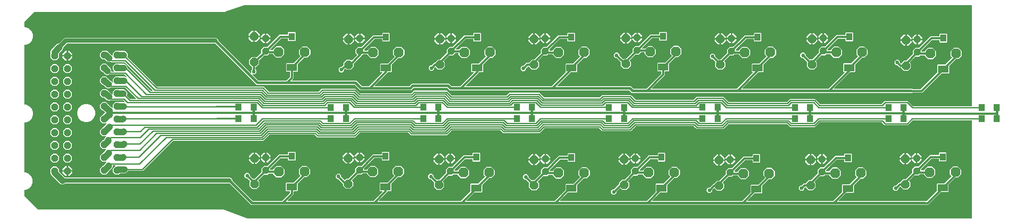
<source format=gbr>
G04 EAGLE Gerber RS-274X export*
G75*
%MOMM*%
%FSLAX34Y34*%
%LPD*%
%INTop Copper*%
%IPPOS*%
%AMOC8*
5,1,8,0,0,1.08239X$1,22.5*%
G01*
%ADD10R,1.200000X1.400000*%
%ADD11P,1.539592X8X112.500000*%
%ADD12R,2.000000X1.400000*%
%ADD13P,1.814519X8X292.500000*%
%ADD14P,2.089446X8X22.500000*%
%ADD15C,0.756400*%
%ADD16C,0.254000*%
%ADD17C,0.406400*%
%ADD18C,0.508000*%
%ADD19C,0.812800*%
%ADD20C,1.270000*%
%ADD21C,0.304800*%

G36*
X1626122Y-50543D02*
X1626122Y-50543D01*
X1626145Y-50544D01*
X1632241Y-50245D01*
X1632242Y-50245D01*
X1632243Y-50245D01*
X1632364Y-50218D01*
X1632482Y-50193D01*
X1632483Y-50193D01*
X1632484Y-50193D01*
X1632588Y-50130D01*
X1632693Y-50068D01*
X1632694Y-50067D01*
X1632695Y-50066D01*
X1632775Y-49972D01*
X1632854Y-49881D01*
X1632854Y-49880D01*
X1632855Y-49879D01*
X1632901Y-49766D01*
X1632946Y-49653D01*
X1632946Y-49652D01*
X1632947Y-49651D01*
X1632965Y-49485D01*
X1632965Y144196D01*
X1632962Y144216D01*
X1632964Y144235D01*
X1632942Y144337D01*
X1632926Y144439D01*
X1632916Y144456D01*
X1632912Y144476D01*
X1632859Y144565D01*
X1632810Y144656D01*
X1632796Y144670D01*
X1632786Y144687D01*
X1632707Y144754D01*
X1632632Y144825D01*
X1632614Y144834D01*
X1632599Y144847D01*
X1632503Y144885D01*
X1632409Y144929D01*
X1632389Y144931D01*
X1632371Y144939D01*
X1632204Y144957D01*
X1516454Y144957D01*
X1516364Y144942D01*
X1516273Y144935D01*
X1516243Y144923D01*
X1516211Y144917D01*
X1516131Y144875D01*
X1516047Y144839D01*
X1516015Y144813D01*
X1515994Y144802D01*
X1515972Y144779D01*
X1515916Y144734D01*
X1506421Y135239D01*
X1459791Y135239D01*
X1457931Y137099D01*
X1454284Y140746D01*
X1454210Y140799D01*
X1454141Y140859D01*
X1454111Y140871D01*
X1454084Y140890D01*
X1453997Y140917D01*
X1453912Y140951D01*
X1453872Y140955D01*
X1453849Y140962D01*
X1453817Y140961D01*
X1453746Y140969D01*
X1332286Y140969D01*
X1332196Y140955D01*
X1332105Y140947D01*
X1332075Y140935D01*
X1332043Y140930D01*
X1331962Y140887D01*
X1331878Y140851D01*
X1331846Y140825D01*
X1331825Y140814D01*
X1331803Y140791D01*
X1331747Y140746D01*
X1324290Y133289D01*
X1322430Y131429D01*
X1272434Y131429D01*
X1270574Y133289D01*
X1266927Y136936D01*
X1266853Y136989D01*
X1266783Y137049D01*
X1266753Y137061D01*
X1266727Y137080D01*
X1266640Y137107D01*
X1266555Y137141D01*
X1266514Y137145D01*
X1266492Y137152D01*
X1266460Y137151D01*
X1266388Y137159D01*
X1150835Y137159D01*
X1150745Y137145D01*
X1150654Y137137D01*
X1150624Y137125D01*
X1150592Y137120D01*
X1150512Y137077D01*
X1150428Y137041D01*
X1150396Y137015D01*
X1150375Y137004D01*
X1150353Y136981D01*
X1150297Y136936D01*
X1142840Y129479D01*
X1140980Y127619D01*
X1087616Y127619D01*
X1085756Y129479D01*
X1082109Y133126D01*
X1082035Y133179D01*
X1081966Y133239D01*
X1081936Y133251D01*
X1081910Y133270D01*
X1081823Y133297D01*
X1081738Y133331D01*
X1081697Y133335D01*
X1081674Y133342D01*
X1081642Y133341D01*
X1081571Y133349D01*
X967352Y133349D01*
X967262Y133335D01*
X967171Y133327D01*
X967142Y133315D01*
X967110Y133310D01*
X967029Y133267D01*
X966945Y133231D01*
X966913Y133205D01*
X966892Y133194D01*
X966870Y133171D01*
X966814Y133126D01*
X959103Y125415D01*
X957243Y123555D01*
X899825Y123555D01*
X897965Y125415D01*
X894572Y128808D01*
X894498Y128861D01*
X894429Y128921D01*
X894399Y128933D01*
X894372Y128952D01*
X894286Y128979D01*
X894201Y129013D01*
X894160Y129017D01*
X894137Y129024D01*
X894105Y129023D01*
X894034Y129031D01*
X786156Y129031D01*
X786066Y129017D01*
X785975Y129009D01*
X785945Y128997D01*
X785913Y128992D01*
X785832Y128949D01*
X785748Y128913D01*
X785716Y128887D01*
X785696Y128876D01*
X785673Y128853D01*
X785617Y128808D01*
X776300Y119491D01*
X703807Y119491D01*
X698300Y124998D01*
X698226Y125051D01*
X698157Y125111D01*
X698127Y125123D01*
X698101Y125142D01*
X698014Y125169D01*
X697929Y125203D01*
X697888Y125207D01*
X697865Y125214D01*
X697833Y125213D01*
X697762Y125221D01*
X603181Y125221D01*
X603091Y125207D01*
X603000Y125199D01*
X602970Y125187D01*
X602938Y125182D01*
X602858Y125139D01*
X602774Y125103D01*
X602742Y125077D01*
X602721Y125066D01*
X602699Y125043D01*
X602643Y124998D01*
X592818Y115173D01*
X521428Y115173D01*
X515921Y120680D01*
X515847Y120733D01*
X515778Y120793D01*
X515748Y120805D01*
X515722Y120824D01*
X515635Y120851D01*
X515550Y120885D01*
X515509Y120889D01*
X515486Y120896D01*
X515454Y120895D01*
X515383Y120903D01*
X421223Y120903D01*
X421132Y120889D01*
X421042Y120881D01*
X421012Y120869D01*
X420980Y120864D01*
X420899Y120821D01*
X420815Y120785D01*
X420783Y120759D01*
X420762Y120748D01*
X420740Y120725D01*
X420684Y120680D01*
X411113Y111109D01*
X335798Y111109D01*
X330393Y116515D01*
X330319Y116568D01*
X330249Y116627D01*
X330219Y116639D01*
X330193Y116658D01*
X330106Y116685D01*
X330021Y116719D01*
X329980Y116724D01*
X329958Y116731D01*
X329926Y116730D01*
X329854Y116738D01*
X242053Y116738D01*
X241963Y116723D01*
X241872Y116716D01*
X241842Y116703D01*
X241810Y116698D01*
X241729Y116655D01*
X241646Y116620D01*
X241613Y116594D01*
X241593Y116583D01*
X241571Y116560D01*
X241515Y116515D01*
X229292Y104292D01*
X50673Y104292D01*
X50583Y104277D01*
X50492Y104270D01*
X50462Y104257D01*
X50430Y104252D01*
X50349Y104209D01*
X50265Y104174D01*
X50233Y104148D01*
X50213Y104137D01*
X50190Y104114D01*
X50135Y104069D01*
X-9612Y44322D01*
X-39065Y44322D01*
X-39179Y44303D01*
X-39296Y44286D01*
X-39301Y44284D01*
X-39307Y44283D01*
X-39410Y44228D01*
X-39515Y44175D01*
X-39519Y44170D01*
X-39525Y44167D01*
X-39605Y44083D01*
X-39687Y43999D01*
X-39691Y43993D01*
X-39694Y43989D01*
X-39702Y43972D01*
X-39768Y43852D01*
X-40263Y42656D01*
X-42478Y40441D01*
X-45373Y39242D01*
X-54730Y39242D01*
X-54820Y39228D01*
X-54911Y39220D01*
X-54941Y39208D01*
X-54973Y39203D01*
X-55054Y39160D01*
X-55138Y39124D01*
X-55170Y39098D01*
X-55191Y39087D01*
X-55213Y39064D01*
X-55269Y39019D01*
X-57179Y37109D01*
X-64334Y37109D01*
X-69394Y42168D01*
X-69394Y49323D01*
X-64416Y54300D01*
X-64374Y54359D01*
X-64325Y54411D01*
X-64303Y54458D01*
X-64272Y54500D01*
X-64251Y54569D01*
X-64221Y54634D01*
X-64215Y54685D01*
X-64200Y54735D01*
X-64202Y54807D01*
X-64194Y54878D01*
X-64205Y54929D01*
X-64206Y54981D01*
X-64231Y55048D01*
X-64246Y55118D01*
X-64273Y55163D01*
X-64291Y55212D01*
X-64336Y55268D01*
X-64372Y55330D01*
X-64412Y55363D01*
X-64445Y55404D01*
X-64505Y55443D01*
X-64559Y55489D01*
X-64608Y55509D01*
X-64651Y55537D01*
X-64721Y55555D01*
X-64788Y55581D01*
X-64859Y55589D01*
X-64890Y55597D01*
X-64913Y55595D01*
X-64954Y55600D01*
X-69037Y55600D01*
X-69057Y55597D01*
X-69077Y55599D01*
X-69178Y55577D01*
X-69280Y55560D01*
X-69298Y55551D01*
X-69317Y55547D01*
X-69406Y55493D01*
X-69497Y55445D01*
X-69511Y55431D01*
X-69528Y55420D01*
X-69595Y55342D01*
X-69667Y55267D01*
X-69675Y55249D01*
X-69688Y55233D01*
X-69727Y55137D01*
X-69770Y55044D01*
X-69773Y55024D01*
X-69780Y55005D01*
X-69798Y54839D01*
X-69798Y52663D01*
X-70997Y49768D01*
X-77297Y43468D01*
X-77350Y43395D01*
X-77410Y43325D01*
X-77422Y43295D01*
X-77441Y43269D01*
X-77467Y43182D01*
X-77502Y43097D01*
X-77506Y43056D01*
X-77513Y43034D01*
X-77512Y43001D01*
X-77520Y42930D01*
X-77520Y42168D01*
X-82579Y37109D01*
X-89734Y37109D01*
X-94794Y42168D01*
X-94794Y49323D01*
X-89734Y54382D01*
X-88972Y54382D01*
X-88882Y54397D01*
X-88791Y54404D01*
X-88761Y54417D01*
X-88729Y54422D01*
X-88649Y54464D01*
X-88565Y54500D01*
X-88532Y54526D01*
X-88512Y54537D01*
X-88490Y54560D01*
X-88434Y54605D01*
X-84833Y58205D01*
X-84795Y58258D01*
X-84749Y58305D01*
X-84709Y58378D01*
X-84690Y58405D01*
X-84684Y58424D01*
X-84668Y58452D01*
X-84349Y59223D01*
X-82363Y61209D01*
X-82321Y61267D01*
X-82272Y61319D01*
X-82250Y61367D01*
X-82220Y61409D01*
X-82198Y61477D01*
X-82168Y61542D01*
X-82162Y61594D01*
X-82147Y61644D01*
X-82149Y61716D01*
X-82141Y61787D01*
X-82152Y61838D01*
X-82154Y61890D01*
X-82178Y61957D01*
X-82193Y62027D01*
X-82220Y62072D01*
X-82238Y62121D01*
X-82283Y62177D01*
X-82320Y62238D01*
X-82359Y62272D01*
X-82392Y62313D01*
X-82452Y62352D01*
X-82506Y62398D01*
X-82555Y62418D01*
X-82599Y62446D01*
X-82668Y62463D01*
X-82735Y62490D01*
X-82806Y62498D01*
X-82837Y62506D01*
X-82860Y62504D01*
X-82901Y62509D01*
X-89734Y62509D01*
X-94794Y67568D01*
X-94794Y74723D01*
X-89734Y79782D01*
X-88972Y79782D01*
X-88882Y79797D01*
X-88791Y79804D01*
X-88761Y79817D01*
X-88729Y79822D01*
X-88649Y79864D01*
X-88565Y79900D01*
X-88532Y79926D01*
X-88512Y79937D01*
X-88490Y79960D01*
X-88434Y80005D01*
X-85985Y82454D01*
X-85947Y82507D01*
X-85901Y82554D01*
X-85861Y82627D01*
X-85841Y82654D01*
X-85836Y82672D01*
X-85820Y82701D01*
X-84908Y84903D01*
X-83201Y86609D01*
X-83159Y86667D01*
X-83110Y86719D01*
X-83088Y86767D01*
X-83058Y86809D01*
X-83037Y86877D01*
X-83006Y86942D01*
X-83001Y86994D01*
X-82985Y87044D01*
X-82987Y87116D01*
X-82979Y87187D01*
X-82990Y87238D01*
X-82992Y87290D01*
X-83016Y87357D01*
X-83032Y87427D01*
X-83058Y87472D01*
X-83076Y87521D01*
X-83121Y87577D01*
X-83158Y87638D01*
X-83197Y87672D01*
X-83230Y87713D01*
X-83290Y87752D01*
X-83345Y87798D01*
X-83393Y87818D01*
X-83437Y87846D01*
X-83506Y87863D01*
X-83573Y87890D01*
X-83644Y87898D01*
X-83675Y87906D01*
X-83699Y87904D01*
X-83740Y87909D01*
X-89734Y87909D01*
X-94794Y92968D01*
X-94794Y100123D01*
X-89734Y105182D01*
X-88972Y105182D01*
X-88882Y105197D01*
X-88791Y105204D01*
X-88761Y105217D01*
X-88729Y105222D01*
X-88648Y105265D01*
X-88565Y105300D01*
X-88532Y105326D01*
X-88512Y105337D01*
X-88490Y105360D01*
X-88434Y105405D01*
X-85893Y107945D01*
X-85855Y107999D01*
X-85809Y108045D01*
X-85769Y108118D01*
X-85750Y108145D01*
X-85744Y108164D01*
X-85728Y108192D01*
X-85086Y109744D01*
X-82820Y112009D01*
X-82778Y112067D01*
X-82729Y112119D01*
X-82707Y112167D01*
X-82677Y112209D01*
X-82656Y112277D01*
X-82625Y112342D01*
X-82620Y112394D01*
X-82604Y112444D01*
X-82606Y112516D01*
X-82598Y112587D01*
X-82609Y112638D01*
X-82611Y112690D01*
X-82635Y112757D01*
X-82651Y112827D01*
X-82677Y112872D01*
X-82695Y112921D01*
X-82740Y112977D01*
X-82777Y113038D01*
X-82816Y113072D01*
X-82849Y113113D01*
X-82909Y113152D01*
X-82964Y113198D01*
X-83012Y113218D01*
X-83056Y113246D01*
X-83125Y113263D01*
X-83192Y113290D01*
X-83263Y113298D01*
X-83294Y113306D01*
X-83318Y113304D01*
X-83359Y113309D01*
X-89734Y113309D01*
X-94794Y118368D01*
X-94794Y125523D01*
X-89734Y130582D01*
X-88972Y130582D01*
X-88882Y130597D01*
X-88791Y130604D01*
X-88761Y130617D01*
X-88729Y130622D01*
X-88648Y130665D01*
X-88565Y130700D01*
X-88532Y130726D01*
X-88512Y130737D01*
X-88490Y130760D01*
X-88434Y130805D01*
X-83497Y135742D01*
X-83459Y135795D01*
X-83413Y135842D01*
X-83373Y135914D01*
X-83354Y135941D01*
X-83348Y135960D01*
X-83332Y135989D01*
X-83282Y136109D01*
X-81982Y137409D01*
X-81940Y137467D01*
X-81891Y137519D01*
X-81869Y137567D01*
X-81839Y137609D01*
X-81817Y137677D01*
X-81787Y137742D01*
X-81781Y137794D01*
X-81766Y137844D01*
X-81768Y137916D01*
X-81760Y137987D01*
X-81771Y138038D01*
X-81773Y138090D01*
X-81797Y138157D01*
X-81812Y138227D01*
X-81839Y138272D01*
X-81857Y138321D01*
X-81902Y138377D01*
X-81939Y138438D01*
X-81978Y138472D01*
X-82011Y138513D01*
X-82071Y138552D01*
X-82125Y138598D01*
X-82174Y138618D01*
X-82218Y138646D01*
X-82287Y138663D01*
X-82354Y138690D01*
X-82425Y138698D01*
X-82456Y138706D01*
X-82479Y138704D01*
X-82520Y138709D01*
X-89734Y138709D01*
X-94794Y143768D01*
X-94794Y150923D01*
X-89734Y155982D01*
X-88972Y155982D01*
X-88882Y155997D01*
X-88791Y156004D01*
X-88761Y156017D01*
X-88729Y156022D01*
X-88648Y156065D01*
X-88565Y156100D01*
X-88532Y156126D01*
X-88512Y156137D01*
X-88490Y156160D01*
X-88434Y156205D01*
X-85132Y159507D01*
X-85120Y159523D01*
X-85104Y159536D01*
X-85048Y159623D01*
X-84988Y159707D01*
X-84982Y159726D01*
X-84971Y159743D01*
X-84946Y159843D01*
X-84916Y159942D01*
X-84916Y159962D01*
X-84911Y159981D01*
X-84919Y160084D01*
X-84922Y160188D01*
X-84929Y160207D01*
X-84930Y160226D01*
X-84971Y160321D01*
X-85007Y160419D01*
X-85019Y160434D01*
X-85027Y160453D01*
X-85132Y160584D01*
X-88434Y163886D01*
X-88508Y163939D01*
X-88577Y163998D01*
X-88607Y164010D01*
X-88633Y164029D01*
X-88721Y164056D01*
X-88805Y164090D01*
X-88846Y164095D01*
X-88868Y164102D01*
X-88901Y164101D01*
X-88972Y164109D01*
X-89734Y164109D01*
X-94794Y169168D01*
X-94794Y176323D01*
X-89734Y181382D01*
X-82579Y181382D01*
X-77520Y176323D01*
X-77520Y175560D01*
X-77505Y175470D01*
X-77498Y175379D01*
X-77486Y175350D01*
X-77480Y175318D01*
X-77438Y175237D01*
X-77402Y175153D01*
X-77376Y175121D01*
X-77365Y175100D01*
X-77342Y175078D01*
X-77334Y175068D01*
X-77326Y175055D01*
X-77317Y175048D01*
X-77297Y175022D01*
X-73687Y171412D01*
X-73634Y171374D01*
X-73587Y171328D01*
X-73514Y171288D01*
X-73487Y171268D01*
X-73469Y171263D01*
X-73440Y171247D01*
X-72019Y170658D01*
X-70693Y169333D01*
X-70635Y169291D01*
X-70583Y169241D01*
X-70536Y169219D01*
X-70493Y169189D01*
X-70425Y169168D01*
X-70360Y169138D01*
X-70308Y169132D01*
X-70258Y169117D01*
X-70186Y169119D01*
X-70115Y169111D01*
X-70064Y169122D01*
X-70012Y169123D01*
X-69945Y169148D01*
X-69875Y169163D01*
X-69830Y169190D01*
X-69781Y169207D01*
X-69725Y169252D01*
X-69664Y169289D01*
X-69630Y169329D01*
X-69589Y169361D01*
X-69551Y169421D01*
X-69504Y169476D01*
X-69484Y169524D01*
X-69456Y169568D01*
X-69439Y169638D01*
X-69412Y169704D01*
X-69404Y169775D01*
X-69396Y169807D01*
X-69398Y169830D01*
X-69394Y169871D01*
X-69394Y176323D01*
X-64334Y181382D01*
X-57179Y181382D01*
X-56640Y180843D01*
X-56566Y180790D01*
X-56497Y180730D01*
X-56467Y180718D01*
X-56441Y180700D01*
X-56354Y180673D01*
X-56269Y180639D01*
X-56228Y180634D01*
X-56205Y180627D01*
X-56173Y180628D01*
X-56102Y180620D01*
X-46922Y180620D01*
X-46742Y180545D01*
X-46647Y180523D01*
X-46554Y180495D01*
X-46528Y180495D01*
X-46503Y180489D01*
X-46406Y180498D01*
X-46308Y180501D01*
X-46284Y180510D01*
X-46258Y180512D01*
X-46169Y180552D01*
X-46077Y180585D01*
X-46057Y180602D01*
X-46033Y180612D01*
X-45962Y180678D01*
X-45885Y180739D01*
X-45871Y180761D01*
X-45852Y180779D01*
X-45805Y180864D01*
X-45752Y180946D01*
X-45746Y180971D01*
X-45733Y180994D01*
X-45716Y181090D01*
X-45692Y181185D01*
X-45694Y181211D01*
X-45690Y181236D01*
X-45704Y181333D01*
X-45711Y181430D01*
X-45721Y181454D01*
X-45725Y181480D01*
X-45770Y181567D01*
X-45808Y181656D01*
X-45828Y181681D01*
X-45837Y181699D01*
X-45860Y181722D01*
X-45912Y181787D01*
X-48306Y184180D01*
X-48380Y184233D01*
X-48449Y184293D01*
X-48479Y184305D01*
X-48505Y184324D01*
X-48592Y184351D01*
X-48677Y184385D01*
X-48718Y184389D01*
X-48740Y184396D01*
X-48773Y184395D01*
X-48844Y184403D01*
X-74189Y184403D01*
X-74254Y184393D01*
X-74320Y184392D01*
X-74400Y184369D01*
X-74432Y184364D01*
X-74449Y184354D01*
X-74481Y184345D01*
X-75751Y183819D01*
X-78884Y183819D01*
X-81778Y185018D01*
X-86046Y189286D01*
X-86120Y189339D01*
X-86189Y189398D01*
X-86220Y189410D01*
X-86246Y189429D01*
X-86333Y189456D01*
X-86418Y189490D01*
X-86458Y189495D01*
X-86481Y189502D01*
X-86513Y189501D01*
X-86584Y189509D01*
X-89734Y189509D01*
X-94794Y194568D01*
X-94794Y201723D01*
X-89734Y206782D01*
X-82579Y206782D01*
X-81652Y205855D01*
X-81599Y205816D01*
X-81552Y205770D01*
X-81479Y205730D01*
X-81452Y205711D01*
X-81434Y205705D01*
X-81405Y205690D01*
X-79308Y204821D01*
X-70693Y196206D01*
X-70635Y196164D01*
X-70583Y196115D01*
X-70536Y196093D01*
X-70493Y196062D01*
X-70425Y196041D01*
X-70360Y196011D01*
X-70308Y196005D01*
X-70258Y195990D01*
X-70186Y195992D01*
X-70115Y195984D01*
X-70064Y195995D01*
X-70012Y195996D01*
X-69945Y196021D01*
X-69875Y196036D01*
X-69830Y196063D01*
X-69781Y196081D01*
X-69725Y196126D01*
X-69664Y196162D01*
X-69630Y196202D01*
X-69589Y196234D01*
X-69551Y196295D01*
X-69504Y196349D01*
X-69484Y196398D01*
X-69456Y196441D01*
X-69439Y196511D01*
X-69412Y196577D01*
X-69404Y196649D01*
X-69396Y196680D01*
X-69398Y196703D01*
X-69394Y196744D01*
X-69394Y201723D01*
X-64334Y206782D01*
X-57179Y206782D01*
X-56640Y206243D01*
X-56566Y206190D01*
X-56497Y206130D01*
X-56467Y206118D01*
X-56441Y206100D01*
X-56354Y206073D01*
X-56269Y206039D01*
X-56228Y206034D01*
X-56205Y206027D01*
X-56173Y206028D01*
X-56102Y206020D01*
X-47862Y206020D01*
X-44968Y204821D01*
X-42219Y202073D01*
X-41020Y199178D01*
X-41020Y196046D01*
X-41516Y194850D01*
X-41525Y194809D01*
X-41538Y194782D01*
X-41543Y194733D01*
X-41571Y194623D01*
X-41570Y194616D01*
X-41572Y194610D01*
X-41561Y194494D01*
X-41552Y194377D01*
X-41549Y194372D01*
X-41549Y194365D01*
X-41501Y194257D01*
X-41455Y194151D01*
X-41451Y194145D01*
X-41449Y194141D01*
X-41436Y194127D01*
X-41351Y194020D01*
X-34640Y187310D01*
X-34566Y187257D01*
X-34497Y187197D01*
X-34467Y187185D01*
X-34441Y187166D01*
X-34354Y187139D01*
X-34269Y187105D01*
X-34228Y187101D01*
X-34206Y187094D01*
X-34173Y187095D01*
X-34102Y187087D01*
X-24068Y187087D01*
X-23998Y187098D01*
X-23926Y187100D01*
X-23877Y187118D01*
X-23826Y187126D01*
X-23763Y187160D01*
X-23695Y187185D01*
X-23654Y187217D01*
X-23608Y187242D01*
X-23559Y187293D01*
X-23503Y187338D01*
X-23475Y187382D01*
X-23439Y187420D01*
X-23409Y187485D01*
X-23370Y187545D01*
X-23357Y187596D01*
X-23335Y187643D01*
X-23327Y187714D01*
X-23310Y187784D01*
X-23314Y187836D01*
X-23308Y187887D01*
X-23324Y187958D01*
X-23329Y188029D01*
X-23349Y188077D01*
X-23361Y188128D01*
X-23397Y188189D01*
X-23425Y188255D01*
X-23470Y188311D01*
X-23487Y188339D01*
X-23504Y188354D01*
X-23530Y188386D01*
X-44775Y209631D01*
X-44849Y209684D01*
X-44918Y209744D01*
X-44949Y209756D01*
X-44975Y209775D01*
X-45062Y209801D01*
X-45147Y209836D01*
X-45188Y209840D01*
X-45210Y209847D01*
X-45242Y209846D01*
X-45313Y209854D01*
X-72623Y209854D01*
X-72713Y209839D01*
X-72804Y209832D01*
X-72834Y209820D01*
X-72866Y209814D01*
X-72946Y209772D01*
X-73030Y209736D01*
X-73062Y209710D01*
X-73083Y209699D01*
X-73105Y209676D01*
X-73161Y209631D01*
X-73213Y209580D01*
X-76107Y208381D01*
X-80433Y208381D01*
X-83328Y209580D01*
X-85650Y211902D01*
X-88434Y214686D01*
X-88508Y214739D01*
X-88577Y214798D01*
X-88607Y214810D01*
X-88633Y214829D01*
X-88720Y214856D01*
X-88805Y214890D01*
X-88846Y214895D01*
X-88868Y214902D01*
X-88901Y214901D01*
X-88972Y214909D01*
X-89734Y214909D01*
X-94794Y219968D01*
X-94794Y227123D01*
X-89734Y232182D01*
X-82579Y232182D01*
X-77520Y227123D01*
X-77520Y226360D01*
X-77505Y226270D01*
X-77498Y226179D01*
X-77486Y226150D01*
X-77480Y226118D01*
X-77438Y226037D01*
X-77402Y225953D01*
X-77376Y225921D01*
X-77365Y225900D01*
X-77342Y225878D01*
X-77297Y225822D01*
X-75358Y223883D01*
X-75304Y223845D01*
X-75258Y223799D01*
X-75185Y223758D01*
X-75158Y223739D01*
X-75139Y223733D01*
X-75111Y223718D01*
X-73212Y222931D01*
X-70997Y220716D01*
X-70858Y220380D01*
X-70807Y220297D01*
X-70761Y220211D01*
X-70742Y220193D01*
X-70728Y220171D01*
X-70653Y220109D01*
X-70583Y220042D01*
X-70559Y220031D01*
X-70539Y220014D01*
X-70448Y219979D01*
X-70360Y219938D01*
X-70334Y219935D01*
X-70309Y219926D01*
X-70212Y219922D01*
X-70115Y219911D01*
X-70090Y219917D01*
X-70064Y219916D01*
X-69970Y219943D01*
X-69875Y219963D01*
X-69853Y219977D01*
X-69827Y219984D01*
X-69747Y220040D01*
X-69664Y220090D01*
X-69647Y220109D01*
X-69625Y220124D01*
X-69567Y220202D01*
X-69504Y220276D01*
X-69494Y220301D01*
X-69479Y220322D01*
X-69448Y220414D01*
X-69412Y220505D01*
X-69408Y220537D01*
X-69402Y220556D01*
X-69403Y220589D01*
X-69394Y220671D01*
X-69394Y227123D01*
X-64334Y232182D01*
X-57179Y232182D01*
X-56640Y231643D01*
X-56566Y231590D01*
X-56497Y231530D01*
X-56467Y231518D01*
X-56441Y231500D01*
X-56354Y231473D01*
X-56269Y231439D01*
X-56228Y231434D01*
X-56205Y231427D01*
X-56173Y231428D01*
X-56102Y231420D01*
X-49874Y231420D01*
X-49809Y231431D01*
X-49744Y231431D01*
X-49664Y231455D01*
X-49631Y231460D01*
X-49614Y231469D01*
X-49582Y231478D01*
X-49293Y231598D01*
X-46160Y231598D01*
X-43205Y230374D01*
X-43110Y230352D01*
X-43017Y230323D01*
X-42991Y230324D01*
X-42965Y230318D01*
X-42869Y230327D01*
X-42771Y230329D01*
X-42747Y230338D01*
X-42721Y230341D01*
X-42632Y230380D01*
X-42540Y230414D01*
X-42520Y230430D01*
X-42496Y230441D01*
X-42424Y230507D01*
X-42348Y230567D01*
X-42334Y230589D01*
X-42315Y230607D01*
X-42268Y230693D01*
X-42215Y230774D01*
X-42209Y230800D01*
X-42196Y230823D01*
X-42179Y230919D01*
X-42155Y231013D01*
X-42157Y231039D01*
X-42152Y231065D01*
X-42167Y231161D01*
X-42174Y231258D01*
X-42184Y231282D01*
X-42188Y231308D01*
X-42232Y231395D01*
X-42271Y231484D01*
X-42291Y231510D01*
X-42300Y231527D01*
X-42323Y231550D01*
X-42375Y231615D01*
X-46223Y235463D01*
X-46297Y235516D01*
X-46366Y235575D01*
X-46396Y235588D01*
X-46423Y235606D01*
X-46510Y235633D01*
X-46594Y235667D01*
X-46635Y235672D01*
X-46658Y235679D01*
X-46690Y235678D01*
X-46761Y235686D01*
X-75935Y235686D01*
X-75999Y235675D01*
X-76065Y235675D01*
X-76145Y235651D01*
X-76178Y235646D01*
X-76179Y235645D01*
X-76180Y235645D01*
X-76196Y235637D01*
X-76226Y235628D01*
X-78723Y234594D01*
X-81856Y234594D01*
X-84750Y235793D01*
X-86965Y238008D01*
X-87338Y238908D01*
X-87373Y238964D01*
X-87399Y239024D01*
X-87451Y239089D01*
X-87468Y239117D01*
X-87483Y239130D01*
X-87503Y239155D01*
X-88434Y240086D01*
X-88508Y240139D01*
X-88577Y240198D01*
X-88607Y240210D01*
X-88633Y240229D01*
X-88720Y240256D01*
X-88805Y240290D01*
X-88846Y240295D01*
X-88868Y240302D01*
X-88901Y240301D01*
X-88972Y240309D01*
X-89734Y240309D01*
X-94794Y245368D01*
X-94794Y252523D01*
X-89734Y257582D01*
X-82579Y257582D01*
X-77520Y252523D01*
X-77520Y251760D01*
X-77505Y251670D01*
X-77498Y251579D01*
X-77486Y251550D01*
X-77480Y251518D01*
X-77438Y251437D01*
X-77402Y251353D01*
X-77376Y251321D01*
X-77365Y251300D01*
X-77342Y251278D01*
X-77297Y251222D01*
X-75936Y249861D01*
X-73614Y247539D01*
X-72415Y244644D01*
X-72415Y242037D01*
X-72411Y242017D01*
X-72414Y241997D01*
X-72392Y241896D01*
X-72375Y241794D01*
X-72366Y241776D01*
X-72361Y241757D01*
X-72308Y241668D01*
X-72260Y241576D01*
X-72245Y241563D01*
X-72235Y241546D01*
X-72156Y241478D01*
X-72081Y241407D01*
X-72063Y241399D01*
X-72048Y241386D01*
X-71952Y241347D01*
X-71858Y241303D01*
X-71839Y241301D01*
X-71820Y241294D01*
X-71653Y241275D01*
X-67139Y241275D01*
X-67068Y241287D01*
X-66996Y241289D01*
X-66947Y241307D01*
X-66896Y241315D01*
X-66833Y241349D01*
X-66765Y241373D01*
X-66725Y241406D01*
X-66679Y241430D01*
X-66629Y241482D01*
X-66573Y241527D01*
X-66545Y241571D01*
X-66509Y241609D01*
X-66479Y241673D01*
X-66440Y241734D01*
X-66428Y241784D01*
X-66406Y241832D01*
X-66398Y241903D01*
X-66380Y241972D01*
X-66384Y242024D01*
X-66379Y242076D01*
X-66394Y242146D01*
X-66399Y242218D01*
X-66420Y242265D01*
X-66431Y242316D01*
X-66468Y242378D01*
X-66496Y242444D01*
X-66540Y242500D01*
X-66557Y242528D01*
X-66575Y242543D01*
X-66600Y242575D01*
X-69394Y245368D01*
X-69394Y252523D01*
X-64334Y257582D01*
X-57179Y257582D01*
X-56640Y257043D01*
X-56566Y256990D01*
X-56497Y256930D01*
X-56467Y256918D01*
X-56441Y256900D01*
X-56354Y256873D01*
X-56269Y256839D01*
X-56228Y256834D01*
X-56205Y256827D01*
X-56173Y256828D01*
X-56102Y256820D01*
X-50431Y256820D01*
X-50366Y256831D01*
X-50300Y256831D01*
X-50220Y256855D01*
X-50188Y256860D01*
X-50171Y256869D01*
X-50164Y256871D01*
X-47024Y256871D01*
X-44129Y255672D01*
X-41914Y253457D01*
X-40715Y250563D01*
X-40715Y249682D01*
X-40701Y249592D01*
X-40694Y249501D01*
X-40681Y249471D01*
X-40676Y249439D01*
X-40633Y249358D01*
X-40597Y249274D01*
X-40572Y249242D01*
X-40561Y249222D01*
X-40537Y249199D01*
X-40492Y249143D01*
X5085Y203566D01*
X5159Y203513D01*
X5229Y203453D01*
X5259Y203441D01*
X5285Y203422D01*
X5372Y203395D01*
X5457Y203361D01*
X5498Y203357D01*
X5520Y203350D01*
X5552Y203351D01*
X5624Y203343D01*
X8697Y203343D01*
X8768Y203354D01*
X8840Y203356D01*
X8889Y203374D01*
X8940Y203382D01*
X9003Y203416D01*
X9071Y203441D01*
X9112Y203473D01*
X9158Y203498D01*
X9207Y203549D01*
X9263Y203594D01*
X9291Y203638D01*
X9327Y203676D01*
X9357Y203741D01*
X9396Y203801D01*
X9409Y203852D01*
X9431Y203899D01*
X9439Y203970D01*
X9456Y204040D01*
X9452Y204092D01*
X9458Y204143D01*
X9442Y204214D01*
X9437Y204285D01*
X9417Y204333D01*
X9405Y204384D01*
X9369Y204445D01*
X9341Y204511D01*
X9296Y204567D01*
X9279Y204595D01*
X9261Y204610D01*
X9236Y204642D01*
X-45893Y259771D01*
X-45967Y259824D01*
X-46036Y259883D01*
X-46066Y259895D01*
X-46092Y259914D01*
X-46179Y259941D01*
X-46264Y259975D01*
X-46305Y259980D01*
X-46327Y259987D01*
X-46360Y259986D01*
X-46431Y259994D01*
X-72532Y259994D01*
X-73065Y260527D01*
X-73161Y260596D01*
X-73254Y260665D01*
X-73260Y260667D01*
X-73265Y260671D01*
X-73377Y260705D01*
X-73488Y260741D01*
X-73494Y260741D01*
X-73500Y260743D01*
X-73617Y260740D01*
X-73734Y260739D01*
X-73741Y260737D01*
X-73746Y260737D01*
X-73763Y260730D01*
X-73895Y260692D01*
X-75091Y260197D01*
X-78224Y260197D01*
X-81118Y261396D01*
X-85208Y265486D01*
X-85282Y265539D01*
X-85351Y265598D01*
X-85381Y265610D01*
X-85408Y265629D01*
X-85494Y265656D01*
X-85579Y265690D01*
X-85620Y265695D01*
X-85643Y265702D01*
X-85675Y265701D01*
X-85746Y265709D01*
X-89734Y265709D01*
X-94794Y270768D01*
X-94794Y277923D01*
X-89734Y282982D01*
X-82579Y282982D01*
X-82040Y282443D01*
X-81966Y282390D01*
X-81897Y282330D01*
X-81867Y282318D01*
X-81841Y282300D01*
X-81754Y282273D01*
X-81669Y282239D01*
X-81628Y282234D01*
X-81605Y282227D01*
X-81573Y282228D01*
X-81502Y282220D01*
X-81365Y282220D01*
X-78470Y281021D01*
X-70693Y273244D01*
X-70635Y273202D01*
X-70583Y273153D01*
X-70536Y273131D01*
X-70493Y273100D01*
X-70425Y273079D01*
X-70360Y273049D01*
X-70308Y273043D01*
X-70258Y273028D01*
X-70186Y273030D01*
X-70115Y273022D01*
X-70064Y273033D01*
X-70012Y273034D01*
X-69945Y273059D01*
X-69875Y273074D01*
X-69830Y273101D01*
X-69781Y273119D01*
X-69725Y273164D01*
X-69664Y273200D01*
X-69630Y273240D01*
X-69589Y273273D01*
X-69551Y273333D01*
X-69504Y273387D01*
X-69484Y273436D01*
X-69456Y273480D01*
X-69439Y273549D01*
X-69412Y273616D01*
X-69404Y273687D01*
X-69396Y273718D01*
X-69398Y273741D01*
X-69394Y273782D01*
X-69394Y277923D01*
X-64334Y282982D01*
X-57179Y282982D01*
X-56640Y282443D01*
X-56566Y282390D01*
X-56497Y282330D01*
X-56467Y282318D01*
X-56441Y282300D01*
X-56354Y282273D01*
X-56269Y282239D01*
X-56228Y282234D01*
X-56205Y282227D01*
X-56173Y282228D01*
X-56102Y282220D01*
X-46363Y282220D01*
X-43469Y281021D01*
X-41254Y278806D01*
X-40055Y275912D01*
X-40055Y272779D01*
X-40550Y271583D01*
X-40577Y271470D01*
X-40606Y271356D01*
X-40605Y271350D01*
X-40607Y271344D01*
X-40596Y271227D01*
X-40587Y271111D01*
X-40584Y271105D01*
X-40584Y271099D01*
X-40535Y270991D01*
X-40490Y270884D01*
X-40486Y270879D01*
X-40484Y270874D01*
X-40471Y270860D01*
X-40385Y270753D01*
X18674Y211694D01*
X18748Y211641D01*
X18818Y211581D01*
X18848Y211569D01*
X18874Y211550D01*
X18961Y211523D01*
X19046Y211489D01*
X19087Y211485D01*
X19109Y211478D01*
X19141Y211479D01*
X19213Y211471D01*
X229663Y211471D01*
X239192Y201941D01*
X239266Y201888D01*
X239336Y201828D01*
X239366Y201816D01*
X239392Y201797D01*
X239479Y201771D01*
X239564Y201737D01*
X239605Y201732D01*
X239627Y201725D01*
X239659Y201726D01*
X239731Y201718D01*
X338533Y201718D01*
X338623Y201733D01*
X338714Y201740D01*
X338744Y201753D01*
X338776Y201758D01*
X338856Y201801D01*
X338940Y201836D01*
X338972Y201862D01*
X338993Y201873D01*
X339015Y201896D01*
X339071Y201941D01*
X344283Y207153D01*
X411540Y207153D01*
X420578Y198115D01*
X420651Y198062D01*
X420721Y198003D01*
X420751Y197990D01*
X420777Y197972D01*
X420864Y197945D01*
X420949Y197911D01*
X420990Y197906D01*
X421012Y197899D01*
X421045Y197900D01*
X421116Y197892D01*
X521047Y197892D01*
X521137Y197907D01*
X521228Y197914D01*
X521258Y197927D01*
X521290Y197932D01*
X521371Y197975D01*
X521455Y198010D01*
X521487Y198036D01*
X521507Y198047D01*
X521530Y198070D01*
X521586Y198115D01*
X527067Y203597D01*
X592818Y203597D01*
X602389Y194026D01*
X602463Y193973D01*
X602532Y193913D01*
X602562Y193901D01*
X602589Y193882D01*
X602676Y193855D01*
X602760Y193821D01*
X602801Y193817D01*
X602824Y193810D01*
X602856Y193811D01*
X602927Y193803D01*
X710297Y193803D01*
X710387Y193817D01*
X710478Y193825D01*
X710508Y193837D01*
X710540Y193842D01*
X710621Y193885D01*
X710705Y193921D01*
X710737Y193947D01*
X710757Y193958D01*
X710769Y193970D01*
X710771Y193971D01*
X710782Y193983D01*
X710836Y194026D01*
X716089Y199279D01*
X776300Y199279D01*
X778160Y197419D01*
X778161Y197419D01*
X785371Y190208D01*
X785445Y190155D01*
X785515Y190095D01*
X785545Y190083D01*
X785571Y190064D01*
X785658Y190038D01*
X785743Y190003D01*
X785784Y189999D01*
X785806Y189992D01*
X785838Y189993D01*
X785910Y189985D01*
X895222Y189985D01*
X895312Y190000D01*
X895403Y190007D01*
X895433Y190020D01*
X895465Y190025D01*
X895545Y190067D01*
X895629Y190103D01*
X895661Y190129D01*
X895682Y190140D01*
X895704Y190163D01*
X895707Y190165D01*
X895709Y190167D01*
X895760Y190208D01*
X898653Y193101D01*
X900513Y194961D01*
X957243Y194961D01*
X959103Y193101D01*
X966530Y185673D01*
X966604Y185620D01*
X966674Y185561D01*
X966704Y185549D01*
X966730Y185530D01*
X966817Y185503D01*
X966902Y185469D01*
X966943Y185464D01*
X966965Y185458D01*
X966997Y185458D01*
X967069Y185450D01*
X1081601Y185450D01*
X1081691Y185465D01*
X1081782Y185472D01*
X1081812Y185485D01*
X1081844Y185490D01*
X1081924Y185533D01*
X1082008Y185569D01*
X1082040Y185594D01*
X1082061Y185605D01*
X1082083Y185629D01*
X1082139Y185673D01*
X1085756Y189291D01*
X1087616Y191151D01*
X1140980Y191151D01*
X1142840Y189291D01*
X1150860Y181270D01*
X1150934Y181217D01*
X1151003Y181158D01*
X1151034Y181146D01*
X1151060Y181127D01*
X1151147Y181100D01*
X1151232Y181066D01*
X1151273Y181061D01*
X1151295Y181054D01*
X1151327Y181055D01*
X1151398Y181047D01*
X1266333Y181047D01*
X1266423Y181062D01*
X1266514Y181069D01*
X1266544Y181082D01*
X1266576Y181087D01*
X1266657Y181130D01*
X1266740Y181166D01*
X1266773Y181191D01*
X1266793Y181202D01*
X1266815Y181226D01*
X1266871Y181270D01*
X1270574Y184973D01*
X1272434Y186833D01*
X1322430Y186833D01*
X1324290Y184973D01*
X1332001Y177262D01*
X1332075Y177209D01*
X1332145Y177149D01*
X1332175Y177137D01*
X1332201Y177118D01*
X1332288Y177091D01*
X1332373Y177057D01*
X1332414Y177053D01*
X1332436Y177046D01*
X1332468Y177047D01*
X1332540Y177039D01*
X1453746Y177039D01*
X1453836Y177053D01*
X1453927Y177061D01*
X1453957Y177073D01*
X1453989Y177078D01*
X1454069Y177121D01*
X1454153Y177157D01*
X1454185Y177183D01*
X1454206Y177194D01*
X1454228Y177217D01*
X1454284Y177262D01*
X1457931Y180909D01*
X1459791Y182769D01*
X1506421Y182769D01*
X1516322Y172868D01*
X1516396Y172814D01*
X1516466Y172755D01*
X1516496Y172743D01*
X1516522Y172724D01*
X1516609Y172697D01*
X1516694Y172663D01*
X1516735Y172658D01*
X1516757Y172652D01*
X1516789Y172652D01*
X1516860Y172645D01*
X1632204Y172645D01*
X1632224Y172648D01*
X1632243Y172646D01*
X1632345Y172668D01*
X1632447Y172684D01*
X1632464Y172694D01*
X1632484Y172698D01*
X1632573Y172751D01*
X1632664Y172799D01*
X1632678Y172814D01*
X1632695Y172824D01*
X1632762Y172903D01*
X1632834Y172978D01*
X1632842Y172996D01*
X1632855Y173011D01*
X1632894Y173107D01*
X1632937Y173201D01*
X1632939Y173221D01*
X1632947Y173239D01*
X1632965Y173406D01*
X1632965Y372364D01*
X1632962Y372384D01*
X1632964Y372403D01*
X1632942Y372505D01*
X1632926Y372607D01*
X1632916Y372624D01*
X1632912Y372644D01*
X1632859Y372733D01*
X1632810Y372824D01*
X1632796Y372838D01*
X1632786Y372855D01*
X1632707Y372922D01*
X1632632Y372994D01*
X1632614Y373002D01*
X1632599Y373015D01*
X1632503Y373054D01*
X1632409Y373097D01*
X1632389Y373099D01*
X1632371Y373107D01*
X1632204Y373125D01*
X191684Y373125D01*
X191643Y373119D01*
X191601Y373121D01*
X191448Y373087D01*
X191441Y373086D01*
X191440Y373085D01*
X191438Y373084D01*
X154361Y360400D01*
X154282Y360358D01*
X154200Y360323D01*
X154166Y360296D01*
X154144Y360284D01*
X154122Y360261D01*
X154069Y360218D01*
X153768Y359917D01*
X153076Y359917D01*
X153035Y359911D01*
X152993Y359913D01*
X152840Y359879D01*
X152833Y359878D01*
X152832Y359877D01*
X152830Y359876D01*
X152175Y359652D01*
X151793Y359840D01*
X151707Y359865D01*
X151624Y359899D01*
X151580Y359904D01*
X151557Y359911D01*
X151526Y359910D01*
X151457Y359917D01*
X-224377Y359917D01*
X-224467Y359903D01*
X-224558Y359895D01*
X-224587Y359883D01*
X-224619Y359878D01*
X-224700Y359835D01*
X-224784Y359799D01*
X-224816Y359773D01*
X-224837Y359762D01*
X-224859Y359739D01*
X-224915Y359694D01*
X-244378Y340231D01*
X-244431Y340157D01*
X-244491Y340088D01*
X-244503Y340057D01*
X-244522Y340031D01*
X-244549Y339944D01*
X-244583Y339859D01*
X-244587Y339818D01*
X-244594Y339796D01*
X-244593Y339764D01*
X-244601Y339693D01*
X-244601Y330302D01*
X-244598Y330282D01*
X-244600Y330263D01*
X-244578Y330161D01*
X-244562Y330059D01*
X-244552Y330042D01*
X-244548Y330022D01*
X-244495Y329933D01*
X-244446Y329842D01*
X-244432Y329828D01*
X-244422Y329811D01*
X-244343Y329744D01*
X-244268Y329672D01*
X-244250Y329664D01*
X-244235Y329651D01*
X-244139Y329612D01*
X-244045Y329569D01*
X-244025Y329567D01*
X-244007Y329559D01*
X-243840Y329541D01*
X-241511Y329541D01*
X-235064Y326870D01*
X-230130Y321936D01*
X-227459Y315489D01*
X-227459Y308511D01*
X-230130Y302064D01*
X-235064Y297130D01*
X-241511Y294459D01*
X-243840Y294459D01*
X-243860Y294456D01*
X-243879Y294458D01*
X-243981Y294436D01*
X-244083Y294420D01*
X-244100Y294410D01*
X-244120Y294406D01*
X-244209Y294353D01*
X-244300Y294304D01*
X-244314Y294290D01*
X-244331Y294280D01*
X-244398Y294201D01*
X-244470Y294126D01*
X-244478Y294108D01*
X-244491Y294093D01*
X-244530Y293997D01*
X-244573Y293903D01*
X-244575Y293883D01*
X-244583Y293865D01*
X-244601Y293698D01*
X-244601Y176302D01*
X-244598Y176284D01*
X-244600Y176268D01*
X-244600Y176266D01*
X-244600Y176263D01*
X-244578Y176161D01*
X-244562Y176059D01*
X-244552Y176042D01*
X-244548Y176022D01*
X-244495Y175933D01*
X-244446Y175842D01*
X-244432Y175828D01*
X-244422Y175811D01*
X-244343Y175744D01*
X-244268Y175672D01*
X-244250Y175664D01*
X-244235Y175651D01*
X-244139Y175612D01*
X-244045Y175569D01*
X-244025Y175567D01*
X-244007Y175559D01*
X-243840Y175541D01*
X-241511Y175541D01*
X-235064Y172870D01*
X-230130Y167936D01*
X-227459Y161489D01*
X-227459Y154511D01*
X-230130Y148064D01*
X-235064Y143130D01*
X-241511Y140459D01*
X-243840Y140459D01*
X-243860Y140456D01*
X-243879Y140458D01*
X-243981Y140436D01*
X-244083Y140420D01*
X-244100Y140410D01*
X-244120Y140406D01*
X-244209Y140353D01*
X-244300Y140304D01*
X-244314Y140290D01*
X-244331Y140280D01*
X-244398Y140201D01*
X-244470Y140126D01*
X-244478Y140108D01*
X-244491Y140093D01*
X-244530Y139997D01*
X-244573Y139903D01*
X-244575Y139883D01*
X-244583Y139865D01*
X-244601Y139698D01*
X-244601Y42302D01*
X-244600Y42293D01*
X-244600Y42288D01*
X-244598Y42279D01*
X-244600Y42263D01*
X-244578Y42161D01*
X-244562Y42059D01*
X-244552Y42042D01*
X-244548Y42022D01*
X-244495Y41933D01*
X-244446Y41842D01*
X-244432Y41828D01*
X-244422Y41811D01*
X-244343Y41744D01*
X-244268Y41672D01*
X-244250Y41664D01*
X-244235Y41651D01*
X-244139Y41612D01*
X-244045Y41569D01*
X-244025Y41567D01*
X-244007Y41559D01*
X-243840Y41541D01*
X-242511Y41541D01*
X-236064Y38870D01*
X-231130Y33936D01*
X-228459Y27489D01*
X-228459Y20511D01*
X-231130Y14064D01*
X-236064Y9130D01*
X-242511Y6459D01*
X-243840Y6459D01*
X-243860Y6456D01*
X-243879Y6458D01*
X-243981Y6436D01*
X-244083Y6420D01*
X-244100Y6410D01*
X-244120Y6406D01*
X-244209Y6353D01*
X-244300Y6304D01*
X-244314Y6290D01*
X-244331Y6280D01*
X-244398Y6201D01*
X-244470Y6126D01*
X-244478Y6108D01*
X-244491Y6093D01*
X-244530Y5997D01*
X-244573Y5903D01*
X-244575Y5883D01*
X-244583Y5865D01*
X-244601Y5698D01*
X-244601Y-4413D01*
X-244587Y-4503D01*
X-244579Y-4594D01*
X-244567Y-4623D01*
X-244562Y-4655D01*
X-244519Y-4736D01*
X-244483Y-4820D01*
X-244457Y-4852D01*
X-244446Y-4873D01*
X-244423Y-4895D01*
X-244378Y-4951D01*
X-217295Y-32034D01*
X-217221Y-32087D01*
X-217152Y-32147D01*
X-217121Y-32159D01*
X-217095Y-32178D01*
X-217008Y-32205D01*
X-216923Y-32239D01*
X-216882Y-32243D01*
X-216860Y-32250D01*
X-216828Y-32249D01*
X-216757Y-32257D01*
X146948Y-32257D01*
X147025Y-32245D01*
X147103Y-32241D01*
X147161Y-32222D01*
X147190Y-32218D01*
X147214Y-32205D01*
X147263Y-32189D01*
X147707Y-31987D01*
X148298Y-32209D01*
X148349Y-32219D01*
X148398Y-32239D01*
X148511Y-32251D01*
X148539Y-32257D01*
X148549Y-32256D01*
X148565Y-32257D01*
X149196Y-32257D01*
X149541Y-32602D01*
X149605Y-32648D01*
X149662Y-32701D01*
X149716Y-32728D01*
X149741Y-32746D01*
X149767Y-32754D01*
X149812Y-32777D01*
X197066Y-50497D01*
X197117Y-50507D01*
X197166Y-50527D01*
X197279Y-50539D01*
X197307Y-50545D01*
X197317Y-50544D01*
X197333Y-50545D01*
X1626108Y-50545D01*
X1626122Y-50543D01*
G37*
%LPC*%
G36*
X959097Y199135D02*
X959097Y199135D01*
X956493Y201739D01*
X954291Y203941D01*
X954217Y203995D01*
X954147Y204054D01*
X954117Y204066D01*
X954091Y204085D01*
X954004Y204112D01*
X953919Y204146D01*
X953878Y204151D01*
X953856Y204157D01*
X953824Y204157D01*
X953752Y204164D01*
X598366Y204164D01*
X595762Y206768D01*
X595762Y206769D01*
X593433Y209098D01*
X593359Y209151D01*
X593289Y209210D01*
X593259Y209222D01*
X593233Y209241D01*
X593146Y209268D01*
X593061Y209302D01*
X593020Y209307D01*
X592998Y209314D01*
X592966Y209313D01*
X592894Y209321D01*
X527195Y209321D01*
X527105Y209306D01*
X527014Y209299D01*
X526984Y209286D01*
X526952Y209281D01*
X526871Y209238D01*
X526787Y209203D01*
X526755Y209177D01*
X526735Y209166D01*
X526712Y209142D01*
X526657Y209098D01*
X521977Y204418D01*
X420642Y204418D01*
X418038Y207022D01*
X418038Y207023D01*
X410426Y214635D01*
X410352Y214688D01*
X410282Y214747D01*
X410252Y214760D01*
X410226Y214778D01*
X410139Y214805D01*
X410054Y214839D01*
X410013Y214844D01*
X409991Y214851D01*
X409959Y214850D01*
X409887Y214858D01*
X215867Y214858D01*
X213263Y217462D01*
X133972Y296753D01*
X133898Y296806D01*
X133829Y296866D01*
X133799Y296878D01*
X133772Y296897D01*
X133685Y296923D01*
X133601Y296958D01*
X133560Y296962D01*
X133537Y296969D01*
X133505Y296968D01*
X133434Y296976D01*
X-159828Y296976D01*
X-159918Y296961D01*
X-160009Y296954D01*
X-160039Y296942D01*
X-160071Y296936D01*
X-160152Y296894D01*
X-160235Y296858D01*
X-160268Y296832D01*
X-160288Y296821D01*
X-160310Y296798D01*
X-160366Y296753D01*
X-167797Y289322D01*
X-167850Y289248D01*
X-167910Y289179D01*
X-167922Y289149D01*
X-167941Y289122D01*
X-167968Y289036D01*
X-168002Y288951D01*
X-168006Y288910D01*
X-168013Y288887D01*
X-168012Y288855D01*
X-168020Y288784D01*
X-168020Y287562D01*
X-169219Y284667D01*
X-176267Y277620D01*
X-176279Y277603D01*
X-176294Y277591D01*
X-176350Y277504D01*
X-176411Y277420D01*
X-176416Y277401D01*
X-176427Y277384D01*
X-176453Y277283D01*
X-176483Y277185D01*
X-176482Y277165D01*
X-176487Y277145D01*
X-176479Y277042D01*
X-176477Y276939D01*
X-176470Y276920D01*
X-176468Y276900D01*
X-176428Y276805D01*
X-176392Y276708D01*
X-176380Y276692D01*
X-176372Y276674D01*
X-176267Y276543D01*
X-176148Y276424D01*
X-176148Y269269D01*
X-181208Y264210D01*
X-188363Y264210D01*
X-193422Y269269D01*
X-193422Y276424D01*
X-192883Y276963D01*
X-192830Y277037D01*
X-192770Y277107D01*
X-192758Y277137D01*
X-192739Y277163D01*
X-192712Y277250D01*
X-192678Y277335D01*
X-192674Y277376D01*
X-192667Y277398D01*
X-192668Y277430D01*
X-192660Y277501D01*
X-192660Y281805D01*
X-191461Y284699D01*
X-180356Y295804D01*
X-177461Y297003D01*
X-176239Y297003D01*
X-176149Y297018D01*
X-176058Y297025D01*
X-176028Y297037D01*
X-175997Y297043D01*
X-175916Y297085D01*
X-175832Y297121D01*
X-175800Y297147D01*
X-175779Y297158D01*
X-175757Y297181D01*
X-175701Y297226D01*
X-165624Y307303D01*
X-163570Y308154D01*
X135020Y308154D01*
X137075Y307303D01*
X138647Y305731D01*
X139498Y303676D01*
X139498Y303040D01*
X139512Y302950D01*
X139519Y302859D01*
X139532Y302829D01*
X139537Y302797D01*
X139580Y302716D01*
X139616Y302632D01*
X139641Y302600D01*
X139652Y302580D01*
X139676Y302557D01*
X139721Y302502D01*
X203503Y238719D01*
X203561Y238678D01*
X203613Y238628D01*
X203660Y238606D01*
X203702Y238576D01*
X203771Y238555D01*
X203836Y238525D01*
X203888Y238519D01*
X203937Y238504D01*
X204009Y238505D01*
X204080Y238498D01*
X204131Y238509D01*
X204183Y238510D01*
X204251Y238535D01*
X204321Y238550D01*
X204365Y238576D01*
X204414Y238594D01*
X204470Y238639D01*
X204532Y238676D01*
X204566Y238716D01*
X204606Y238748D01*
X204645Y238808D01*
X204692Y238863D01*
X204711Y238911D01*
X204739Y238955D01*
X204757Y239024D01*
X204784Y239091D01*
X204792Y239162D01*
X204799Y239194D01*
X204798Y239217D01*
X204802Y239258D01*
X204802Y243524D01*
X206329Y245051D01*
X206372Y245110D01*
X206413Y245153D01*
X206420Y245168D01*
X206442Y245194D01*
X206454Y245224D01*
X206473Y245250D01*
X206499Y245337D01*
X206508Y245358D01*
X206516Y245376D01*
X206517Y245380D01*
X206534Y245422D01*
X206538Y245463D01*
X206545Y245485D01*
X206544Y245518D01*
X206552Y245589D01*
X206552Y249962D01*
X206537Y250052D01*
X206530Y250143D01*
X206518Y250173D01*
X206512Y250205D01*
X206470Y250286D01*
X206434Y250369D01*
X206408Y250402D01*
X206397Y250422D01*
X206374Y250444D01*
X206329Y250500D01*
X200608Y256221D01*
X200608Y264428D01*
X206412Y270231D01*
X214619Y270231D01*
X215216Y269634D01*
X215233Y269622D01*
X215245Y269606D01*
X215332Y269550D01*
X215416Y269490D01*
X215435Y269484D01*
X215452Y269473D01*
X215552Y269448D01*
X215651Y269418D01*
X215671Y269418D01*
X215690Y269413D01*
X215793Y269421D01*
X215897Y269424D01*
X215916Y269431D01*
X215936Y269433D01*
X216030Y269473D01*
X216128Y269509D01*
X216144Y269521D01*
X216162Y269529D01*
X216293Y269634D01*
X224516Y277856D01*
X224569Y277930D01*
X224628Y278000D01*
X224640Y278030D01*
X224659Y278056D01*
X224686Y278143D01*
X224720Y278228D01*
X224725Y278269D01*
X224731Y278291D01*
X224731Y278323D01*
X224739Y278395D01*
X224739Y285263D01*
X229798Y290323D01*
X236667Y290323D01*
X236757Y290338D01*
X236848Y290345D01*
X236877Y290357D01*
X236909Y290363D01*
X236990Y290405D01*
X237074Y290441D01*
X237106Y290467D01*
X237127Y290478D01*
X237149Y290501D01*
X237205Y290546D01*
X261130Y314471D01*
X277239Y314471D01*
X277259Y314474D01*
X277278Y314472D01*
X277380Y314494D01*
X277482Y314511D01*
X277499Y314520D01*
X277519Y314524D01*
X277608Y314578D01*
X277699Y314626D01*
X277713Y314640D01*
X277730Y314651D01*
X277797Y314729D01*
X277869Y314804D01*
X277877Y314822D01*
X277890Y314838D01*
X277929Y314934D01*
X277972Y315027D01*
X277974Y315047D01*
X277982Y315066D01*
X278000Y315232D01*
X278000Y318546D01*
X278893Y319439D01*
X292157Y319439D01*
X293050Y318546D01*
X293050Y303283D01*
X292157Y302390D01*
X278893Y302390D01*
X278000Y303283D01*
X278000Y306596D01*
X277997Y306616D01*
X277999Y306636D01*
X277977Y306737D01*
X277961Y306839D01*
X277951Y306857D01*
X277947Y306876D01*
X277894Y306965D01*
X277845Y307057D01*
X277831Y307070D01*
X277821Y307087D01*
X277742Y307155D01*
X277667Y307226D01*
X277649Y307234D01*
X277634Y307247D01*
X277538Y307286D01*
X277444Y307330D01*
X277424Y307332D01*
X277406Y307339D01*
X277239Y307358D01*
X264392Y307358D01*
X264302Y307343D01*
X264211Y307336D01*
X264181Y307323D01*
X264149Y307318D01*
X264069Y307275D01*
X263985Y307240D01*
X263953Y307214D01*
X263932Y307203D01*
X263910Y307180D01*
X263854Y307135D01*
X242235Y285516D01*
X242182Y285442D01*
X242122Y285372D01*
X242110Y285342D01*
X242091Y285316D01*
X242065Y285229D01*
X242030Y285144D01*
X242026Y285103D01*
X242019Y285081D01*
X242020Y285049D01*
X242012Y284977D01*
X242012Y284734D01*
X242015Y284714D01*
X242013Y284695D01*
X242035Y284593D01*
X242052Y284491D01*
X242061Y284474D01*
X242065Y284454D01*
X242119Y284365D01*
X242167Y284274D01*
X242181Y284260D01*
X242191Y284243D01*
X242270Y284176D01*
X242345Y284104D01*
X242363Y284096D01*
X242378Y284083D01*
X242475Y284044D01*
X242568Y284001D01*
X242588Y283999D01*
X242607Y283991D01*
X242773Y283973D01*
X247396Y283973D01*
X247416Y283976D01*
X247435Y283974D01*
X247537Y283996D01*
X247639Y284012D01*
X247656Y284022D01*
X247676Y284026D01*
X247765Y284079D01*
X247856Y284128D01*
X247870Y284142D01*
X247887Y284152D01*
X247954Y284231D01*
X248026Y284306D01*
X248034Y284324D01*
X248047Y284339D01*
X248086Y284435D01*
X248129Y284529D01*
X248131Y284549D01*
X248139Y284567D01*
X248157Y284734D01*
X248157Y285046D01*
X254704Y291593D01*
X263964Y291593D01*
X270511Y285046D01*
X270511Y275786D01*
X263964Y269239D01*
X254704Y269239D01*
X248157Y275786D01*
X248157Y276098D01*
X248154Y276118D01*
X248156Y276137D01*
X248134Y276239D01*
X248118Y276341D01*
X248108Y276358D01*
X248104Y276378D01*
X248051Y276467D01*
X248002Y276558D01*
X247988Y276572D01*
X247978Y276589D01*
X247899Y276656D01*
X247824Y276728D01*
X247806Y276736D01*
X247791Y276749D01*
X247695Y276788D01*
X247601Y276831D01*
X247581Y276833D01*
X247563Y276841D01*
X247396Y276859D01*
X241078Y276859D01*
X240988Y276845D01*
X240897Y276837D01*
X240867Y276825D01*
X240835Y276820D01*
X240755Y276777D01*
X240671Y276741D01*
X240638Y276715D01*
X240618Y276704D01*
X240596Y276681D01*
X240540Y276636D01*
X236953Y273049D01*
X230084Y273049D01*
X229994Y273035D01*
X229903Y273027D01*
X229873Y273015D01*
X229841Y273010D01*
X229760Y272967D01*
X229677Y272931D01*
X229644Y272905D01*
X229624Y272894D01*
X229602Y272871D01*
X229546Y272826D01*
X220645Y263926D01*
X220592Y263852D01*
X220532Y263782D01*
X220520Y263752D01*
X220501Y263726D01*
X220475Y263639D01*
X220440Y263554D01*
X220436Y263513D01*
X220429Y263491D01*
X220430Y263459D01*
X220422Y263387D01*
X220422Y256221D01*
X214619Y250418D01*
X214427Y250418D01*
X214407Y250415D01*
X214387Y250417D01*
X214286Y250395D01*
X214184Y250378D01*
X214166Y250369D01*
X214147Y250365D01*
X214058Y250311D01*
X213967Y250263D01*
X213953Y250249D01*
X213936Y250238D01*
X213869Y250160D01*
X213797Y250085D01*
X213789Y250067D01*
X213776Y250051D01*
X213737Y249955D01*
X213694Y249862D01*
X213691Y249842D01*
X213684Y249823D01*
X213666Y249657D01*
X213666Y245589D01*
X213680Y245499D01*
X213687Y245408D01*
X213700Y245378D01*
X213705Y245346D01*
X213725Y245309D01*
X213727Y245301D01*
X213748Y245266D01*
X213748Y245265D01*
X213784Y245182D01*
X213809Y245149D01*
X213820Y245129D01*
X213842Y245108D01*
X213853Y245090D01*
X213866Y245079D01*
X213889Y245051D01*
X215416Y243524D01*
X215416Y239127D01*
X212307Y236019D01*
X208041Y236019D01*
X207970Y236007D01*
X207899Y236005D01*
X207850Y235987D01*
X207798Y235979D01*
X207735Y235945D01*
X207668Y235921D01*
X207627Y235888D01*
X207581Y235864D01*
X207532Y235812D01*
X207476Y235767D01*
X207448Y235723D01*
X207412Y235685D01*
X207381Y235620D01*
X207343Y235560D01*
X207330Y235510D01*
X207308Y235462D01*
X207300Y235391D01*
X207283Y235322D01*
X207287Y235270D01*
X207281Y235218D01*
X207296Y235148D01*
X207302Y235076D01*
X207322Y235029D01*
X207333Y234978D01*
X207370Y234916D01*
X207398Y234850D01*
X207443Y234794D01*
X207459Y234766D01*
X207477Y234751D01*
X207503Y234719D01*
X219012Y223210D01*
X219086Y223157D01*
X219155Y223098D01*
X219185Y223086D01*
X219211Y223067D01*
X219298Y223040D01*
X219383Y223006D01*
X219424Y223001D01*
X219447Y222994D01*
X219479Y222995D01*
X219550Y222987D01*
X273547Y222987D01*
X273638Y223002D01*
X273728Y223009D01*
X273758Y223022D01*
X273790Y223027D01*
X273871Y223070D01*
X273955Y223105D01*
X273987Y223131D01*
X274008Y223142D01*
X274030Y223166D01*
X274086Y223210D01*
X281745Y230870D01*
X281798Y230944D01*
X281858Y231013D01*
X281870Y231043D01*
X281889Y231070D01*
X281916Y231157D01*
X281950Y231241D01*
X281954Y231282D01*
X281961Y231305D01*
X281960Y231337D01*
X281968Y231408D01*
X281968Y240628D01*
X281965Y240648D01*
X281967Y240668D01*
X281945Y240769D01*
X281929Y240871D01*
X281919Y240889D01*
X281915Y240908D01*
X281862Y240997D01*
X281813Y241089D01*
X281799Y241102D01*
X281789Y241119D01*
X281710Y241187D01*
X281635Y241258D01*
X281617Y241266D01*
X281602Y241279D01*
X281506Y241318D01*
X281412Y241362D01*
X281392Y241364D01*
X281374Y241371D01*
X281207Y241390D01*
X274893Y241390D01*
X274000Y242283D01*
X274000Y257546D01*
X274893Y258439D01*
X288704Y258439D01*
X288795Y258454D01*
X288885Y258461D01*
X288915Y258474D01*
X288947Y258479D01*
X289028Y258522D01*
X289112Y258557D01*
X289144Y258583D01*
X289165Y258594D01*
X289187Y258617D01*
X289243Y258662D01*
X302378Y271797D01*
X302390Y271813D01*
X302405Y271826D01*
X302461Y271913D01*
X302521Y271997D01*
X302527Y272016D01*
X302538Y272033D01*
X302563Y272133D01*
X302594Y272232D01*
X302593Y272252D01*
X302598Y272271D01*
X302590Y272374D01*
X302587Y272478D01*
X302581Y272497D01*
X302579Y272517D01*
X302539Y272612D01*
X302503Y272709D01*
X302490Y272725D01*
X302483Y272743D01*
X302378Y272874D01*
X299973Y275278D01*
X299973Y284538D01*
X306520Y291085D01*
X315780Y291085D01*
X322327Y284538D01*
X322327Y275278D01*
X315780Y268731D01*
X309687Y268731D01*
X309597Y268717D01*
X309506Y268709D01*
X309476Y268697D01*
X309444Y268692D01*
X309364Y268649D01*
X309280Y268613D01*
X309248Y268587D01*
X309227Y268576D01*
X309205Y268553D01*
X309149Y268508D01*
X297273Y256632D01*
X297220Y256558D01*
X297160Y256489D01*
X297148Y256459D01*
X297129Y256432D01*
X297102Y256345D01*
X297068Y256261D01*
X297064Y256220D01*
X297057Y256197D01*
X297058Y256165D01*
X297050Y256094D01*
X297050Y242283D01*
X296157Y241390D01*
X289843Y241390D01*
X289823Y241386D01*
X289804Y241389D01*
X289702Y241367D01*
X289600Y241350D01*
X289583Y241341D01*
X289563Y241336D01*
X289474Y241283D01*
X289383Y241235D01*
X289369Y241220D01*
X289352Y241210D01*
X289285Y241132D01*
X289213Y241057D01*
X289205Y241038D01*
X289192Y241023D01*
X289153Y240927D01*
X289110Y240833D01*
X289108Y240814D01*
X289100Y240795D01*
X289082Y240628D01*
X289082Y228146D01*
X286775Y225840D01*
X285222Y224287D01*
X285180Y224229D01*
X285131Y224177D01*
X285109Y224129D01*
X285079Y224087D01*
X285058Y224019D01*
X285027Y223954D01*
X285022Y223902D01*
X285006Y223852D01*
X285008Y223780D01*
X285000Y223709D01*
X285011Y223658D01*
X285013Y223606D01*
X285037Y223539D01*
X285053Y223469D01*
X285079Y223424D01*
X285097Y223375D01*
X285142Y223319D01*
X285179Y223258D01*
X285218Y223224D01*
X285251Y223183D01*
X285311Y223144D01*
X285366Y223098D01*
X285414Y223078D01*
X285458Y223050D01*
X285527Y223033D01*
X285594Y223006D01*
X285665Y222998D01*
X285696Y222990D01*
X285720Y222992D01*
X285761Y222987D01*
X413570Y222987D01*
X416174Y220383D01*
X423786Y212771D01*
X423860Y212718D01*
X423930Y212658D01*
X423960Y212646D01*
X423986Y212627D01*
X424073Y212601D01*
X424158Y212566D01*
X424199Y212562D01*
X424221Y212555D01*
X424253Y212556D01*
X424325Y212548D01*
X437885Y212548D01*
X437976Y212563D01*
X438066Y212570D01*
X438096Y212582D01*
X438128Y212588D01*
X438209Y212630D01*
X438293Y212666D01*
X438325Y212692D01*
X438346Y212703D01*
X438368Y212726D01*
X438424Y212771D01*
X464475Y238822D01*
X464516Y238880D01*
X464566Y238932D01*
X464588Y238979D01*
X464618Y239021D01*
X464639Y239090D01*
X464669Y239155D01*
X464675Y239207D01*
X464690Y239257D01*
X464689Y239328D01*
X464697Y239399D01*
X464685Y239450D01*
X464684Y239502D01*
X464659Y239570D01*
X464644Y239640D01*
X464618Y239685D01*
X464600Y239733D01*
X464555Y239789D01*
X464518Y239851D01*
X464479Y239885D01*
X464446Y239925D01*
X464386Y239964D01*
X464331Y240011D01*
X464283Y240030D01*
X464239Y240058D01*
X464170Y240076D01*
X464103Y240103D01*
X464032Y240111D01*
X464001Y240119D01*
X463977Y240117D01*
X463936Y240121D01*
X461300Y240121D01*
X460407Y241014D01*
X460407Y256278D01*
X461300Y257171D01*
X475111Y257171D01*
X475202Y257185D01*
X475292Y257193D01*
X475322Y257205D01*
X475354Y257210D01*
X475435Y257253D01*
X475519Y257289D01*
X475551Y257315D01*
X475572Y257326D01*
X475594Y257349D01*
X475650Y257394D01*
X489053Y270797D01*
X489064Y270813D01*
X489080Y270825D01*
X489136Y270913D01*
X489196Y270996D01*
X489202Y271015D01*
X489213Y271032D01*
X489238Y271133D01*
X489269Y271231D01*
X489268Y271251D01*
X489273Y271271D01*
X489265Y271374D01*
X489262Y271477D01*
X489255Y271496D01*
X489254Y271516D01*
X489213Y271611D01*
X489178Y271708D01*
X489165Y271724D01*
X489157Y271742D01*
X489053Y271873D01*
X486155Y274770D01*
X486155Y284030D01*
X492702Y290577D01*
X501962Y290577D01*
X508509Y284030D01*
X508509Y274770D01*
X501962Y268223D01*
X496855Y268223D01*
X496764Y268209D01*
X496674Y268201D01*
X496644Y268189D01*
X496612Y268184D01*
X496531Y268141D01*
X496447Y268105D01*
X496415Y268079D01*
X496394Y268068D01*
X496372Y268045D01*
X496316Y268000D01*
X483680Y255364D01*
X483627Y255290D01*
X483567Y255220D01*
X483555Y255190D01*
X483536Y255164D01*
X483509Y255077D01*
X483475Y254992D01*
X483471Y254951D01*
X483464Y254929D01*
X483465Y254897D01*
X483457Y254825D01*
X483457Y241014D01*
X482564Y240121D01*
X476149Y240121D01*
X476059Y240107D01*
X475968Y240099D01*
X475939Y240087D01*
X475907Y240082D01*
X475826Y240039D01*
X475742Y240003D01*
X475710Y239977D01*
X475689Y239966D01*
X475667Y239943D01*
X475611Y239898D01*
X473182Y237469D01*
X449560Y213847D01*
X449518Y213789D01*
X449469Y213737D01*
X449447Y213690D01*
X449417Y213648D01*
X449396Y213579D01*
X449365Y213514D01*
X449360Y213462D01*
X449344Y213413D01*
X449346Y213341D01*
X449338Y213270D01*
X449349Y213219D01*
X449351Y213167D01*
X449375Y213099D01*
X449391Y213029D01*
X449417Y212985D01*
X449435Y212936D01*
X449480Y212880D01*
X449517Y212818D01*
X449556Y212784D01*
X449589Y212744D01*
X449649Y212705D01*
X449704Y212658D01*
X449752Y212639D01*
X449796Y212611D01*
X449865Y212593D01*
X449932Y212566D01*
X450003Y212558D01*
X450034Y212551D01*
X450058Y212552D01*
X450099Y212548D01*
X518295Y212548D01*
X518385Y212563D01*
X518476Y212570D01*
X518505Y212582D01*
X518537Y212588D01*
X518618Y212630D01*
X518702Y212666D01*
X518734Y212692D01*
X518755Y212703D01*
X518777Y212726D01*
X518833Y212771D01*
X523512Y217450D01*
X596577Y217450D01*
X599181Y214846D01*
X601510Y212517D01*
X601584Y212464D01*
X601654Y212404D01*
X601684Y212392D01*
X601710Y212373D01*
X601797Y212347D01*
X601882Y212312D01*
X601923Y212308D01*
X601945Y212301D01*
X601977Y212302D01*
X602049Y212294D01*
X618733Y212294D01*
X618824Y212309D01*
X618914Y212316D01*
X618944Y212328D01*
X618976Y212334D01*
X619057Y212376D01*
X619141Y212412D01*
X619173Y212438D01*
X619194Y212449D01*
X619216Y212472D01*
X619272Y212517D01*
X645831Y239076D01*
X645872Y239134D01*
X645922Y239186D01*
X645944Y239233D01*
X645974Y239275D01*
X645995Y239344D01*
X646025Y239409D01*
X646031Y239461D01*
X646046Y239511D01*
X646045Y239582D01*
X646053Y239653D01*
X646041Y239704D01*
X646040Y239756D01*
X646015Y239824D01*
X646000Y239894D01*
X645974Y239939D01*
X645956Y239987D01*
X645911Y240043D01*
X645874Y240105D01*
X645835Y240139D01*
X645802Y240179D01*
X645742Y240218D01*
X645687Y240265D01*
X645639Y240284D01*
X645595Y240312D01*
X645526Y240330D01*
X645459Y240357D01*
X645388Y240365D01*
X645357Y240373D01*
X645333Y240371D01*
X645292Y240375D01*
X642148Y240375D01*
X641255Y241268D01*
X641255Y256532D01*
X642148Y257425D01*
X655959Y257425D01*
X656050Y257439D01*
X656140Y257447D01*
X656170Y257459D01*
X656202Y257464D01*
X656283Y257507D01*
X656367Y257543D01*
X656399Y257569D01*
X656420Y257580D01*
X656442Y257603D01*
X656498Y257648D01*
X669901Y271051D01*
X669912Y271067D01*
X669928Y271079D01*
X669984Y271167D01*
X670044Y271250D01*
X670050Y271269D01*
X670061Y271286D01*
X670086Y271387D01*
X670117Y271485D01*
X670116Y271505D01*
X670121Y271525D01*
X670113Y271628D01*
X670110Y271731D01*
X670103Y271750D01*
X670102Y271770D01*
X670061Y271865D01*
X670026Y271962D01*
X670013Y271978D01*
X670005Y271996D01*
X669901Y272127D01*
X667003Y275024D01*
X667003Y284284D01*
X673550Y290831D01*
X682810Y290831D01*
X689357Y284284D01*
X689357Y275024D01*
X682810Y268477D01*
X677703Y268477D01*
X677612Y268463D01*
X677522Y268455D01*
X677492Y268443D01*
X677460Y268438D01*
X677379Y268395D01*
X677295Y268359D01*
X677263Y268333D01*
X677242Y268322D01*
X677220Y268299D01*
X677164Y268254D01*
X664528Y255618D01*
X664475Y255544D01*
X664415Y255474D01*
X664403Y255444D01*
X664384Y255418D01*
X664357Y255331D01*
X664323Y255246D01*
X664319Y255205D01*
X664312Y255183D01*
X664313Y255151D01*
X664305Y255079D01*
X664305Y241268D01*
X663412Y240375D01*
X657098Y240375D01*
X657078Y240372D01*
X657059Y240374D01*
X656957Y240352D01*
X656855Y240336D01*
X656838Y240326D01*
X656818Y240322D01*
X656729Y240269D01*
X656638Y240220D01*
X656624Y240206D01*
X656607Y240196D01*
X656540Y240117D01*
X656468Y240042D01*
X656460Y240024D01*
X656447Y240009D01*
X656408Y239913D01*
X656365Y239819D01*
X656363Y239799D01*
X656355Y239781D01*
X656337Y239614D01*
X656337Y239522D01*
X654030Y237215D01*
X630408Y213593D01*
X630366Y213535D01*
X630317Y213483D01*
X630295Y213436D01*
X630265Y213394D01*
X630244Y213325D01*
X630213Y213260D01*
X630208Y213208D01*
X630192Y213159D01*
X630194Y213087D01*
X630186Y213016D01*
X630197Y212965D01*
X630199Y212913D01*
X630223Y212845D01*
X630239Y212775D01*
X630265Y212731D01*
X630283Y212682D01*
X630328Y212626D01*
X630365Y212564D01*
X630404Y212530D01*
X630437Y212490D01*
X630497Y212451D01*
X630552Y212404D01*
X630600Y212385D01*
X630644Y212357D01*
X630713Y212339D01*
X630780Y212312D01*
X630851Y212304D01*
X630882Y212297D01*
X630906Y212298D01*
X630947Y212294D01*
X799581Y212294D01*
X799672Y212309D01*
X799762Y212316D01*
X799792Y212328D01*
X799824Y212334D01*
X799905Y212376D01*
X799989Y212412D01*
X800021Y212438D01*
X800042Y212449D01*
X800064Y212472D01*
X800120Y212517D01*
X827743Y240140D01*
X827755Y240156D01*
X827770Y240169D01*
X827826Y240256D01*
X827887Y240340D01*
X827892Y240359D01*
X827903Y240376D01*
X827928Y240476D01*
X827959Y240575D01*
X827958Y240595D01*
X827963Y240614D01*
X827955Y240717D01*
X827953Y240821D01*
X827946Y240840D01*
X827944Y240859D01*
X827904Y240955D01*
X827868Y241052D01*
X827856Y241067D01*
X827848Y241086D01*
X827743Y241217D01*
X827691Y241268D01*
X827691Y256532D01*
X828584Y257425D01*
X842395Y257425D01*
X842486Y257439D01*
X842576Y257447D01*
X842606Y257459D01*
X842638Y257464D01*
X842719Y257507D01*
X842803Y257543D01*
X842835Y257569D01*
X842856Y257580D01*
X842878Y257603D01*
X842934Y257648D01*
X856337Y271051D01*
X856348Y271067D01*
X856364Y271079D01*
X856420Y271167D01*
X856480Y271250D01*
X856486Y271269D01*
X856497Y271286D01*
X856522Y271387D01*
X856553Y271485D01*
X856552Y271505D01*
X856557Y271525D01*
X856549Y271628D01*
X856546Y271731D01*
X856539Y271750D01*
X856538Y271770D01*
X856497Y271865D01*
X856462Y271962D01*
X856449Y271978D01*
X856441Y271996D01*
X856337Y272127D01*
X853439Y275024D01*
X853439Y284284D01*
X859986Y290831D01*
X869246Y290831D01*
X875793Y284284D01*
X875793Y275024D01*
X869246Y268477D01*
X864139Y268477D01*
X864048Y268463D01*
X863958Y268455D01*
X863928Y268443D01*
X863896Y268438D01*
X863815Y268395D01*
X863731Y268359D01*
X863699Y268333D01*
X863678Y268322D01*
X863656Y268299D01*
X863600Y268254D01*
X850964Y255618D01*
X850911Y255544D01*
X850851Y255474D01*
X850839Y255444D01*
X850820Y255418D01*
X850793Y255331D01*
X850759Y255246D01*
X850755Y255205D01*
X850748Y255183D01*
X850749Y255151D01*
X850741Y255079D01*
X850741Y241268D01*
X849848Y240375D01*
X838353Y240375D01*
X838263Y240361D01*
X838172Y240353D01*
X838143Y240341D01*
X838111Y240336D01*
X838030Y240293D01*
X837946Y240257D01*
X837914Y240231D01*
X837893Y240220D01*
X837871Y240197D01*
X837815Y240152D01*
X811256Y213593D01*
X811214Y213535D01*
X811165Y213483D01*
X811143Y213436D01*
X811113Y213394D01*
X811092Y213325D01*
X811061Y213260D01*
X811056Y213208D01*
X811040Y213159D01*
X811042Y213087D01*
X811034Y213016D01*
X811045Y212965D01*
X811047Y212913D01*
X811071Y212845D01*
X811087Y212775D01*
X811113Y212731D01*
X811131Y212682D01*
X811176Y212626D01*
X811213Y212564D01*
X811252Y212530D01*
X811285Y212490D01*
X811345Y212451D01*
X811400Y212404D01*
X811448Y212385D01*
X811492Y212357D01*
X811561Y212339D01*
X811628Y212312D01*
X811699Y212304D01*
X811730Y212297D01*
X811754Y212298D01*
X811795Y212294D01*
X957435Y212294D01*
X960039Y209690D01*
X962241Y207488D01*
X962315Y207435D01*
X962384Y207375D01*
X962415Y207363D01*
X962441Y207344D01*
X962528Y207317D01*
X962613Y207283D01*
X962654Y207279D01*
X962676Y207272D01*
X962708Y207273D01*
X962779Y207265D01*
X987541Y207265D01*
X987632Y207279D01*
X987722Y207287D01*
X987752Y207299D01*
X987784Y207304D01*
X987865Y207347D01*
X987949Y207383D01*
X987981Y207409D01*
X988002Y207420D01*
X988024Y207443D01*
X988080Y207488D01*
X1017554Y236962D01*
X1017607Y237036D01*
X1017667Y237106D01*
X1017679Y237136D01*
X1017698Y237162D01*
X1017725Y237249D01*
X1017759Y237334D01*
X1017763Y237375D01*
X1017770Y237397D01*
X1017769Y237429D01*
X1017777Y237501D01*
X1017777Y241138D01*
X1017774Y241158D01*
X1017776Y241177D01*
X1017754Y241279D01*
X1017738Y241381D01*
X1017728Y241398D01*
X1017724Y241418D01*
X1017671Y241507D01*
X1017622Y241598D01*
X1017608Y241612D01*
X1017598Y241629D01*
X1017519Y241696D01*
X1017444Y241768D01*
X1017426Y241776D01*
X1017411Y241789D01*
X1017315Y241828D01*
X1017221Y241871D01*
X1017201Y241873D01*
X1017183Y241881D01*
X1017016Y241899D01*
X1010702Y241899D01*
X1009809Y242792D01*
X1009809Y258056D01*
X1010702Y258949D01*
X1024513Y258949D01*
X1024604Y258963D01*
X1024694Y258971D01*
X1024724Y258983D01*
X1024756Y258988D01*
X1024837Y259031D01*
X1024921Y259067D01*
X1024953Y259093D01*
X1024974Y259104D01*
X1024996Y259127D01*
X1025052Y259172D01*
X1038455Y272575D01*
X1038466Y272591D01*
X1038482Y272603D01*
X1038538Y272691D01*
X1038598Y272774D01*
X1038604Y272793D01*
X1038615Y272810D01*
X1038640Y272911D01*
X1038671Y273009D01*
X1038670Y273029D01*
X1038675Y273049D01*
X1038667Y273152D01*
X1038664Y273255D01*
X1038657Y273274D01*
X1038656Y273294D01*
X1038615Y273389D01*
X1038580Y273486D01*
X1038567Y273502D01*
X1038559Y273520D01*
X1038455Y273651D01*
X1035557Y276548D01*
X1035557Y285808D01*
X1042104Y292355D01*
X1051364Y292355D01*
X1057911Y285808D01*
X1057911Y276548D01*
X1051364Y270001D01*
X1046257Y270001D01*
X1046166Y269987D01*
X1046076Y269979D01*
X1046046Y269967D01*
X1046014Y269962D01*
X1045933Y269919D01*
X1045849Y269883D01*
X1045817Y269857D01*
X1045796Y269846D01*
X1045774Y269823D01*
X1045718Y269778D01*
X1033082Y257142D01*
X1033029Y257068D01*
X1032969Y256998D01*
X1032957Y256968D01*
X1032938Y256942D01*
X1032911Y256855D01*
X1032877Y256770D01*
X1032873Y256729D01*
X1032866Y256707D01*
X1032867Y256675D01*
X1032859Y256603D01*
X1032859Y242792D01*
X1031966Y241899D01*
X1025652Y241899D01*
X1025632Y241896D01*
X1025613Y241898D01*
X1025511Y241876D01*
X1025409Y241860D01*
X1025392Y241850D01*
X1025372Y241846D01*
X1025283Y241793D01*
X1025192Y241744D01*
X1025178Y241730D01*
X1025161Y241720D01*
X1025094Y241641D01*
X1025022Y241566D01*
X1025014Y241548D01*
X1025001Y241533D01*
X1024962Y241437D01*
X1024919Y241343D01*
X1024917Y241323D01*
X1024909Y241305D01*
X1024891Y241138D01*
X1024891Y234239D01*
X1022584Y231932D01*
X999216Y208564D01*
X999174Y208506D01*
X999125Y208454D01*
X999103Y208407D01*
X999073Y208365D01*
X999052Y208296D01*
X999021Y208231D01*
X999016Y208179D01*
X999000Y208129D01*
X999002Y208058D01*
X998994Y207987D01*
X999005Y207936D01*
X999007Y207884D01*
X999031Y207816D01*
X999047Y207746D01*
X999073Y207701D01*
X999091Y207653D01*
X999136Y207597D01*
X999173Y207535D01*
X999212Y207501D01*
X999245Y207461D01*
X999305Y207422D01*
X999360Y207375D01*
X999408Y207356D01*
X999452Y207328D01*
X999521Y207310D01*
X999588Y207283D01*
X999659Y207275D01*
X999690Y207267D01*
X999714Y207269D01*
X999755Y207265D01*
X1167119Y207265D01*
X1167210Y207279D01*
X1167300Y207287D01*
X1167330Y207299D01*
X1167362Y207304D01*
X1167443Y207347D01*
X1167527Y207383D01*
X1167559Y207409D01*
X1167580Y207420D01*
X1167602Y207443D01*
X1167658Y207488D01*
X1199246Y239076D01*
X1199288Y239134D01*
X1199337Y239186D01*
X1199359Y239233D01*
X1199389Y239275D01*
X1199410Y239344D01*
X1199441Y239409D01*
X1199446Y239461D01*
X1199462Y239511D01*
X1199460Y239582D01*
X1199468Y239653D01*
X1199457Y239704D01*
X1199455Y239756D01*
X1199431Y239824D01*
X1199415Y239894D01*
X1199389Y239939D01*
X1199371Y239987D01*
X1199326Y240043D01*
X1199289Y240105D01*
X1199250Y240139D01*
X1199217Y240179D01*
X1199157Y240218D01*
X1199102Y240265D01*
X1199054Y240284D01*
X1199010Y240312D01*
X1198941Y240330D01*
X1198874Y240357D01*
X1198803Y240365D01*
X1198772Y240373D01*
X1198748Y240371D01*
X1198707Y240375D01*
X1197900Y240375D01*
X1197007Y241268D01*
X1197007Y256532D01*
X1197900Y257425D01*
X1211711Y257425D01*
X1211802Y257439D01*
X1211892Y257447D01*
X1211922Y257459D01*
X1211954Y257464D01*
X1212035Y257507D01*
X1212119Y257543D01*
X1212151Y257569D01*
X1212172Y257580D01*
X1212194Y257603D01*
X1212250Y257648D01*
X1225653Y271051D01*
X1225664Y271067D01*
X1225680Y271079D01*
X1225736Y271167D01*
X1225796Y271250D01*
X1225802Y271269D01*
X1225813Y271286D01*
X1225838Y271387D01*
X1225869Y271485D01*
X1225868Y271505D01*
X1225873Y271525D01*
X1225865Y271628D01*
X1225862Y271731D01*
X1225855Y271750D01*
X1225854Y271770D01*
X1225813Y271865D01*
X1225778Y271962D01*
X1225765Y271978D01*
X1225757Y271996D01*
X1225653Y272127D01*
X1222755Y275024D01*
X1222755Y284284D01*
X1229302Y290831D01*
X1238562Y290831D01*
X1245109Y284284D01*
X1245109Y275024D01*
X1238562Y268477D01*
X1233455Y268477D01*
X1233364Y268463D01*
X1233274Y268455D01*
X1233244Y268443D01*
X1233212Y268438D01*
X1233131Y268395D01*
X1233047Y268359D01*
X1233015Y268333D01*
X1232994Y268322D01*
X1232972Y268299D01*
X1232916Y268254D01*
X1220280Y255618D01*
X1220227Y255544D01*
X1220167Y255474D01*
X1220155Y255444D01*
X1220136Y255418D01*
X1220109Y255331D01*
X1220075Y255246D01*
X1220071Y255205D01*
X1220064Y255183D01*
X1220065Y255151D01*
X1220057Y255079D01*
X1220057Y241268D01*
X1219164Y240375D01*
X1210921Y240375D01*
X1210830Y240361D01*
X1210740Y240353D01*
X1210710Y240341D01*
X1210678Y240336D01*
X1210597Y240293D01*
X1210513Y240257D01*
X1210481Y240231D01*
X1210460Y240220D01*
X1210438Y240197D01*
X1210382Y240152D01*
X1209782Y239552D01*
X1178794Y208564D01*
X1178752Y208506D01*
X1178703Y208454D01*
X1178681Y208407D01*
X1178651Y208365D01*
X1178630Y208296D01*
X1178599Y208231D01*
X1178594Y208179D01*
X1178578Y208129D01*
X1178580Y208058D01*
X1178572Y207987D01*
X1178583Y207936D01*
X1178585Y207884D01*
X1178609Y207816D01*
X1178625Y207746D01*
X1178651Y207701D01*
X1178669Y207653D01*
X1178714Y207597D01*
X1178751Y207535D01*
X1178790Y207501D01*
X1178823Y207461D01*
X1178883Y207422D01*
X1178938Y207375D01*
X1178986Y207356D01*
X1179030Y207328D01*
X1179099Y207310D01*
X1179166Y207283D01*
X1179237Y207275D01*
X1179268Y207267D01*
X1179292Y207269D01*
X1179333Y207265D01*
X1348475Y207265D01*
X1348566Y207279D01*
X1348656Y207287D01*
X1348686Y207299D01*
X1348718Y207304D01*
X1348799Y207347D01*
X1348883Y207383D01*
X1348915Y207409D01*
X1348936Y207420D01*
X1348958Y207443D01*
X1349014Y207488D01*
X1380856Y239330D01*
X1380898Y239388D01*
X1380947Y239440D01*
X1380969Y239487D01*
X1380999Y239529D01*
X1381020Y239598D01*
X1381051Y239663D01*
X1381056Y239715D01*
X1381072Y239765D01*
X1381070Y239836D01*
X1381078Y239907D01*
X1381067Y239958D01*
X1381065Y240010D01*
X1381041Y240078D01*
X1381025Y240148D01*
X1380999Y240193D01*
X1380981Y240241D01*
X1380936Y240297D01*
X1380899Y240359D01*
X1380860Y240393D01*
X1380827Y240433D01*
X1380767Y240472D01*
X1380712Y240519D01*
X1380664Y240538D01*
X1380620Y240566D01*
X1380551Y240584D01*
X1380484Y240611D01*
X1380413Y240619D01*
X1380382Y240627D01*
X1380358Y240625D01*
X1380317Y240629D01*
X1379510Y240629D01*
X1378617Y241522D01*
X1378617Y256786D01*
X1379510Y257679D01*
X1393321Y257679D01*
X1393412Y257693D01*
X1393502Y257701D01*
X1393532Y257713D01*
X1393564Y257718D01*
X1393645Y257761D01*
X1393729Y257797D01*
X1393761Y257823D01*
X1393782Y257834D01*
X1393804Y257857D01*
X1393860Y257902D01*
X1407263Y271305D01*
X1407274Y271321D01*
X1407290Y271333D01*
X1407346Y271421D01*
X1407406Y271504D01*
X1407412Y271523D01*
X1407423Y271540D01*
X1407448Y271641D01*
X1407479Y271739D01*
X1407478Y271759D01*
X1407483Y271779D01*
X1407475Y271882D01*
X1407472Y271985D01*
X1407465Y272004D01*
X1407464Y272024D01*
X1407423Y272119D01*
X1407388Y272216D01*
X1407375Y272232D01*
X1407367Y272250D01*
X1407263Y272381D01*
X1404365Y275278D01*
X1404365Y284538D01*
X1410912Y291085D01*
X1420172Y291085D01*
X1426719Y284538D01*
X1426719Y275278D01*
X1420172Y268731D01*
X1415065Y268731D01*
X1414974Y268717D01*
X1414884Y268709D01*
X1414854Y268697D01*
X1414822Y268692D01*
X1414741Y268649D01*
X1414657Y268613D01*
X1414625Y268587D01*
X1414604Y268576D01*
X1414582Y268553D01*
X1414526Y268508D01*
X1401890Y255872D01*
X1401837Y255798D01*
X1401777Y255728D01*
X1401765Y255698D01*
X1401746Y255672D01*
X1401719Y255585D01*
X1401685Y255500D01*
X1401681Y255459D01*
X1401674Y255437D01*
X1401675Y255405D01*
X1401667Y255333D01*
X1401667Y241522D01*
X1400774Y240629D01*
X1392531Y240629D01*
X1392440Y240615D01*
X1392350Y240607D01*
X1392320Y240595D01*
X1392288Y240590D01*
X1392207Y240547D01*
X1392123Y240511D01*
X1392091Y240485D01*
X1392070Y240474D01*
X1392048Y240451D01*
X1391992Y240406D01*
X1391392Y239806D01*
X1360150Y208564D01*
X1360108Y208506D01*
X1360059Y208454D01*
X1360037Y208407D01*
X1360007Y208365D01*
X1359986Y208296D01*
X1359955Y208231D01*
X1359950Y208179D01*
X1359934Y208129D01*
X1359936Y208058D01*
X1359928Y207987D01*
X1359939Y207936D01*
X1359941Y207884D01*
X1359965Y207816D01*
X1359981Y207746D01*
X1360007Y207701D01*
X1360025Y207653D01*
X1360070Y207597D01*
X1360107Y207535D01*
X1360146Y207501D01*
X1360179Y207461D01*
X1360239Y207422D01*
X1360294Y207375D01*
X1360342Y207356D01*
X1360386Y207328D01*
X1360455Y207310D01*
X1360522Y207283D01*
X1360593Y207275D01*
X1360624Y207267D01*
X1360648Y207269D01*
X1360689Y207265D01*
X1514837Y207265D01*
X1515122Y206980D01*
X1515196Y206927D01*
X1515265Y206867D01*
X1515295Y206855D01*
X1515321Y206836D01*
X1515408Y206809D01*
X1515493Y206775D01*
X1515534Y206771D01*
X1515557Y206764D01*
X1515589Y206765D01*
X1515660Y206757D01*
X1531375Y206757D01*
X1531466Y206771D01*
X1531556Y206779D01*
X1531586Y206791D01*
X1531618Y206796D01*
X1531699Y206839D01*
X1531783Y206875D01*
X1531815Y206901D01*
X1531836Y206912D01*
X1531858Y206935D01*
X1531914Y206980D01*
X1564830Y239896D01*
X1564883Y239970D01*
X1564943Y240040D01*
X1564955Y240070D01*
X1564974Y240096D01*
X1565001Y240183D01*
X1565035Y240268D01*
X1565039Y240309D01*
X1565046Y240331D01*
X1565045Y240363D01*
X1565053Y240435D01*
X1565053Y254246D01*
X1565946Y255139D01*
X1579757Y255139D01*
X1579848Y255153D01*
X1579938Y255161D01*
X1579968Y255173D01*
X1580000Y255178D01*
X1580081Y255221D01*
X1580165Y255257D01*
X1580197Y255283D01*
X1580218Y255294D01*
X1580240Y255317D01*
X1580296Y255362D01*
X1593699Y268765D01*
X1593710Y268781D01*
X1593726Y268793D01*
X1593782Y268881D01*
X1593842Y268964D01*
X1593848Y268983D01*
X1593859Y269000D01*
X1593884Y269101D01*
X1593915Y269199D01*
X1593914Y269219D01*
X1593919Y269239D01*
X1593911Y269342D01*
X1593908Y269445D01*
X1593901Y269464D01*
X1593900Y269484D01*
X1593859Y269579D01*
X1593824Y269676D01*
X1593811Y269692D01*
X1593803Y269710D01*
X1593699Y269841D01*
X1590801Y272738D01*
X1590801Y281998D01*
X1597348Y288545D01*
X1606608Y288545D01*
X1613155Y281998D01*
X1613155Y272738D01*
X1606608Y266191D01*
X1601501Y266191D01*
X1601410Y266177D01*
X1601320Y266169D01*
X1601290Y266157D01*
X1601258Y266152D01*
X1601177Y266109D01*
X1601093Y266073D01*
X1601061Y266047D01*
X1601040Y266036D01*
X1601018Y266013D01*
X1600962Y265968D01*
X1588326Y253332D01*
X1588273Y253258D01*
X1588213Y253188D01*
X1588201Y253158D01*
X1588182Y253132D01*
X1588155Y253045D01*
X1588121Y252960D01*
X1588117Y252919D01*
X1588110Y252897D01*
X1588111Y252865D01*
X1588103Y252793D01*
X1588103Y238982D01*
X1587210Y238089D01*
X1573399Y238089D01*
X1573308Y238075D01*
X1573218Y238067D01*
X1573188Y238055D01*
X1573156Y238050D01*
X1573075Y238007D01*
X1572991Y237971D01*
X1572959Y237945D01*
X1572938Y237934D01*
X1572916Y237911D01*
X1572860Y237866D01*
X1534637Y199643D01*
X1515660Y199643D01*
X1515570Y199629D01*
X1515479Y199621D01*
X1515449Y199609D01*
X1515417Y199604D01*
X1515337Y199561D01*
X1515253Y199525D01*
X1515221Y199499D01*
X1515200Y199488D01*
X1515178Y199465D01*
X1515122Y199420D01*
X1514837Y199135D01*
X959097Y199135D01*
G37*
%LPD*%
%LPC*%
G36*
X204666Y-23394D02*
X204666Y-23394D01*
X202062Y-20790D01*
X161861Y19410D01*
X161787Y19464D01*
X161718Y19523D01*
X161688Y19535D01*
X161662Y19554D01*
X161575Y19581D01*
X161490Y19615D01*
X161449Y19620D01*
X161427Y19626D01*
X161394Y19626D01*
X161323Y19633D01*
X-163301Y19633D01*
X-163391Y19619D01*
X-163482Y19612D01*
X-163512Y19599D01*
X-163544Y19594D01*
X-163624Y19551D01*
X-163708Y19515D01*
X-163740Y19490D01*
X-163761Y19479D01*
X-163783Y19455D01*
X-163839Y19410D01*
X-164703Y18546D01*
X-167598Y17347D01*
X-170730Y17347D01*
X-173625Y18546D01*
X-191461Y36383D01*
X-192660Y39277D01*
X-192660Y39592D01*
X-192675Y39682D01*
X-192682Y39773D01*
X-192694Y39803D01*
X-192700Y39835D01*
X-192742Y39915D01*
X-192778Y39999D01*
X-192804Y40031D01*
X-192815Y40052D01*
X-192838Y40074D01*
X-192883Y40130D01*
X-193422Y40669D01*
X-193422Y47824D01*
X-188363Y52883D01*
X-181208Y52883D01*
X-176148Y47824D01*
X-176148Y43658D01*
X-176134Y43568D01*
X-176126Y43477D01*
X-176114Y43448D01*
X-176109Y43416D01*
X-176066Y43335D01*
X-176030Y43251D01*
X-176004Y43219D01*
X-175994Y43198D01*
X-175970Y43176D01*
X-175925Y43120D01*
X-163839Y31034D01*
X-163765Y30981D01*
X-163696Y30921D01*
X-163666Y30909D01*
X-163639Y30890D01*
X-163552Y30864D01*
X-163468Y30829D01*
X-163427Y30825D01*
X-163404Y30818D01*
X-163372Y30819D01*
X-163301Y30811D01*
X162910Y30811D01*
X164964Y29960D01*
X166536Y28388D01*
X167387Y26334D01*
X167387Y25697D01*
X167402Y25607D01*
X167409Y25516D01*
X167421Y25486D01*
X167427Y25454D01*
X167469Y25374D01*
X167505Y25290D01*
X167531Y25258D01*
X167542Y25237D01*
X167565Y25215D01*
X167610Y25159D01*
X207810Y-15042D01*
X207884Y-15095D01*
X207954Y-15154D01*
X207984Y-15166D01*
X208010Y-15185D01*
X208097Y-15212D01*
X208182Y-15246D01*
X208223Y-15251D01*
X208245Y-15258D01*
X208277Y-15257D01*
X208349Y-15265D01*
X265673Y-15265D01*
X265764Y-15250D01*
X265854Y-15243D01*
X265884Y-15230D01*
X265916Y-15225D01*
X265997Y-15182D01*
X266081Y-15147D01*
X266113Y-15121D01*
X266134Y-15110D01*
X266156Y-15086D01*
X266212Y-15042D01*
X281462Y209D01*
X281515Y283D01*
X281575Y352D01*
X281587Y382D01*
X281606Y409D01*
X281633Y496D01*
X281667Y580D01*
X281671Y621D01*
X281678Y644D01*
X281677Y676D01*
X281685Y747D01*
X281685Y2886D01*
X281682Y2906D01*
X281684Y2925D01*
X281662Y3027D01*
X281646Y3129D01*
X281636Y3146D01*
X281632Y3166D01*
X281579Y3255D01*
X281530Y3346D01*
X281516Y3360D01*
X281506Y3377D01*
X281427Y3444D01*
X281352Y3516D01*
X281334Y3524D01*
X281319Y3537D01*
X281223Y3576D01*
X281129Y3619D01*
X281109Y3621D01*
X281091Y3629D01*
X280924Y3647D01*
X274610Y3647D01*
X273717Y4540D01*
X273717Y19804D01*
X274610Y20697D01*
X288421Y20697D01*
X288512Y20711D01*
X288602Y20719D01*
X288632Y20731D01*
X288664Y20736D01*
X288745Y20779D01*
X288829Y20815D01*
X288861Y20841D01*
X288882Y20852D01*
X288904Y20875D01*
X288960Y20920D01*
X302363Y34323D01*
X302374Y34339D01*
X302390Y34351D01*
X302446Y34439D01*
X302506Y34522D01*
X302512Y34541D01*
X302523Y34558D01*
X302548Y34659D01*
X302579Y34757D01*
X302578Y34777D01*
X302583Y34797D01*
X302575Y34900D01*
X302572Y35003D01*
X302565Y35022D01*
X302564Y35042D01*
X302523Y35137D01*
X302488Y35234D01*
X302475Y35250D01*
X302467Y35268D01*
X302363Y35399D01*
X299465Y38296D01*
X299465Y47556D01*
X306012Y54103D01*
X315272Y54103D01*
X321819Y47556D01*
X321819Y38296D01*
X315272Y31749D01*
X310165Y31749D01*
X310074Y31735D01*
X309984Y31727D01*
X309954Y31715D01*
X309922Y31710D01*
X309841Y31667D01*
X309757Y31631D01*
X309725Y31605D01*
X309704Y31594D01*
X309682Y31571D01*
X309626Y31526D01*
X296990Y18890D01*
X296937Y18816D01*
X296877Y18746D01*
X296865Y18716D01*
X296846Y18690D01*
X296819Y18603D01*
X296785Y18518D01*
X296781Y18477D01*
X296774Y18455D01*
X296775Y18423D01*
X296767Y18351D01*
X296767Y4540D01*
X295874Y3647D01*
X289560Y3647D01*
X289540Y3644D01*
X289521Y3646D01*
X289419Y3624D01*
X289317Y3608D01*
X289300Y3598D01*
X289280Y3594D01*
X289191Y3541D01*
X289100Y3492D01*
X289086Y3478D01*
X289069Y3468D01*
X289002Y3389D01*
X288930Y3314D01*
X288922Y3296D01*
X288909Y3281D01*
X288870Y3185D01*
X288827Y3091D01*
X288825Y3071D01*
X288817Y3053D01*
X288799Y2886D01*
X288799Y-2515D01*
X286492Y-4821D01*
X277348Y-13965D01*
X277306Y-14023D01*
X277257Y-14075D01*
X277235Y-14123D01*
X277205Y-14165D01*
X277184Y-14233D01*
X277153Y-14298D01*
X277148Y-14350D01*
X277132Y-14400D01*
X277134Y-14472D01*
X277126Y-14543D01*
X277137Y-14594D01*
X277139Y-14646D01*
X277163Y-14713D01*
X277179Y-14783D01*
X277205Y-14828D01*
X277223Y-14877D01*
X277268Y-14933D01*
X277305Y-14994D01*
X277344Y-15028D01*
X277377Y-15069D01*
X277437Y-15108D01*
X277492Y-15154D01*
X277540Y-15174D01*
X277584Y-15202D01*
X277653Y-15219D01*
X277720Y-15246D01*
X277791Y-15254D01*
X277822Y-15262D01*
X277846Y-15260D01*
X277887Y-15265D01*
X446521Y-15265D01*
X446612Y-15250D01*
X446702Y-15243D01*
X446732Y-15230D01*
X446764Y-15225D01*
X446845Y-15182D01*
X446929Y-15147D01*
X446961Y-15121D01*
X446982Y-15110D01*
X447004Y-15086D01*
X447060Y-15042D01*
X464703Y2602D01*
X464745Y2660D01*
X464794Y2712D01*
X464816Y2759D01*
X464847Y2801D01*
X464868Y2870D01*
X464898Y2935D01*
X464904Y2987D01*
X464919Y3037D01*
X464917Y3108D01*
X464925Y3179D01*
X464914Y3230D01*
X464913Y3282D01*
X464888Y3350D01*
X464873Y3420D01*
X464846Y3465D01*
X464828Y3513D01*
X464783Y3569D01*
X464747Y3631D01*
X464707Y3665D01*
X464675Y3705D01*
X464614Y3744D01*
X464560Y3791D01*
X464511Y3810D01*
X464468Y3838D01*
X464398Y3856D01*
X464332Y3883D01*
X464260Y3891D01*
X464229Y3899D01*
X464206Y3897D01*
X464165Y3901D01*
X460538Y3901D01*
X459645Y4794D01*
X459645Y20058D01*
X460538Y20951D01*
X474349Y20951D01*
X474440Y20965D01*
X474530Y20973D01*
X474560Y20985D01*
X474592Y20990D01*
X474673Y21033D01*
X474757Y21069D01*
X474789Y21095D01*
X474810Y21106D01*
X474832Y21129D01*
X474888Y21174D01*
X488291Y34577D01*
X488302Y34593D01*
X488318Y34605D01*
X488374Y34693D01*
X488434Y34776D01*
X488440Y34795D01*
X488451Y34812D01*
X488476Y34913D01*
X488507Y35011D01*
X488506Y35031D01*
X488511Y35051D01*
X488503Y35154D01*
X488500Y35257D01*
X488493Y35276D01*
X488492Y35296D01*
X488451Y35391D01*
X488416Y35488D01*
X488403Y35504D01*
X488395Y35522D01*
X488291Y35653D01*
X485393Y38550D01*
X485393Y47810D01*
X491940Y54357D01*
X501200Y54357D01*
X507747Y47810D01*
X507747Y38550D01*
X501200Y32003D01*
X496093Y32003D01*
X496002Y31989D01*
X495912Y31981D01*
X495882Y31969D01*
X495850Y31964D01*
X495769Y31921D01*
X495685Y31885D01*
X495653Y31859D01*
X495632Y31848D01*
X495610Y31825D01*
X495554Y31780D01*
X482918Y19144D01*
X482865Y19070D01*
X482805Y19000D01*
X482793Y18970D01*
X482774Y18944D01*
X482747Y18857D01*
X482713Y18772D01*
X482709Y18731D01*
X482702Y18709D01*
X482703Y18677D01*
X482695Y18605D01*
X482695Y4794D01*
X481802Y3901D01*
X475488Y3901D01*
X475468Y3898D01*
X475449Y3900D01*
X475347Y3878D01*
X475245Y3862D01*
X475228Y3852D01*
X475208Y3848D01*
X475119Y3795D01*
X475028Y3746D01*
X475014Y3732D01*
X474997Y3722D01*
X474930Y3643D01*
X474858Y3568D01*
X474850Y3550D01*
X474837Y3535D01*
X474798Y3439D01*
X474755Y3345D01*
X474753Y3325D01*
X474745Y3307D01*
X474727Y3140D01*
X474727Y2565D01*
X458196Y-13965D01*
X458154Y-14023D01*
X458105Y-14075D01*
X458083Y-14123D01*
X458053Y-14165D01*
X458032Y-14233D01*
X458001Y-14298D01*
X457996Y-14350D01*
X457980Y-14400D01*
X457982Y-14472D01*
X457974Y-14543D01*
X457985Y-14594D01*
X457987Y-14646D01*
X458011Y-14713D01*
X458027Y-14783D01*
X458053Y-14828D01*
X458071Y-14877D01*
X458116Y-14933D01*
X458153Y-14994D01*
X458192Y-15028D01*
X458225Y-15069D01*
X458285Y-15108D01*
X458340Y-15154D01*
X458388Y-15174D01*
X458432Y-15202D01*
X458501Y-15219D01*
X458568Y-15246D01*
X458639Y-15254D01*
X458670Y-15262D01*
X458694Y-15260D01*
X458735Y-15265D01*
X619998Y-15265D01*
X620088Y-15250D01*
X620179Y-15243D01*
X620209Y-15230D01*
X620241Y-15225D01*
X620321Y-15182D01*
X620405Y-15147D01*
X620437Y-15121D01*
X620458Y-15110D01*
X620480Y-15086D01*
X620536Y-15042D01*
X639254Y3676D01*
X639307Y3750D01*
X639367Y3820D01*
X639379Y3850D01*
X639398Y3876D01*
X639425Y3963D01*
X639459Y4048D01*
X639463Y4089D01*
X639470Y4111D01*
X639469Y4143D01*
X639477Y4215D01*
X639477Y18026D01*
X640370Y18919D01*
X654181Y18919D01*
X654272Y18933D01*
X654362Y18941D01*
X654392Y18953D01*
X654424Y18958D01*
X654505Y19001D01*
X654589Y19037D01*
X654621Y19063D01*
X654642Y19074D01*
X654664Y19097D01*
X654720Y19142D01*
X668123Y32545D01*
X668134Y32561D01*
X668150Y32573D01*
X668206Y32661D01*
X668266Y32744D01*
X668272Y32763D01*
X668283Y32780D01*
X668308Y32881D01*
X668339Y32979D01*
X668338Y32999D01*
X668343Y33019D01*
X668335Y33122D01*
X668332Y33225D01*
X668325Y33244D01*
X668324Y33264D01*
X668283Y33359D01*
X668248Y33456D01*
X668235Y33472D01*
X668227Y33490D01*
X668123Y33621D01*
X665225Y36518D01*
X665225Y45778D01*
X671772Y52325D01*
X681032Y52325D01*
X687579Y45778D01*
X687579Y36518D01*
X681032Y29971D01*
X675925Y29971D01*
X675834Y29957D01*
X675744Y29949D01*
X675714Y29937D01*
X675682Y29932D01*
X675601Y29889D01*
X675517Y29853D01*
X675485Y29827D01*
X675464Y29816D01*
X675442Y29793D01*
X675386Y29748D01*
X662750Y17112D01*
X662697Y17038D01*
X662637Y16968D01*
X662625Y16938D01*
X662606Y16912D01*
X662579Y16825D01*
X662545Y16740D01*
X662541Y16699D01*
X662534Y16677D01*
X662535Y16645D01*
X662527Y16573D01*
X662527Y2762D01*
X661634Y1869D01*
X647823Y1869D01*
X647732Y1855D01*
X647642Y1847D01*
X647612Y1835D01*
X647580Y1830D01*
X647499Y1787D01*
X647415Y1751D01*
X647383Y1725D01*
X647362Y1714D01*
X647340Y1691D01*
X647284Y1646D01*
X631673Y-13965D01*
X631631Y-14023D01*
X631582Y-14075D01*
X631560Y-14123D01*
X631529Y-14165D01*
X631508Y-14233D01*
X631478Y-14298D01*
X631472Y-14350D01*
X631457Y-14400D01*
X631459Y-14472D01*
X631451Y-14543D01*
X631462Y-14594D01*
X631463Y-14646D01*
X631488Y-14713D01*
X631503Y-14783D01*
X631530Y-14828D01*
X631548Y-14877D01*
X631593Y-14933D01*
X631629Y-14994D01*
X631669Y-15028D01*
X631701Y-15069D01*
X631762Y-15108D01*
X631816Y-15154D01*
X631865Y-15174D01*
X631908Y-15202D01*
X631978Y-15219D01*
X632044Y-15246D01*
X632116Y-15254D01*
X632147Y-15262D01*
X632170Y-15260D01*
X632211Y-15265D01*
X805677Y-15265D01*
X805768Y-15250D01*
X805858Y-15243D01*
X805888Y-15230D01*
X805920Y-15225D01*
X806001Y-15182D01*
X806085Y-15147D01*
X806117Y-15121D01*
X806138Y-15110D01*
X806160Y-15086D01*
X806216Y-15042D01*
X827722Y6465D01*
X827775Y6539D01*
X827835Y6608D01*
X827847Y6638D01*
X827866Y6665D01*
X827893Y6752D01*
X827927Y6836D01*
X827931Y6877D01*
X827938Y6900D01*
X827937Y6932D01*
X827945Y7003D01*
X827945Y17264D01*
X828838Y18157D01*
X842649Y18157D01*
X842740Y18171D01*
X842830Y18179D01*
X842860Y18191D01*
X842892Y18196D01*
X842973Y18239D01*
X843057Y18275D01*
X843089Y18301D01*
X843110Y18312D01*
X843132Y18335D01*
X843188Y18380D01*
X856591Y31783D01*
X856602Y31799D01*
X856618Y31811D01*
X856674Y31899D01*
X856734Y31982D01*
X856740Y32001D01*
X856751Y32018D01*
X856776Y32119D01*
X856807Y32217D01*
X856806Y32237D01*
X856811Y32257D01*
X856803Y32360D01*
X856800Y32463D01*
X856793Y32482D01*
X856792Y32502D01*
X856751Y32597D01*
X856716Y32694D01*
X856703Y32710D01*
X856695Y32728D01*
X856591Y32859D01*
X853693Y35756D01*
X853693Y45016D01*
X860240Y51563D01*
X869500Y51563D01*
X876047Y45016D01*
X876047Y35756D01*
X869500Y29209D01*
X864393Y29209D01*
X864302Y29195D01*
X864212Y29187D01*
X864182Y29175D01*
X864150Y29170D01*
X864069Y29127D01*
X863985Y29091D01*
X863953Y29065D01*
X863932Y29054D01*
X863910Y29031D01*
X863854Y28986D01*
X851218Y16350D01*
X851165Y16276D01*
X851105Y16206D01*
X851093Y16176D01*
X851074Y16150D01*
X851047Y16063D01*
X851013Y15978D01*
X851009Y15937D01*
X851002Y15915D01*
X851003Y15883D01*
X850995Y15811D01*
X850995Y2000D01*
X850102Y1107D01*
X832740Y1107D01*
X832650Y1093D01*
X832559Y1085D01*
X832529Y1073D01*
X832497Y1068D01*
X832417Y1025D01*
X832333Y989D01*
X832301Y963D01*
X832280Y952D01*
X832258Y929D01*
X832202Y884D01*
X817352Y-13965D01*
X817310Y-14023D01*
X817261Y-14075D01*
X817239Y-14123D01*
X817209Y-14165D01*
X817188Y-14233D01*
X817157Y-14298D01*
X817152Y-14350D01*
X817136Y-14400D01*
X817138Y-14472D01*
X817130Y-14543D01*
X817141Y-14594D01*
X817143Y-14646D01*
X817167Y-14713D01*
X817183Y-14783D01*
X817209Y-14828D01*
X817227Y-14877D01*
X817272Y-14933D01*
X817309Y-14994D01*
X817348Y-15028D01*
X817381Y-15069D01*
X817441Y-15108D01*
X817496Y-15154D01*
X817544Y-15174D01*
X817588Y-15202D01*
X817657Y-15219D01*
X817724Y-15246D01*
X817795Y-15254D01*
X817826Y-15262D01*
X817850Y-15260D01*
X817891Y-15265D01*
X988303Y-15265D01*
X988394Y-15250D01*
X988484Y-15243D01*
X988514Y-15230D01*
X988546Y-15225D01*
X988627Y-15182D01*
X988711Y-15147D01*
X988743Y-15121D01*
X988764Y-15110D01*
X988786Y-15086D01*
X988842Y-15042D01*
X1006284Y2401D01*
X1006337Y2475D01*
X1006397Y2544D01*
X1006409Y2574D01*
X1006428Y2601D01*
X1006455Y2688D01*
X1006489Y2772D01*
X1006493Y2813D01*
X1006500Y2836D01*
X1006499Y2868D01*
X1006507Y2939D01*
X1006507Y18026D01*
X1007400Y18919D01*
X1021211Y18919D01*
X1021302Y18933D01*
X1021392Y18941D01*
X1021422Y18953D01*
X1021454Y18958D01*
X1021535Y19001D01*
X1021619Y19037D01*
X1021651Y19063D01*
X1021672Y19074D01*
X1021694Y19097D01*
X1021750Y19142D01*
X1035153Y32545D01*
X1035164Y32561D01*
X1035180Y32573D01*
X1035236Y32661D01*
X1035296Y32744D01*
X1035302Y32763D01*
X1035313Y32780D01*
X1035338Y32881D01*
X1035369Y32979D01*
X1035368Y32999D01*
X1035373Y33019D01*
X1035365Y33122D01*
X1035362Y33225D01*
X1035355Y33244D01*
X1035354Y33264D01*
X1035313Y33359D01*
X1035278Y33456D01*
X1035265Y33472D01*
X1035257Y33490D01*
X1035153Y33621D01*
X1032255Y36518D01*
X1032255Y45778D01*
X1038802Y52325D01*
X1048062Y52325D01*
X1054609Y45778D01*
X1054609Y36518D01*
X1048062Y29971D01*
X1042955Y29971D01*
X1042864Y29957D01*
X1042774Y29949D01*
X1042744Y29937D01*
X1042712Y29932D01*
X1042631Y29889D01*
X1042547Y29853D01*
X1042515Y29827D01*
X1042494Y29816D01*
X1042472Y29793D01*
X1042416Y29748D01*
X1029780Y17112D01*
X1029727Y17038D01*
X1029667Y16968D01*
X1029655Y16938D01*
X1029636Y16912D01*
X1029609Y16825D01*
X1029575Y16740D01*
X1029571Y16699D01*
X1029564Y16677D01*
X1029565Y16645D01*
X1029557Y16573D01*
X1029557Y2762D01*
X1028664Y1869D01*
X1016128Y1869D01*
X1016038Y1855D01*
X1015947Y1847D01*
X1015917Y1835D01*
X1015885Y1830D01*
X1015805Y1787D01*
X1015721Y1751D01*
X1015689Y1725D01*
X1015668Y1714D01*
X1015646Y1691D01*
X1015590Y1646D01*
X999978Y-13965D01*
X999936Y-14023D01*
X999887Y-14075D01*
X999865Y-14123D01*
X999835Y-14165D01*
X999814Y-14233D01*
X999783Y-14298D01*
X999778Y-14350D01*
X999762Y-14400D01*
X999764Y-14472D01*
X999756Y-14543D01*
X999767Y-14594D01*
X999769Y-14646D01*
X999793Y-14713D01*
X999809Y-14783D01*
X999835Y-14828D01*
X999853Y-14877D01*
X999898Y-14933D01*
X999935Y-14994D01*
X999974Y-15028D01*
X1000007Y-15069D01*
X1000067Y-15108D01*
X1000122Y-15154D01*
X1000170Y-15174D01*
X1000214Y-15202D01*
X1000283Y-15219D01*
X1000350Y-15246D01*
X1000421Y-15254D01*
X1000452Y-15262D01*
X1000476Y-15260D01*
X1000517Y-15265D01*
X1177279Y-15265D01*
X1177370Y-15250D01*
X1177460Y-15243D01*
X1177490Y-15230D01*
X1177522Y-15225D01*
X1177603Y-15182D01*
X1177687Y-15147D01*
X1177719Y-15121D01*
X1177740Y-15110D01*
X1177762Y-15086D01*
X1177818Y-15042D01*
X1194244Y1385D01*
X1194297Y1459D01*
X1194357Y1528D01*
X1194369Y1558D01*
X1194388Y1585D01*
X1194415Y1672D01*
X1194449Y1756D01*
X1194453Y1797D01*
X1194460Y1820D01*
X1194459Y1852D01*
X1194467Y1923D01*
X1194467Y15994D01*
X1195360Y16887D01*
X1209171Y16887D01*
X1209262Y16901D01*
X1209352Y16909D01*
X1209382Y16921D01*
X1209414Y16926D01*
X1209495Y16969D01*
X1209579Y17005D01*
X1209611Y17031D01*
X1209632Y17042D01*
X1209654Y17065D01*
X1209710Y17110D01*
X1223113Y30513D01*
X1223124Y30529D01*
X1223140Y30541D01*
X1223196Y30629D01*
X1223256Y30712D01*
X1223262Y30731D01*
X1223273Y30748D01*
X1223298Y30849D01*
X1223329Y30947D01*
X1223328Y30967D01*
X1223333Y30987D01*
X1223325Y31090D01*
X1223322Y31193D01*
X1223315Y31212D01*
X1223314Y31232D01*
X1223273Y31327D01*
X1223238Y31424D01*
X1223225Y31440D01*
X1223217Y31458D01*
X1223113Y31589D01*
X1220215Y34486D01*
X1220215Y43746D01*
X1226762Y50293D01*
X1236022Y50293D01*
X1242569Y43746D01*
X1242569Y34486D01*
X1236022Y27939D01*
X1230915Y27939D01*
X1230824Y27925D01*
X1230734Y27917D01*
X1230704Y27905D01*
X1230672Y27900D01*
X1230591Y27857D01*
X1230507Y27821D01*
X1230475Y27795D01*
X1230454Y27784D01*
X1230432Y27761D01*
X1230376Y27716D01*
X1217740Y15080D01*
X1217687Y15006D01*
X1217627Y14936D01*
X1217615Y14906D01*
X1217596Y14880D01*
X1217569Y14793D01*
X1217535Y14708D01*
X1217531Y14667D01*
X1217524Y14645D01*
X1217525Y14613D01*
X1217517Y14541D01*
X1217517Y730D01*
X1216624Y-163D01*
X1203072Y-163D01*
X1202982Y-177D01*
X1202891Y-185D01*
X1202861Y-197D01*
X1202829Y-202D01*
X1202749Y-245D01*
X1202665Y-281D01*
X1202633Y-307D01*
X1202612Y-318D01*
X1202590Y-341D01*
X1202534Y-386D01*
X1188954Y-13965D01*
X1188912Y-14023D01*
X1188863Y-14075D01*
X1188841Y-14123D01*
X1188811Y-14165D01*
X1188790Y-14233D01*
X1188759Y-14298D01*
X1188754Y-14350D01*
X1188738Y-14400D01*
X1188740Y-14472D01*
X1188732Y-14543D01*
X1188743Y-14594D01*
X1188745Y-14646D01*
X1188769Y-14713D01*
X1188785Y-14783D01*
X1188811Y-14828D01*
X1188829Y-14877D01*
X1188874Y-14933D01*
X1188911Y-14994D01*
X1188950Y-15028D01*
X1188983Y-15069D01*
X1189043Y-15108D01*
X1189098Y-15154D01*
X1189146Y-15174D01*
X1189190Y-15202D01*
X1189259Y-15219D01*
X1189326Y-15246D01*
X1189397Y-15254D01*
X1189428Y-15262D01*
X1189452Y-15260D01*
X1189493Y-15265D01*
X1357614Y-15265D01*
X1357704Y-15250D01*
X1357795Y-15243D01*
X1357825Y-15230D01*
X1357857Y-15225D01*
X1357937Y-15182D01*
X1358021Y-15147D01*
X1358053Y-15121D01*
X1358074Y-15110D01*
X1358096Y-15086D01*
X1358152Y-15042D01*
X1375854Y2660D01*
X1375907Y2734D01*
X1375967Y2804D01*
X1375979Y2834D01*
X1375998Y2860D01*
X1376025Y2947D01*
X1376059Y3032D01*
X1376063Y3073D01*
X1376070Y3095D01*
X1376069Y3127D01*
X1376077Y3199D01*
X1376077Y17010D01*
X1376970Y17903D01*
X1390781Y17903D01*
X1390872Y17917D01*
X1390962Y17925D01*
X1390992Y17937D01*
X1391024Y17942D01*
X1391105Y17985D01*
X1391189Y18021D01*
X1391221Y18047D01*
X1391242Y18058D01*
X1391264Y18081D01*
X1391320Y18126D01*
X1404723Y31529D01*
X1404734Y31545D01*
X1404750Y31557D01*
X1404806Y31645D01*
X1404866Y31728D01*
X1404872Y31747D01*
X1404883Y31764D01*
X1404908Y31865D01*
X1404939Y31963D01*
X1404938Y31983D01*
X1404943Y32003D01*
X1404935Y32106D01*
X1404932Y32209D01*
X1404925Y32228D01*
X1404924Y32248D01*
X1404883Y32343D01*
X1404848Y32440D01*
X1404835Y32456D01*
X1404827Y32474D01*
X1404723Y32605D01*
X1401825Y35502D01*
X1401825Y44762D01*
X1408372Y51309D01*
X1417632Y51309D01*
X1424179Y44762D01*
X1424179Y35502D01*
X1417632Y28955D01*
X1412525Y28955D01*
X1412434Y28941D01*
X1412344Y28933D01*
X1412314Y28921D01*
X1412282Y28916D01*
X1412201Y28873D01*
X1412117Y28837D01*
X1412085Y28811D01*
X1412064Y28800D01*
X1412042Y28777D01*
X1411986Y28732D01*
X1399350Y16096D01*
X1399297Y16022D01*
X1399237Y15952D01*
X1399225Y15922D01*
X1399206Y15896D01*
X1399179Y15809D01*
X1399145Y15724D01*
X1399141Y15683D01*
X1399134Y15661D01*
X1399135Y15629D01*
X1399127Y15557D01*
X1399127Y1746D01*
X1398234Y853D01*
X1384423Y853D01*
X1384332Y839D01*
X1384242Y831D01*
X1384212Y819D01*
X1384180Y814D01*
X1384099Y771D01*
X1384015Y735D01*
X1383983Y709D01*
X1383962Y698D01*
X1383940Y675D01*
X1383884Y630D01*
X1369289Y-13965D01*
X1369247Y-14023D01*
X1369198Y-14075D01*
X1369176Y-14123D01*
X1369145Y-14165D01*
X1369124Y-14233D01*
X1369094Y-14298D01*
X1369088Y-14350D01*
X1369073Y-14400D01*
X1369075Y-14472D01*
X1369067Y-14543D01*
X1369078Y-14594D01*
X1369079Y-14646D01*
X1369104Y-14713D01*
X1369119Y-14783D01*
X1369146Y-14828D01*
X1369164Y-14877D01*
X1369209Y-14933D01*
X1369245Y-14994D01*
X1369285Y-15028D01*
X1369317Y-15069D01*
X1369378Y-15108D01*
X1369432Y-15154D01*
X1369481Y-15174D01*
X1369524Y-15202D01*
X1369594Y-15219D01*
X1369660Y-15246D01*
X1369732Y-15254D01*
X1369763Y-15262D01*
X1369786Y-15260D01*
X1369827Y-15265D01*
X1541989Y-15265D01*
X1542274Y-15550D01*
X1542348Y-15603D01*
X1542418Y-15662D01*
X1542448Y-15674D01*
X1542474Y-15693D01*
X1542561Y-15720D01*
X1542646Y-15754D01*
X1542687Y-15759D01*
X1542709Y-15766D01*
X1542741Y-15765D01*
X1542813Y-15773D01*
X1543034Y-15773D01*
X1543124Y-15758D01*
X1543215Y-15751D01*
X1543245Y-15738D01*
X1543277Y-15733D01*
X1543357Y-15690D01*
X1543441Y-15655D01*
X1543473Y-15629D01*
X1543494Y-15618D01*
X1543516Y-15594D01*
X1543572Y-15550D01*
X1563560Y4438D01*
X1563613Y4512D01*
X1563673Y4582D01*
X1563685Y4612D01*
X1563704Y4638D01*
X1563731Y4725D01*
X1563765Y4810D01*
X1563769Y4851D01*
X1563776Y4873D01*
X1563775Y4905D01*
X1563783Y4977D01*
X1563783Y18788D01*
X1564676Y19681D01*
X1578487Y19681D01*
X1578578Y19695D01*
X1578668Y19703D01*
X1578698Y19715D01*
X1578730Y19720D01*
X1578811Y19763D01*
X1578895Y19799D01*
X1578927Y19825D01*
X1578948Y19836D01*
X1578970Y19859D01*
X1579026Y19904D01*
X1592429Y33307D01*
X1592440Y33323D01*
X1592456Y33335D01*
X1592512Y33423D01*
X1592572Y33506D01*
X1592578Y33525D01*
X1592589Y33542D01*
X1592614Y33643D01*
X1592645Y33741D01*
X1592644Y33761D01*
X1592649Y33781D01*
X1592641Y33884D01*
X1592638Y33987D01*
X1592631Y34006D01*
X1592630Y34026D01*
X1592589Y34121D01*
X1592554Y34218D01*
X1592541Y34234D01*
X1592533Y34252D01*
X1592429Y34383D01*
X1589531Y37280D01*
X1589531Y46540D01*
X1596078Y53087D01*
X1605338Y53087D01*
X1611885Y46540D01*
X1611885Y37280D01*
X1605338Y30733D01*
X1600231Y30733D01*
X1600140Y30719D01*
X1600050Y30711D01*
X1600020Y30699D01*
X1599988Y30694D01*
X1599907Y30651D01*
X1599823Y30615D01*
X1599791Y30589D01*
X1599770Y30578D01*
X1599748Y30555D01*
X1599692Y30510D01*
X1587056Y17874D01*
X1587003Y17800D01*
X1586943Y17730D01*
X1586931Y17700D01*
X1586912Y17674D01*
X1586885Y17587D01*
X1586851Y17502D01*
X1586847Y17461D01*
X1586840Y17439D01*
X1586841Y17407D01*
X1586833Y17335D01*
X1586833Y3524D01*
X1585940Y2631D01*
X1572129Y2631D01*
X1572038Y2617D01*
X1571948Y2609D01*
X1571918Y2597D01*
X1571886Y2592D01*
X1571805Y2549D01*
X1571721Y2513D01*
X1571689Y2487D01*
X1571668Y2476D01*
X1571646Y2453D01*
X1571590Y2408D01*
X1546296Y-22886D01*
X1542813Y-22886D01*
X1542722Y-22901D01*
X1542632Y-22908D01*
X1542602Y-22921D01*
X1542570Y-22926D01*
X1542489Y-22969D01*
X1542405Y-23004D01*
X1542373Y-23030D01*
X1542352Y-23041D01*
X1542330Y-23064D01*
X1542274Y-23109D01*
X1541989Y-23394D01*
X204666Y-23394D01*
G37*
%LPD*%
%LPC*%
G36*
X921143Y-2919D02*
X921143Y-2919D01*
X918034Y189D01*
X918034Y4586D01*
X921143Y7694D01*
X923302Y7694D01*
X923392Y7709D01*
X923483Y7716D01*
X923513Y7729D01*
X923545Y7734D01*
X923626Y7777D01*
X923710Y7812D01*
X923742Y7838D01*
X923762Y7849D01*
X923785Y7873D01*
X923840Y7917D01*
X933988Y18065D01*
X934041Y18139D01*
X934101Y18209D01*
X934113Y18239D01*
X934132Y18265D01*
X934159Y18352D01*
X934193Y18437D01*
X934197Y18478D01*
X934204Y18500D01*
X934203Y18532D01*
X934211Y18603D01*
X934211Y20868D01*
X940014Y26671D01*
X944107Y26671D01*
X944198Y26685D01*
X944288Y26693D01*
X944318Y26705D01*
X944350Y26710D01*
X944431Y26753D01*
X944515Y26789D01*
X944547Y26815D01*
X944568Y26826D01*
X944590Y26849D01*
X944646Y26894D01*
X957610Y39858D01*
X957663Y39932D01*
X957723Y40002D01*
X957735Y40032D01*
X957754Y40058D01*
X957781Y40145D01*
X957815Y40230D01*
X957819Y40271D01*
X957826Y40293D01*
X957825Y40325D01*
X957833Y40397D01*
X957833Y47011D01*
X962893Y52071D01*
X969487Y52071D01*
X969578Y52085D01*
X969668Y52093D01*
X969698Y52105D01*
X969730Y52110D01*
X969811Y52153D01*
X969895Y52189D01*
X969927Y52215D01*
X969948Y52226D01*
X969970Y52249D01*
X970026Y52294D01*
X990376Y72644D01*
X992683Y74951D01*
X1009746Y74951D01*
X1009766Y74954D01*
X1009785Y74952D01*
X1009887Y74974D01*
X1009989Y74990D01*
X1010006Y75000D01*
X1010026Y75004D01*
X1010115Y75057D01*
X1010206Y75106D01*
X1010220Y75120D01*
X1010237Y75130D01*
X1010304Y75209D01*
X1010376Y75284D01*
X1010384Y75302D01*
X1010397Y75317D01*
X1010436Y75413D01*
X1010479Y75507D01*
X1010481Y75527D01*
X1010489Y75545D01*
X1010507Y75712D01*
X1010507Y79026D01*
X1011400Y79919D01*
X1024664Y79919D01*
X1025557Y79026D01*
X1025557Y63762D01*
X1024664Y62869D01*
X1011400Y62869D01*
X1010507Y63762D01*
X1010507Y67076D01*
X1010504Y67096D01*
X1010506Y67115D01*
X1010484Y67217D01*
X1010468Y67319D01*
X1010458Y67336D01*
X1010454Y67356D01*
X1010401Y67445D01*
X1010352Y67536D01*
X1010338Y67550D01*
X1010328Y67567D01*
X1010249Y67634D01*
X1010174Y67706D01*
X1010156Y67714D01*
X1010141Y67727D01*
X1010045Y67766D01*
X1009951Y67809D01*
X1009931Y67811D01*
X1009913Y67819D01*
X1009746Y67837D01*
X995945Y67837D01*
X995854Y67823D01*
X995764Y67815D01*
X995734Y67803D01*
X995702Y67798D01*
X995621Y67755D01*
X995537Y67719D01*
X995505Y67693D01*
X995484Y67682D01*
X995462Y67659D01*
X995406Y67614D01*
X975330Y47538D01*
X975277Y47464D01*
X975217Y47394D01*
X975205Y47364D01*
X975186Y47338D01*
X975159Y47251D01*
X975125Y47166D01*
X975121Y47125D01*
X975114Y47103D01*
X975115Y47071D01*
X975107Y46999D01*
X975107Y45212D01*
X975110Y45192D01*
X975108Y45173D01*
X975130Y45071D01*
X975146Y44969D01*
X975156Y44952D01*
X975160Y44932D01*
X975213Y44843D01*
X975262Y44752D01*
X975276Y44738D01*
X975286Y44721D01*
X975365Y44654D01*
X975440Y44582D01*
X975458Y44574D01*
X975473Y44561D01*
X975569Y44522D01*
X975663Y44479D01*
X975683Y44477D01*
X975701Y44469D01*
X975868Y44451D01*
X980440Y44451D01*
X980460Y44454D01*
X980479Y44452D01*
X980581Y44474D01*
X980683Y44490D01*
X980700Y44500D01*
X980720Y44504D01*
X980809Y44557D01*
X980900Y44606D01*
X980914Y44620D01*
X980931Y44630D01*
X980998Y44709D01*
X981070Y44784D01*
X981078Y44802D01*
X981091Y44817D01*
X981130Y44913D01*
X981173Y45007D01*
X981175Y45027D01*
X981183Y45045D01*
X981201Y45212D01*
X981201Y45524D01*
X987748Y52071D01*
X997008Y52071D01*
X1003555Y45524D01*
X1003555Y36264D01*
X997008Y29717D01*
X987748Y29717D01*
X981201Y36264D01*
X981201Y36576D01*
X981198Y36596D01*
X981200Y36615D01*
X981178Y36717D01*
X981162Y36819D01*
X981152Y36836D01*
X981148Y36856D01*
X981095Y36945D01*
X981046Y37036D01*
X981032Y37050D01*
X981022Y37067D01*
X980943Y37134D01*
X980868Y37206D01*
X980850Y37214D01*
X980835Y37227D01*
X980739Y37266D01*
X980645Y37309D01*
X980625Y37311D01*
X980607Y37319D01*
X980440Y37337D01*
X972903Y37337D01*
X972813Y37323D01*
X972722Y37315D01*
X972692Y37303D01*
X972660Y37298D01*
X972579Y37255D01*
X972495Y37219D01*
X972463Y37193D01*
X972443Y37182D01*
X972420Y37159D01*
X972364Y37114D01*
X970047Y34797D01*
X962925Y34797D01*
X962834Y34783D01*
X962744Y34775D01*
X962714Y34763D01*
X962682Y34758D01*
X962601Y34715D01*
X962517Y34679D01*
X962485Y34653D01*
X962464Y34642D01*
X962442Y34619D01*
X962386Y34574D01*
X951890Y24078D01*
X951879Y24062D01*
X951863Y24050D01*
X951807Y23963D01*
X951747Y23879D01*
X951741Y23860D01*
X951730Y23843D01*
X951705Y23742D01*
X951674Y23644D01*
X951675Y23624D01*
X951670Y23604D01*
X951678Y23501D01*
X951681Y23398D01*
X951688Y23379D01*
X951689Y23359D01*
X951730Y23264D01*
X951765Y23167D01*
X951778Y23151D01*
X951786Y23133D01*
X951890Y23002D01*
X954025Y20868D01*
X954025Y12660D01*
X948222Y6857D01*
X940014Y6857D01*
X936966Y9906D01*
X936950Y9918D01*
X936937Y9933D01*
X936850Y9989D01*
X936766Y10050D01*
X936747Y10055D01*
X936730Y10066D01*
X936630Y10092D01*
X936531Y10122D01*
X936511Y10121D01*
X936492Y10126D01*
X936389Y10118D01*
X936285Y10116D01*
X936266Y10109D01*
X936246Y10107D01*
X936152Y10067D01*
X936054Y10031D01*
X936038Y10019D01*
X936020Y10011D01*
X935889Y9906D01*
X928870Y2887D01*
X928817Y2813D01*
X928758Y2744D01*
X928746Y2714D01*
X928727Y2688D01*
X928700Y2601D01*
X928666Y2516D01*
X928661Y2475D01*
X928655Y2452D01*
X928655Y2420D01*
X928648Y2349D01*
X928648Y189D01*
X925539Y-2919D01*
X921143Y-2919D01*
G37*
%LPD*%
%LPC*%
G36*
X1312124Y245617D02*
X1312124Y245617D01*
X1306321Y251420D01*
X1306321Y259698D01*
X1306330Y259711D01*
X1306355Y259812D01*
X1306385Y259910D01*
X1306385Y259930D01*
X1306390Y259950D01*
X1306382Y260053D01*
X1306379Y260156D01*
X1306372Y260175D01*
X1306371Y260195D01*
X1306330Y260290D01*
X1306295Y260387D01*
X1306282Y260403D01*
X1306274Y260421D01*
X1306170Y260552D01*
X1298615Y268107D01*
X1298541Y268160D01*
X1298471Y268220D01*
X1298441Y268232D01*
X1298415Y268251D01*
X1298328Y268277D01*
X1298243Y268312D01*
X1298202Y268316D01*
X1298180Y268323D01*
X1298148Y268322D01*
X1298077Y268330D01*
X1296250Y268330D01*
X1293141Y271439D01*
X1293141Y275835D01*
X1296250Y278944D01*
X1300646Y278944D01*
X1303755Y275835D01*
X1303755Y273343D01*
X1303769Y273252D01*
X1303777Y273162D01*
X1303789Y273132D01*
X1303794Y273100D01*
X1303837Y273019D01*
X1303873Y272935D01*
X1303899Y272903D01*
X1303910Y272882D01*
X1303933Y272860D01*
X1303978Y272804D01*
X1311200Y265582D01*
X1311216Y265571D01*
X1311228Y265555D01*
X1311298Y265510D01*
X1311329Y265484D01*
X1311347Y265477D01*
X1311399Y265439D01*
X1311418Y265433D01*
X1311435Y265422D01*
X1311536Y265397D01*
X1311634Y265366D01*
X1311654Y265367D01*
X1311674Y265362D01*
X1311777Y265370D01*
X1311880Y265373D01*
X1311899Y265380D01*
X1311919Y265381D01*
X1311994Y265413D01*
X1311995Y265413D01*
X1311997Y265415D01*
X1312014Y265422D01*
X1312039Y265431D01*
X1316217Y265431D01*
X1316308Y265445D01*
X1316398Y265453D01*
X1316428Y265465D01*
X1316460Y265470D01*
X1316541Y265513D01*
X1316625Y265549D01*
X1316657Y265575D01*
X1316678Y265586D01*
X1316700Y265609D01*
X1316756Y265654D01*
X1329720Y278618D01*
X1329773Y278692D01*
X1329833Y278762D01*
X1329845Y278792D01*
X1329864Y278818D01*
X1329891Y278905D01*
X1329925Y278990D01*
X1329929Y279031D01*
X1329936Y279053D01*
X1329935Y279085D01*
X1329943Y279157D01*
X1329943Y285771D01*
X1335003Y290831D01*
X1341597Y290831D01*
X1341688Y290845D01*
X1341778Y290853D01*
X1341808Y290865D01*
X1341840Y290870D01*
X1341921Y290913D01*
X1342005Y290949D01*
X1342037Y290975D01*
X1342058Y290986D01*
X1342080Y291009D01*
X1342136Y291054D01*
X1362486Y311404D01*
X1364793Y313711D01*
X1381856Y313711D01*
X1381876Y313714D01*
X1381895Y313712D01*
X1381997Y313734D01*
X1382099Y313750D01*
X1382116Y313760D01*
X1382136Y313764D01*
X1382225Y313817D01*
X1382316Y313866D01*
X1382330Y313880D01*
X1382347Y313890D01*
X1382414Y313969D01*
X1382486Y314044D01*
X1382494Y314062D01*
X1382507Y314077D01*
X1382546Y314173D01*
X1382589Y314267D01*
X1382591Y314287D01*
X1382599Y314305D01*
X1382617Y314472D01*
X1382617Y317786D01*
X1383510Y318679D01*
X1396774Y318679D01*
X1397667Y317786D01*
X1397667Y302522D01*
X1396774Y301629D01*
X1383510Y301629D01*
X1382617Y302522D01*
X1382617Y305836D01*
X1382614Y305856D01*
X1382616Y305875D01*
X1382594Y305977D01*
X1382578Y306079D01*
X1382568Y306096D01*
X1382564Y306116D01*
X1382511Y306205D01*
X1382462Y306296D01*
X1382448Y306310D01*
X1382438Y306327D01*
X1382359Y306394D01*
X1382284Y306466D01*
X1382266Y306474D01*
X1382251Y306487D01*
X1382155Y306526D01*
X1382061Y306569D01*
X1382041Y306571D01*
X1382023Y306579D01*
X1381856Y306597D01*
X1368055Y306597D01*
X1367964Y306583D01*
X1367874Y306575D01*
X1367844Y306563D01*
X1367812Y306558D01*
X1367731Y306515D01*
X1367647Y306479D01*
X1367615Y306453D01*
X1367594Y306442D01*
X1367572Y306419D01*
X1367516Y306374D01*
X1347440Y286298D01*
X1347387Y286224D01*
X1347327Y286154D01*
X1347315Y286124D01*
X1347296Y286098D01*
X1347269Y286011D01*
X1347235Y285926D01*
X1347231Y285885D01*
X1347224Y285863D01*
X1347225Y285831D01*
X1347217Y285759D01*
X1347217Y283972D01*
X1347220Y283952D01*
X1347218Y283933D01*
X1347240Y283831D01*
X1347256Y283729D01*
X1347266Y283712D01*
X1347270Y283692D01*
X1347323Y283603D01*
X1347372Y283512D01*
X1347386Y283498D01*
X1347396Y283481D01*
X1347475Y283414D01*
X1347550Y283342D01*
X1347568Y283334D01*
X1347583Y283321D01*
X1347679Y283282D01*
X1347773Y283239D01*
X1347793Y283237D01*
X1347811Y283229D01*
X1347978Y283211D01*
X1352550Y283211D01*
X1352570Y283214D01*
X1352589Y283212D01*
X1352691Y283234D01*
X1352793Y283250D01*
X1352810Y283260D01*
X1352830Y283264D01*
X1352919Y283317D01*
X1353010Y283366D01*
X1353024Y283380D01*
X1353041Y283390D01*
X1353108Y283469D01*
X1353180Y283544D01*
X1353188Y283562D01*
X1353201Y283577D01*
X1353240Y283673D01*
X1353283Y283767D01*
X1353285Y283787D01*
X1353293Y283805D01*
X1353311Y283972D01*
X1353311Y284284D01*
X1359858Y290831D01*
X1369118Y290831D01*
X1375665Y284284D01*
X1375665Y275024D01*
X1369118Y268477D01*
X1359858Y268477D01*
X1353311Y275024D01*
X1353311Y275336D01*
X1353308Y275356D01*
X1353310Y275375D01*
X1353288Y275477D01*
X1353272Y275579D01*
X1353262Y275596D01*
X1353258Y275616D01*
X1353205Y275705D01*
X1353156Y275796D01*
X1353142Y275810D01*
X1353132Y275827D01*
X1353053Y275894D01*
X1352978Y275966D01*
X1352960Y275974D01*
X1352945Y275987D01*
X1352849Y276026D01*
X1352755Y276069D01*
X1352735Y276071D01*
X1352717Y276079D01*
X1352550Y276097D01*
X1345013Y276097D01*
X1344923Y276083D01*
X1344832Y276075D01*
X1344802Y276063D01*
X1344770Y276058D01*
X1344689Y276015D01*
X1344605Y275979D01*
X1344573Y275953D01*
X1344553Y275942D01*
X1344530Y275919D01*
X1344474Y275874D01*
X1342157Y273557D01*
X1335035Y273557D01*
X1334944Y273543D01*
X1334854Y273535D01*
X1334824Y273523D01*
X1334792Y273518D01*
X1334711Y273475D01*
X1334627Y273439D01*
X1334595Y273413D01*
X1334574Y273402D01*
X1334552Y273379D01*
X1334496Y273334D01*
X1324000Y262838D01*
X1323989Y262822D01*
X1323973Y262810D01*
X1323942Y262761D01*
X1323938Y262757D01*
X1323934Y262749D01*
X1323917Y262722D01*
X1323857Y262639D01*
X1323851Y262620D01*
X1323840Y262603D01*
X1323815Y262502D01*
X1323784Y262404D01*
X1323785Y262384D01*
X1323780Y262364D01*
X1323788Y262261D01*
X1323791Y262158D01*
X1323798Y262139D01*
X1323799Y262119D01*
X1323840Y262024D01*
X1323875Y261927D01*
X1323888Y261911D01*
X1323896Y261893D01*
X1324000Y261762D01*
X1326135Y259628D01*
X1326135Y251420D01*
X1320332Y245617D01*
X1312124Y245617D01*
G37*
%LPD*%
%LPC*%
G36*
X393152Y8889D02*
X393152Y8889D01*
X387349Y14692D01*
X387349Y18176D01*
X387335Y18266D01*
X387327Y18357D01*
X387315Y18387D01*
X387310Y18419D01*
X387267Y18499D01*
X387231Y18583D01*
X387205Y18615D01*
X387194Y18636D01*
X387171Y18658D01*
X387126Y18714D01*
X377994Y27846D01*
X377921Y27899D01*
X377851Y27958D01*
X377821Y27971D01*
X377795Y27989D01*
X377708Y28016D01*
X377623Y28050D01*
X377582Y28055D01*
X377560Y28062D01*
X377527Y28061D01*
X377456Y28069D01*
X375551Y28069D01*
X372442Y31177D01*
X372442Y35574D01*
X375551Y38682D01*
X379947Y38682D01*
X383056Y35574D01*
X383056Y33160D01*
X383057Y33153D01*
X383057Y33150D01*
X383070Y33070D01*
X383077Y32979D01*
X383090Y32949D01*
X383095Y32917D01*
X383138Y32837D01*
X383174Y32753D01*
X383199Y32721D01*
X383210Y32700D01*
X383234Y32678D01*
X383278Y32622D01*
X389637Y26264D01*
X389653Y26252D01*
X389665Y26236D01*
X389753Y26180D01*
X389837Y26120D01*
X389855Y26114D01*
X389872Y26103D01*
X389973Y26078D01*
X390072Y26048D01*
X390092Y26048D01*
X390111Y26043D01*
X390214Y26051D01*
X390318Y26054D01*
X390336Y26061D01*
X390356Y26062D01*
X390451Y26103D01*
X390549Y26138D01*
X390564Y26151D01*
X390582Y26159D01*
X390713Y26264D01*
X393152Y28703D01*
X397245Y28703D01*
X397336Y28717D01*
X397426Y28725D01*
X397456Y28737D01*
X397488Y28742D01*
X397569Y28785D01*
X397653Y28821D01*
X397685Y28847D01*
X397706Y28858D01*
X397728Y28881D01*
X397784Y28926D01*
X410748Y41890D01*
X410801Y41964D01*
X410861Y42034D01*
X410873Y42064D01*
X410892Y42090D01*
X410919Y42177D01*
X410953Y42262D01*
X410957Y42303D01*
X410964Y42325D01*
X410963Y42357D01*
X410971Y42429D01*
X410971Y49043D01*
X416031Y54103D01*
X422625Y54103D01*
X422716Y54117D01*
X422806Y54125D01*
X422836Y54137D01*
X422868Y54142D01*
X422949Y54185D01*
X423033Y54221D01*
X423065Y54247D01*
X423086Y54258D01*
X423108Y54281D01*
X423164Y54326D01*
X443514Y74676D01*
X445821Y76983D01*
X462884Y76983D01*
X462904Y76986D01*
X462923Y76984D01*
X463025Y77006D01*
X463127Y77022D01*
X463144Y77032D01*
X463164Y77036D01*
X463253Y77089D01*
X463344Y77138D01*
X463358Y77152D01*
X463375Y77162D01*
X463442Y77241D01*
X463514Y77316D01*
X463522Y77334D01*
X463535Y77349D01*
X463574Y77445D01*
X463617Y77539D01*
X463619Y77559D01*
X463627Y77577D01*
X463645Y77744D01*
X463645Y81058D01*
X464538Y81951D01*
X477802Y81951D01*
X478695Y81058D01*
X478695Y65794D01*
X477802Y64901D01*
X464538Y64901D01*
X463645Y65794D01*
X463645Y69108D01*
X463642Y69128D01*
X463644Y69147D01*
X463622Y69249D01*
X463606Y69351D01*
X463596Y69368D01*
X463592Y69388D01*
X463539Y69477D01*
X463490Y69568D01*
X463476Y69582D01*
X463466Y69599D01*
X463387Y69666D01*
X463312Y69738D01*
X463294Y69746D01*
X463279Y69759D01*
X463183Y69798D01*
X463089Y69841D01*
X463069Y69843D01*
X463051Y69851D01*
X462884Y69869D01*
X449083Y69869D01*
X448992Y69855D01*
X448902Y69847D01*
X448872Y69835D01*
X448840Y69830D01*
X448759Y69787D01*
X448675Y69751D01*
X448643Y69725D01*
X448622Y69714D01*
X448600Y69691D01*
X448544Y69646D01*
X428468Y49570D01*
X428415Y49496D01*
X428355Y49426D01*
X428343Y49396D01*
X428324Y49370D01*
X428297Y49283D01*
X428263Y49198D01*
X428259Y49157D01*
X428252Y49135D01*
X428253Y49103D01*
X428245Y49031D01*
X428245Y47244D01*
X428248Y47224D01*
X428246Y47205D01*
X428268Y47103D01*
X428284Y47001D01*
X428294Y46984D01*
X428298Y46964D01*
X428351Y46875D01*
X428400Y46784D01*
X428414Y46770D01*
X428424Y46753D01*
X428503Y46686D01*
X428578Y46614D01*
X428596Y46606D01*
X428611Y46593D01*
X428707Y46554D01*
X428801Y46511D01*
X428821Y46509D01*
X428839Y46501D01*
X429006Y46483D01*
X433578Y46483D01*
X433598Y46486D01*
X433617Y46484D01*
X433719Y46506D01*
X433821Y46522D01*
X433838Y46532D01*
X433858Y46536D01*
X433947Y46589D01*
X434038Y46638D01*
X434052Y46652D01*
X434069Y46662D01*
X434136Y46741D01*
X434208Y46816D01*
X434216Y46834D01*
X434229Y46849D01*
X434268Y46945D01*
X434311Y47039D01*
X434313Y47059D01*
X434321Y47077D01*
X434339Y47244D01*
X434339Y47556D01*
X440886Y54103D01*
X450146Y54103D01*
X456693Y47556D01*
X456693Y38296D01*
X450146Y31749D01*
X440886Y31749D01*
X434339Y38296D01*
X434339Y38608D01*
X434336Y38628D01*
X434338Y38647D01*
X434316Y38749D01*
X434300Y38851D01*
X434290Y38868D01*
X434286Y38888D01*
X434233Y38977D01*
X434184Y39068D01*
X434170Y39082D01*
X434160Y39099D01*
X434081Y39166D01*
X434006Y39238D01*
X433988Y39246D01*
X433973Y39259D01*
X433877Y39298D01*
X433783Y39341D01*
X433763Y39343D01*
X433745Y39351D01*
X433578Y39369D01*
X426041Y39369D01*
X425951Y39355D01*
X425860Y39347D01*
X425830Y39335D01*
X425798Y39330D01*
X425717Y39287D01*
X425633Y39251D01*
X425601Y39225D01*
X425581Y39214D01*
X425558Y39191D01*
X425502Y39146D01*
X423185Y36829D01*
X416063Y36829D01*
X415972Y36815D01*
X415882Y36807D01*
X415852Y36795D01*
X415820Y36790D01*
X415739Y36747D01*
X415655Y36711D01*
X415623Y36685D01*
X415602Y36674D01*
X415580Y36651D01*
X415524Y36606D01*
X405028Y26110D01*
X405017Y26094D01*
X405001Y26082D01*
X404972Y26037D01*
X404945Y26008D01*
X404927Y25969D01*
X404885Y25911D01*
X404879Y25892D01*
X404868Y25875D01*
X404851Y25805D01*
X404841Y25785D01*
X404838Y25760D01*
X404812Y25676D01*
X404813Y25656D01*
X404808Y25636D01*
X404815Y25549D01*
X404814Y25540D01*
X404816Y25530D01*
X404819Y25430D01*
X404826Y25411D01*
X404827Y25391D01*
X404868Y25296D01*
X404903Y25199D01*
X404916Y25183D01*
X404924Y25165D01*
X405028Y25034D01*
X407163Y22900D01*
X407163Y14692D01*
X401360Y8889D01*
X393152Y8889D01*
G37*
%LPD*%
%LPC*%
G36*
X943316Y246887D02*
X943316Y246887D01*
X937513Y252690D01*
X937513Y259831D01*
X937499Y259922D01*
X937491Y260012D01*
X937479Y260042D01*
X937474Y260074D01*
X937431Y260155D01*
X937395Y260239D01*
X937369Y260271D01*
X937358Y260292D01*
X937335Y260314D01*
X937290Y260370D01*
X929632Y268028D01*
X929558Y268081D01*
X929488Y268141D01*
X929458Y268153D01*
X929432Y268172D01*
X929345Y268199D01*
X929260Y268233D01*
X929219Y268237D01*
X929197Y268244D01*
X929165Y268243D01*
X929093Y268251D01*
X926934Y268251D01*
X923825Y271360D01*
X923825Y275756D01*
X926934Y278865D01*
X931330Y278865D01*
X934439Y275756D01*
X934439Y273597D01*
X934453Y273506D01*
X934461Y273416D01*
X934473Y273386D01*
X934478Y273354D01*
X934521Y273273D01*
X934557Y273189D01*
X934583Y273157D01*
X934594Y273136D01*
X934617Y273114D01*
X934662Y273058D01*
X941630Y266090D01*
X941646Y266079D01*
X941658Y266063D01*
X941745Y266007D01*
X941829Y265947D01*
X941848Y265941D01*
X941865Y265930D01*
X941966Y265905D01*
X942064Y265874D01*
X942084Y265875D01*
X942104Y265870D01*
X942207Y265878D01*
X942310Y265881D01*
X942329Y265888D01*
X942349Y265889D01*
X942444Y265930D01*
X942541Y265965D01*
X942557Y265978D01*
X942575Y265986D01*
X942706Y266090D01*
X943316Y266701D01*
X947409Y266701D01*
X947500Y266715D01*
X947590Y266723D01*
X947620Y266735D01*
X947652Y266740D01*
X947733Y266783D01*
X947817Y266819D01*
X947849Y266845D01*
X947870Y266856D01*
X947892Y266879D01*
X947948Y266924D01*
X960912Y279888D01*
X960965Y279962D01*
X961025Y280032D01*
X961037Y280062D01*
X961056Y280088D01*
X961083Y280175D01*
X961117Y280260D01*
X961121Y280301D01*
X961128Y280323D01*
X961127Y280355D01*
X961135Y280427D01*
X961135Y287041D01*
X966195Y292101D01*
X972789Y292101D01*
X972880Y292115D01*
X972970Y292123D01*
X973000Y292135D01*
X973032Y292140D01*
X973113Y292183D01*
X973197Y292219D01*
X973229Y292245D01*
X973250Y292256D01*
X973272Y292279D01*
X973328Y292324D01*
X995985Y314981D01*
X1013048Y314981D01*
X1013068Y314984D01*
X1013087Y314982D01*
X1013189Y315004D01*
X1013291Y315020D01*
X1013308Y315030D01*
X1013328Y315034D01*
X1013417Y315087D01*
X1013508Y315136D01*
X1013522Y315150D01*
X1013539Y315160D01*
X1013606Y315239D01*
X1013678Y315314D01*
X1013686Y315332D01*
X1013699Y315347D01*
X1013738Y315443D01*
X1013781Y315537D01*
X1013783Y315557D01*
X1013791Y315575D01*
X1013809Y315742D01*
X1013809Y319056D01*
X1014702Y319949D01*
X1027966Y319949D01*
X1028859Y319056D01*
X1028859Y303792D01*
X1027966Y302899D01*
X1014702Y302899D01*
X1013809Y303792D01*
X1013809Y307106D01*
X1013806Y307126D01*
X1013808Y307145D01*
X1013786Y307247D01*
X1013770Y307349D01*
X1013760Y307366D01*
X1013756Y307386D01*
X1013703Y307475D01*
X1013654Y307566D01*
X1013640Y307580D01*
X1013630Y307597D01*
X1013551Y307664D01*
X1013476Y307736D01*
X1013458Y307744D01*
X1013443Y307757D01*
X1013347Y307796D01*
X1013253Y307839D01*
X1013233Y307841D01*
X1013215Y307849D01*
X1013048Y307867D01*
X999247Y307867D01*
X999156Y307853D01*
X999066Y307845D01*
X999036Y307833D01*
X999004Y307828D01*
X998923Y307785D01*
X998839Y307749D01*
X998807Y307723D01*
X998786Y307712D01*
X998764Y307689D01*
X998708Y307644D01*
X979384Y288320D01*
X979342Y288262D01*
X979293Y288210D01*
X979271Y288163D01*
X979241Y288121D01*
X979220Y288052D01*
X979189Y287987D01*
X979184Y287935D01*
X979168Y287885D01*
X979170Y287814D01*
X979162Y287743D01*
X979173Y287692D01*
X979175Y287640D01*
X979199Y287572D01*
X979215Y287502D01*
X979241Y287457D01*
X979259Y287409D01*
X979304Y287353D01*
X979341Y287291D01*
X979380Y287257D01*
X979413Y287217D01*
X979473Y287178D01*
X979528Y287131D01*
X979576Y287112D01*
X979620Y287084D01*
X979689Y287066D01*
X979756Y287039D01*
X979827Y287031D01*
X979858Y287023D01*
X979882Y287025D01*
X979923Y287021D01*
X985655Y287021D01*
X985745Y287035D01*
X985836Y287043D01*
X985866Y287055D01*
X985898Y287060D01*
X985979Y287103D01*
X986062Y287139D01*
X986095Y287165D01*
X986115Y287176D01*
X986137Y287199D01*
X986193Y287244D01*
X991050Y292101D01*
X1000310Y292101D01*
X1006857Y285554D01*
X1006857Y276294D01*
X1000310Y269747D01*
X991050Y269747D01*
X984503Y276294D01*
X984503Y279146D01*
X984500Y279166D01*
X984502Y279185D01*
X984480Y279287D01*
X984464Y279389D01*
X984454Y279406D01*
X984450Y279426D01*
X984397Y279515D01*
X984348Y279606D01*
X984334Y279620D01*
X984324Y279637D01*
X984245Y279704D01*
X984170Y279776D01*
X984152Y279784D01*
X984137Y279797D01*
X984041Y279836D01*
X983947Y279879D01*
X983927Y279881D01*
X983909Y279889D01*
X983742Y279907D01*
X978745Y279907D01*
X978655Y279893D01*
X978564Y279885D01*
X978534Y279873D01*
X978502Y279868D01*
X978421Y279825D01*
X978337Y279789D01*
X978305Y279763D01*
X978285Y279752D01*
X978262Y279729D01*
X978206Y279684D01*
X973349Y274827D01*
X966227Y274827D01*
X966136Y274813D01*
X966046Y274805D01*
X966016Y274793D01*
X965984Y274788D01*
X965903Y274745D01*
X965819Y274709D01*
X965787Y274683D01*
X965766Y274672D01*
X965744Y274649D01*
X965688Y274604D01*
X955192Y264108D01*
X955181Y264092D01*
X955165Y264080D01*
X955109Y263992D01*
X955049Y263909D01*
X955043Y263890D01*
X955032Y263873D01*
X955007Y263772D01*
X954976Y263674D01*
X954977Y263654D01*
X954972Y263634D01*
X954980Y263531D01*
X954983Y263428D01*
X954990Y263409D01*
X954991Y263389D01*
X955032Y263294D01*
X955067Y263197D01*
X955080Y263181D01*
X955088Y263163D01*
X955192Y263032D01*
X957327Y260898D01*
X957327Y252690D01*
X951524Y246887D01*
X943316Y246887D01*
G37*
%LPD*%
%LPC*%
G36*
X742022Y242242D02*
X742022Y242242D01*
X738913Y245350D01*
X738913Y249747D01*
X742022Y252855D01*
X744181Y252855D01*
X744272Y252870D01*
X744362Y252877D01*
X744392Y252890D01*
X744424Y252895D01*
X744505Y252938D01*
X744589Y252973D01*
X744621Y252999D01*
X744642Y253010D01*
X744664Y253033D01*
X744720Y253078D01*
X750468Y258827D01*
X754634Y258827D01*
X754654Y258830D01*
X754673Y258828D01*
X754775Y258850D01*
X754877Y258866D01*
X754894Y258876D01*
X754914Y258880D01*
X755003Y258933D01*
X755094Y258982D01*
X755108Y258996D01*
X755125Y259006D01*
X755192Y259085D01*
X755264Y259160D01*
X755272Y259178D01*
X755285Y259193D01*
X755324Y259289D01*
X755335Y259313D01*
X761198Y265177D01*
X765291Y265177D01*
X765382Y265191D01*
X765472Y265199D01*
X765502Y265211D01*
X765534Y265216D01*
X765615Y265259D01*
X765699Y265295D01*
X765731Y265321D01*
X765752Y265332D01*
X765774Y265355D01*
X765830Y265400D01*
X778794Y278364D01*
X778847Y278438D01*
X778907Y278508D01*
X778919Y278538D01*
X778938Y278564D01*
X778965Y278651D01*
X778999Y278736D01*
X779003Y278777D01*
X779010Y278799D01*
X779009Y278831D01*
X779017Y278903D01*
X779017Y285517D01*
X784077Y290577D01*
X790671Y290577D01*
X790762Y290591D01*
X790852Y290599D01*
X790882Y290611D01*
X790914Y290616D01*
X790995Y290659D01*
X791079Y290695D01*
X791111Y290721D01*
X791132Y290732D01*
X791154Y290755D01*
X791210Y290800D01*
X813867Y313457D01*
X830930Y313457D01*
X830950Y313460D01*
X830969Y313458D01*
X831071Y313480D01*
X831173Y313496D01*
X831190Y313506D01*
X831210Y313510D01*
X831299Y313563D01*
X831390Y313612D01*
X831404Y313626D01*
X831421Y313636D01*
X831488Y313715D01*
X831560Y313790D01*
X831568Y313808D01*
X831581Y313823D01*
X831620Y313919D01*
X831663Y314013D01*
X831665Y314033D01*
X831673Y314051D01*
X831691Y314218D01*
X831691Y317532D01*
X832584Y318425D01*
X845848Y318425D01*
X846741Y317532D01*
X846741Y302268D01*
X845848Y301375D01*
X832584Y301375D01*
X831691Y302268D01*
X831691Y305582D01*
X831688Y305602D01*
X831690Y305621D01*
X831668Y305723D01*
X831652Y305825D01*
X831642Y305842D01*
X831638Y305862D01*
X831585Y305951D01*
X831536Y306042D01*
X831522Y306056D01*
X831512Y306073D01*
X831433Y306140D01*
X831358Y306212D01*
X831340Y306220D01*
X831325Y306233D01*
X831229Y306272D01*
X831135Y306315D01*
X831115Y306317D01*
X831097Y306325D01*
X830930Y306343D01*
X817129Y306343D01*
X817038Y306329D01*
X816948Y306321D01*
X816918Y306309D01*
X816886Y306304D01*
X816805Y306261D01*
X816721Y306225D01*
X816689Y306199D01*
X816668Y306188D01*
X816646Y306165D01*
X816590Y306120D01*
X796514Y286044D01*
X796461Y285970D01*
X796401Y285900D01*
X796389Y285870D01*
X796370Y285844D01*
X796343Y285757D01*
X796309Y285672D01*
X796305Y285631D01*
X796298Y285609D01*
X796299Y285577D01*
X796291Y285505D01*
X796291Y283718D01*
X796294Y283698D01*
X796292Y283679D01*
X796314Y283577D01*
X796330Y283475D01*
X796340Y283458D01*
X796344Y283438D01*
X796397Y283349D01*
X796446Y283258D01*
X796460Y283244D01*
X796470Y283227D01*
X796549Y283160D01*
X796624Y283088D01*
X796642Y283080D01*
X796657Y283067D01*
X796753Y283028D01*
X796847Y282985D01*
X796867Y282983D01*
X796885Y282975D01*
X797052Y282957D01*
X801624Y282957D01*
X801644Y282960D01*
X801663Y282958D01*
X801765Y282980D01*
X801867Y282996D01*
X801884Y283006D01*
X801904Y283010D01*
X801993Y283063D01*
X802084Y283112D01*
X802098Y283126D01*
X802115Y283136D01*
X802182Y283215D01*
X802254Y283290D01*
X802262Y283308D01*
X802275Y283323D01*
X802314Y283419D01*
X802357Y283513D01*
X802359Y283533D01*
X802367Y283551D01*
X802385Y283718D01*
X802385Y284030D01*
X808932Y290577D01*
X818192Y290577D01*
X824739Y284030D01*
X824739Y274770D01*
X818192Y268223D01*
X808932Y268223D01*
X802385Y274770D01*
X802385Y275082D01*
X802382Y275102D01*
X802384Y275121D01*
X802362Y275223D01*
X802346Y275325D01*
X802336Y275342D01*
X802332Y275362D01*
X802279Y275451D01*
X802230Y275542D01*
X802216Y275556D01*
X802206Y275573D01*
X802127Y275640D01*
X802052Y275712D01*
X802034Y275720D01*
X802019Y275733D01*
X801923Y275772D01*
X801829Y275815D01*
X801809Y275817D01*
X801791Y275825D01*
X801624Y275843D01*
X794087Y275843D01*
X793997Y275829D01*
X793906Y275821D01*
X793876Y275809D01*
X793844Y275804D01*
X793763Y275761D01*
X793679Y275725D01*
X793647Y275699D01*
X793627Y275688D01*
X793604Y275665D01*
X793548Y275620D01*
X791231Y273303D01*
X784109Y273303D01*
X784018Y273289D01*
X783928Y273281D01*
X783898Y273269D01*
X783866Y273264D01*
X783785Y273221D01*
X783701Y273185D01*
X783669Y273159D01*
X783648Y273148D01*
X783626Y273125D01*
X783570Y273080D01*
X773074Y262584D01*
X773063Y262568D01*
X773047Y262556D01*
X772991Y262468D01*
X772931Y262385D01*
X772925Y262366D01*
X772914Y262349D01*
X772889Y262248D01*
X772858Y262150D01*
X772859Y262130D01*
X772854Y262110D01*
X772862Y262007D01*
X772865Y261904D01*
X772872Y261885D01*
X772873Y261865D01*
X772914Y261770D01*
X772949Y261673D01*
X772962Y261657D01*
X772970Y261639D01*
X773074Y261508D01*
X775209Y259374D01*
X775209Y251166D01*
X769406Y245363D01*
X761198Y245363D01*
X755345Y251216D01*
X755342Y251232D01*
X755289Y251321D01*
X755240Y251412D01*
X755226Y251426D01*
X755216Y251443D01*
X755137Y251510D01*
X755062Y251582D01*
X755044Y251590D01*
X755029Y251603D01*
X754933Y251642D01*
X754839Y251685D01*
X754819Y251687D01*
X754801Y251695D01*
X754634Y251713D01*
X753730Y251713D01*
X753640Y251699D01*
X753549Y251691D01*
X753519Y251679D01*
X753487Y251674D01*
X753407Y251631D01*
X753323Y251595D01*
X753291Y251569D01*
X753270Y251558D01*
X753248Y251535D01*
X753192Y251490D01*
X749750Y248048D01*
X749697Y247974D01*
X749637Y247905D01*
X749625Y247875D01*
X749606Y247848D01*
X749579Y247761D01*
X749545Y247677D01*
X749541Y247636D01*
X749534Y247613D01*
X749535Y247581D01*
X749527Y247510D01*
X749527Y245350D01*
X746418Y242242D01*
X742022Y242242D01*
G37*
%LPD*%
%LPC*%
G36*
X761452Y6095D02*
X761452Y6095D01*
X755649Y11898D01*
X755649Y20176D01*
X755658Y20189D01*
X755683Y20290D01*
X755714Y20389D01*
X755713Y20409D01*
X755718Y20428D01*
X755710Y20531D01*
X755707Y20635D01*
X755700Y20653D01*
X755699Y20673D01*
X755658Y20768D01*
X755623Y20866D01*
X755610Y20881D01*
X755602Y20899D01*
X755498Y21030D01*
X749698Y26830D01*
X749624Y26883D01*
X749555Y26942D01*
X749525Y26955D01*
X749498Y26973D01*
X749411Y27000D01*
X749327Y27034D01*
X749286Y27039D01*
X749263Y27046D01*
X749231Y27045D01*
X749160Y27053D01*
X746899Y27053D01*
X743790Y30161D01*
X743790Y34558D01*
X746899Y37666D01*
X751295Y37666D01*
X754404Y34558D01*
X754404Y32500D01*
X754418Y32410D01*
X754425Y32319D01*
X754438Y32289D01*
X754443Y32257D01*
X754486Y32176D01*
X754522Y32092D01*
X754547Y32060D01*
X754558Y32040D01*
X754582Y32017D01*
X754626Y31962D01*
X760528Y26060D01*
X760544Y26049D01*
X760556Y26033D01*
X760643Y25977D01*
X760727Y25917D01*
X760746Y25911D01*
X760763Y25900D01*
X760864Y25875D01*
X760962Y25844D01*
X760982Y25845D01*
X761002Y25840D01*
X761105Y25848D01*
X761208Y25851D01*
X761227Y25858D01*
X761247Y25859D01*
X761342Y25900D01*
X761367Y25909D01*
X765545Y25909D01*
X765636Y25923D01*
X765726Y25931D01*
X765756Y25943D01*
X765788Y25948D01*
X765869Y25991D01*
X765953Y26027D01*
X765985Y26053D01*
X766006Y26064D01*
X766028Y26087D01*
X766084Y26132D01*
X779048Y39096D01*
X779101Y39170D01*
X779161Y39240D01*
X779173Y39270D01*
X779192Y39296D01*
X779219Y39383D01*
X779253Y39468D01*
X779257Y39509D01*
X779264Y39531D01*
X779263Y39563D01*
X779271Y39635D01*
X779271Y46249D01*
X784331Y51309D01*
X790925Y51309D01*
X791016Y51323D01*
X791106Y51331D01*
X791136Y51343D01*
X791168Y51348D01*
X791249Y51391D01*
X791333Y51427D01*
X791365Y51453D01*
X791386Y51464D01*
X791408Y51487D01*
X791464Y51532D01*
X811814Y71882D01*
X814121Y74189D01*
X831184Y74189D01*
X831204Y74192D01*
X831223Y74190D01*
X831325Y74212D01*
X831427Y74228D01*
X831444Y74238D01*
X831464Y74242D01*
X831553Y74295D01*
X831644Y74344D01*
X831658Y74358D01*
X831675Y74368D01*
X831742Y74447D01*
X831814Y74522D01*
X831822Y74540D01*
X831835Y74555D01*
X831874Y74651D01*
X831917Y74745D01*
X831919Y74765D01*
X831927Y74783D01*
X831945Y74950D01*
X831945Y78264D01*
X832838Y79157D01*
X846102Y79157D01*
X846995Y78264D01*
X846995Y63000D01*
X846102Y62107D01*
X832838Y62107D01*
X831945Y63000D01*
X831945Y66314D01*
X831942Y66334D01*
X831944Y66353D01*
X831922Y66455D01*
X831906Y66557D01*
X831896Y66574D01*
X831892Y66594D01*
X831839Y66683D01*
X831790Y66774D01*
X831776Y66788D01*
X831766Y66805D01*
X831687Y66872D01*
X831612Y66944D01*
X831594Y66952D01*
X831579Y66965D01*
X831483Y67004D01*
X831389Y67047D01*
X831369Y67049D01*
X831351Y67057D01*
X831184Y67075D01*
X817383Y67075D01*
X817292Y67061D01*
X817202Y67053D01*
X817172Y67041D01*
X817140Y67036D01*
X817059Y66993D01*
X816975Y66957D01*
X816943Y66931D01*
X816922Y66920D01*
X816900Y66897D01*
X816844Y66852D01*
X796768Y46776D01*
X796715Y46702D01*
X796655Y46632D01*
X796643Y46602D01*
X796624Y46576D01*
X796597Y46489D01*
X796563Y46404D01*
X796559Y46363D01*
X796552Y46341D01*
X796553Y46309D01*
X796545Y46237D01*
X796545Y44450D01*
X796548Y44430D01*
X796546Y44411D01*
X796568Y44309D01*
X796584Y44207D01*
X796594Y44190D01*
X796598Y44170D01*
X796651Y44081D01*
X796700Y43990D01*
X796714Y43976D01*
X796724Y43959D01*
X796803Y43892D01*
X796878Y43820D01*
X796896Y43812D01*
X796911Y43799D01*
X797007Y43760D01*
X797101Y43717D01*
X797121Y43715D01*
X797139Y43707D01*
X797306Y43689D01*
X801878Y43689D01*
X801898Y43692D01*
X801917Y43690D01*
X802019Y43712D01*
X802121Y43728D01*
X802138Y43738D01*
X802158Y43742D01*
X802247Y43795D01*
X802338Y43844D01*
X802352Y43858D01*
X802369Y43868D01*
X802436Y43947D01*
X802508Y44022D01*
X802516Y44040D01*
X802529Y44055D01*
X802568Y44151D01*
X802611Y44245D01*
X802613Y44265D01*
X802621Y44283D01*
X802639Y44450D01*
X802639Y44762D01*
X809186Y51309D01*
X818446Y51309D01*
X824993Y44762D01*
X824993Y35502D01*
X818446Y28955D01*
X809186Y28955D01*
X802639Y35502D01*
X802639Y35814D01*
X802636Y35834D01*
X802638Y35853D01*
X802616Y35955D01*
X802600Y36057D01*
X802590Y36074D01*
X802586Y36094D01*
X802533Y36183D01*
X802484Y36274D01*
X802470Y36288D01*
X802460Y36305D01*
X802381Y36372D01*
X802306Y36444D01*
X802288Y36452D01*
X802273Y36465D01*
X802177Y36504D01*
X802083Y36547D01*
X802063Y36549D01*
X802045Y36557D01*
X801878Y36575D01*
X794341Y36575D01*
X794251Y36561D01*
X794160Y36553D01*
X794130Y36541D01*
X794098Y36536D01*
X794017Y36493D01*
X793933Y36457D01*
X793901Y36431D01*
X793881Y36420D01*
X793858Y36397D01*
X793802Y36352D01*
X791485Y34035D01*
X784363Y34035D01*
X784272Y34021D01*
X784182Y34013D01*
X784152Y34001D01*
X784120Y33996D01*
X784039Y33953D01*
X783955Y33917D01*
X783923Y33891D01*
X783902Y33880D01*
X783880Y33857D01*
X783824Y33812D01*
X773328Y23316D01*
X773317Y23300D01*
X773301Y23288D01*
X773245Y23200D01*
X773185Y23117D01*
X773179Y23098D01*
X773168Y23081D01*
X773143Y22980D01*
X773112Y22882D01*
X773113Y22862D01*
X773108Y22842D01*
X773116Y22739D01*
X773119Y22636D01*
X773126Y22617D01*
X773127Y22597D01*
X773168Y22502D01*
X773203Y22405D01*
X773216Y22389D01*
X773224Y22371D01*
X773328Y22240D01*
X775463Y20106D01*
X775463Y11898D01*
X769660Y6095D01*
X761452Y6095D01*
G37*
%LPD*%
%LPC*%
G36*
X572984Y6857D02*
X572984Y6857D01*
X567181Y12660D01*
X567181Y20938D01*
X567190Y20951D01*
X567215Y21052D01*
X567246Y21151D01*
X567245Y21171D01*
X567250Y21190D01*
X567242Y21293D01*
X567239Y21397D01*
X567232Y21415D01*
X567231Y21435D01*
X567190Y21530D01*
X567155Y21628D01*
X567142Y21643D01*
X567134Y21661D01*
X567030Y21792D01*
X561230Y27592D01*
X561156Y27645D01*
X561087Y27704D01*
X561057Y27717D01*
X561030Y27735D01*
X560943Y27762D01*
X560859Y27796D01*
X560818Y27801D01*
X560795Y27808D01*
X560763Y27807D01*
X560692Y27815D01*
X558939Y27815D01*
X555830Y30923D01*
X555830Y35320D01*
X558939Y38428D01*
X563335Y38428D01*
X566444Y35320D01*
X566444Y32754D01*
X566458Y32664D01*
X566465Y32573D01*
X566478Y32543D01*
X566483Y32511D01*
X566526Y32430D01*
X566562Y32346D01*
X566587Y32314D01*
X566598Y32294D01*
X566622Y32271D01*
X566666Y32216D01*
X572060Y26822D01*
X572076Y26811D01*
X572088Y26795D01*
X572175Y26739D01*
X572259Y26679D01*
X572278Y26673D01*
X572295Y26662D01*
X572396Y26637D01*
X572494Y26606D01*
X572514Y26607D01*
X572534Y26602D01*
X572637Y26610D01*
X572740Y26613D01*
X572759Y26620D01*
X572779Y26621D01*
X572874Y26662D01*
X572899Y26671D01*
X577077Y26671D01*
X577168Y26685D01*
X577258Y26693D01*
X577288Y26705D01*
X577320Y26710D01*
X577401Y26753D01*
X577485Y26789D01*
X577517Y26815D01*
X577538Y26826D01*
X577560Y26849D01*
X577616Y26894D01*
X590580Y39858D01*
X590633Y39932D01*
X590693Y40002D01*
X590705Y40032D01*
X590724Y40058D01*
X590751Y40145D01*
X590785Y40230D01*
X590789Y40271D01*
X590796Y40293D01*
X590795Y40325D01*
X590803Y40397D01*
X590803Y47011D01*
X595863Y52071D01*
X602457Y52071D01*
X602548Y52085D01*
X602638Y52093D01*
X602668Y52105D01*
X602700Y52110D01*
X602781Y52153D01*
X602865Y52189D01*
X602897Y52215D01*
X602918Y52226D01*
X602940Y52249D01*
X602996Y52294D01*
X625653Y74951D01*
X642716Y74951D01*
X642736Y74954D01*
X642755Y74952D01*
X642857Y74974D01*
X642959Y74990D01*
X642976Y75000D01*
X642996Y75004D01*
X643085Y75057D01*
X643176Y75106D01*
X643190Y75120D01*
X643207Y75130D01*
X643274Y75209D01*
X643346Y75284D01*
X643354Y75302D01*
X643367Y75317D01*
X643406Y75413D01*
X643449Y75507D01*
X643451Y75527D01*
X643459Y75545D01*
X643477Y75712D01*
X643477Y79026D01*
X644370Y79919D01*
X657634Y79919D01*
X658527Y79026D01*
X658527Y63762D01*
X657634Y62869D01*
X644370Y62869D01*
X643477Y63762D01*
X643477Y67076D01*
X643474Y67096D01*
X643476Y67115D01*
X643454Y67217D01*
X643438Y67319D01*
X643428Y67336D01*
X643424Y67356D01*
X643371Y67445D01*
X643322Y67536D01*
X643308Y67550D01*
X643298Y67567D01*
X643219Y67634D01*
X643144Y67706D01*
X643126Y67714D01*
X643111Y67727D01*
X643015Y67766D01*
X642921Y67809D01*
X642901Y67811D01*
X642883Y67819D01*
X642716Y67837D01*
X628915Y67837D01*
X628824Y67823D01*
X628734Y67815D01*
X628704Y67803D01*
X628672Y67798D01*
X628591Y67755D01*
X628507Y67719D01*
X628475Y67693D01*
X628454Y67682D01*
X628432Y67659D01*
X628376Y67614D01*
X608300Y47538D01*
X608247Y47464D01*
X608187Y47394D01*
X608175Y47364D01*
X608156Y47338D01*
X608129Y47251D01*
X608095Y47166D01*
X608091Y47125D01*
X608084Y47103D01*
X608085Y47071D01*
X608077Y46999D01*
X608077Y45212D01*
X608080Y45192D01*
X608078Y45173D01*
X608100Y45071D01*
X608116Y44969D01*
X608126Y44952D01*
X608130Y44932D01*
X608183Y44843D01*
X608232Y44752D01*
X608246Y44738D01*
X608256Y44721D01*
X608335Y44654D01*
X608410Y44582D01*
X608428Y44574D01*
X608443Y44561D01*
X608539Y44522D01*
X608633Y44479D01*
X608653Y44477D01*
X608671Y44469D01*
X608838Y44451D01*
X613410Y44451D01*
X613430Y44454D01*
X613449Y44452D01*
X613551Y44474D01*
X613653Y44490D01*
X613670Y44500D01*
X613690Y44504D01*
X613779Y44557D01*
X613870Y44606D01*
X613884Y44620D01*
X613901Y44630D01*
X613968Y44709D01*
X614040Y44784D01*
X614048Y44802D01*
X614061Y44817D01*
X614100Y44913D01*
X614143Y45007D01*
X614145Y45027D01*
X614153Y45045D01*
X614171Y45212D01*
X614171Y45524D01*
X620718Y52071D01*
X629978Y52071D01*
X636525Y45524D01*
X636525Y36264D01*
X629978Y29717D01*
X620718Y29717D01*
X614171Y36264D01*
X614171Y36576D01*
X614168Y36596D01*
X614170Y36615D01*
X614148Y36717D01*
X614132Y36819D01*
X614122Y36836D01*
X614118Y36856D01*
X614065Y36945D01*
X614016Y37036D01*
X614002Y37050D01*
X613992Y37067D01*
X613913Y37134D01*
X613838Y37206D01*
X613820Y37214D01*
X613805Y37227D01*
X613709Y37266D01*
X613615Y37309D01*
X613595Y37311D01*
X613577Y37319D01*
X613410Y37337D01*
X605873Y37337D01*
X605783Y37323D01*
X605692Y37315D01*
X605662Y37303D01*
X605630Y37298D01*
X605549Y37255D01*
X605465Y37219D01*
X605433Y37193D01*
X605413Y37182D01*
X605390Y37159D01*
X605334Y37114D01*
X603017Y34797D01*
X595895Y34797D01*
X595804Y34783D01*
X595714Y34775D01*
X595684Y34763D01*
X595652Y34758D01*
X595571Y34715D01*
X595487Y34679D01*
X595455Y34653D01*
X595434Y34642D01*
X595412Y34619D01*
X595356Y34574D01*
X584860Y24078D01*
X584849Y24062D01*
X584833Y24050D01*
X584777Y23963D01*
X584717Y23879D01*
X584711Y23860D01*
X584700Y23843D01*
X584675Y23742D01*
X584644Y23644D01*
X584645Y23624D01*
X584640Y23604D01*
X584648Y23501D01*
X584651Y23398D01*
X584658Y23379D01*
X584659Y23359D01*
X584700Y23264D01*
X584735Y23167D01*
X584748Y23151D01*
X584756Y23133D01*
X584860Y23002D01*
X586995Y20868D01*
X586995Y12660D01*
X581192Y6857D01*
X572984Y6857D01*
G37*
%LPD*%
%LPC*%
G36*
X1110881Y383D02*
X1110881Y383D01*
X1107772Y3491D01*
X1107772Y7888D01*
X1110881Y10996D01*
X1113040Y10996D01*
X1113130Y11011D01*
X1113221Y11018D01*
X1113251Y11031D01*
X1113283Y11036D01*
X1113364Y11079D01*
X1113448Y11114D01*
X1113480Y11140D01*
X1113500Y11151D01*
X1113523Y11175D01*
X1113578Y11219D01*
X1120648Y18289D01*
X1121410Y18289D01*
X1121430Y18292D01*
X1121449Y18290D01*
X1121551Y18312D01*
X1121653Y18328D01*
X1121670Y18338D01*
X1121690Y18342D01*
X1121779Y18395D01*
X1121870Y18444D01*
X1121884Y18458D01*
X1121901Y18468D01*
X1121968Y18547D01*
X1122040Y18622D01*
X1122048Y18640D01*
X1122061Y18655D01*
X1122100Y18751D01*
X1122111Y18775D01*
X1127974Y24639D01*
X1132067Y24639D01*
X1132158Y24653D01*
X1132248Y24661D01*
X1132278Y24673D01*
X1132310Y24678D01*
X1132391Y24721D01*
X1132475Y24757D01*
X1132507Y24783D01*
X1132528Y24794D01*
X1132550Y24817D01*
X1132606Y24862D01*
X1145570Y37826D01*
X1145623Y37900D01*
X1145683Y37970D01*
X1145695Y38000D01*
X1145714Y38026D01*
X1145741Y38113D01*
X1145775Y38198D01*
X1145779Y38239D01*
X1145786Y38261D01*
X1145785Y38293D01*
X1145793Y38365D01*
X1145793Y44979D01*
X1150853Y50039D01*
X1157447Y50039D01*
X1157538Y50053D01*
X1157628Y50061D01*
X1157658Y50073D01*
X1157690Y50078D01*
X1157771Y50121D01*
X1157855Y50157D01*
X1157887Y50183D01*
X1157908Y50194D01*
X1157930Y50217D01*
X1157986Y50262D01*
X1180643Y72919D01*
X1197706Y72919D01*
X1197726Y72922D01*
X1197745Y72920D01*
X1197847Y72942D01*
X1197949Y72958D01*
X1197966Y72968D01*
X1197986Y72972D01*
X1198075Y73025D01*
X1198166Y73074D01*
X1198180Y73088D01*
X1198197Y73098D01*
X1198264Y73177D01*
X1198336Y73252D01*
X1198344Y73270D01*
X1198357Y73285D01*
X1198396Y73381D01*
X1198439Y73475D01*
X1198441Y73495D01*
X1198449Y73513D01*
X1198467Y73680D01*
X1198467Y76994D01*
X1199360Y77887D01*
X1212624Y77887D01*
X1213517Y76994D01*
X1213517Y61730D01*
X1212624Y60837D01*
X1199360Y60837D01*
X1198467Y61730D01*
X1198467Y65044D01*
X1198464Y65064D01*
X1198466Y65083D01*
X1198444Y65185D01*
X1198428Y65287D01*
X1198418Y65304D01*
X1198414Y65324D01*
X1198361Y65413D01*
X1198312Y65504D01*
X1198298Y65518D01*
X1198288Y65535D01*
X1198209Y65602D01*
X1198134Y65674D01*
X1198116Y65682D01*
X1198101Y65695D01*
X1198005Y65734D01*
X1197911Y65777D01*
X1197891Y65779D01*
X1197873Y65787D01*
X1197706Y65805D01*
X1183905Y65805D01*
X1183814Y65791D01*
X1183724Y65783D01*
X1183694Y65771D01*
X1183662Y65766D01*
X1183581Y65723D01*
X1183497Y65687D01*
X1183465Y65661D01*
X1183444Y65650D01*
X1183422Y65627D01*
X1183366Y65582D01*
X1163290Y45506D01*
X1163237Y45432D01*
X1163177Y45362D01*
X1163165Y45332D01*
X1163146Y45306D01*
X1163119Y45219D01*
X1163085Y45134D01*
X1163081Y45093D01*
X1163074Y45071D01*
X1163075Y45039D01*
X1163067Y44967D01*
X1163067Y43180D01*
X1163070Y43160D01*
X1163068Y43141D01*
X1163090Y43039D01*
X1163106Y42937D01*
X1163116Y42920D01*
X1163120Y42900D01*
X1163173Y42811D01*
X1163222Y42720D01*
X1163236Y42706D01*
X1163246Y42689D01*
X1163325Y42622D01*
X1163400Y42550D01*
X1163418Y42542D01*
X1163433Y42529D01*
X1163529Y42490D01*
X1163623Y42447D01*
X1163643Y42445D01*
X1163661Y42437D01*
X1163828Y42419D01*
X1168400Y42419D01*
X1168420Y42422D01*
X1168439Y42420D01*
X1168541Y42442D01*
X1168643Y42458D01*
X1168660Y42468D01*
X1168680Y42472D01*
X1168769Y42525D01*
X1168860Y42574D01*
X1168874Y42588D01*
X1168891Y42598D01*
X1168958Y42677D01*
X1169030Y42752D01*
X1169038Y42770D01*
X1169051Y42785D01*
X1169090Y42881D01*
X1169133Y42975D01*
X1169135Y42995D01*
X1169143Y43013D01*
X1169161Y43180D01*
X1169161Y43492D01*
X1175708Y50039D01*
X1184968Y50039D01*
X1191515Y43492D01*
X1191515Y34232D01*
X1184968Y27685D01*
X1175708Y27685D01*
X1169161Y34232D01*
X1169161Y34544D01*
X1169158Y34564D01*
X1169160Y34583D01*
X1169138Y34685D01*
X1169122Y34787D01*
X1169112Y34804D01*
X1169108Y34824D01*
X1169055Y34913D01*
X1169006Y35004D01*
X1168992Y35018D01*
X1168982Y35035D01*
X1168903Y35102D01*
X1168828Y35174D01*
X1168810Y35182D01*
X1168795Y35195D01*
X1168699Y35234D01*
X1168605Y35277D01*
X1168585Y35279D01*
X1168567Y35287D01*
X1168400Y35305D01*
X1160863Y35305D01*
X1160773Y35291D01*
X1160682Y35283D01*
X1160652Y35271D01*
X1160620Y35266D01*
X1160539Y35223D01*
X1160455Y35187D01*
X1160423Y35161D01*
X1160403Y35150D01*
X1160380Y35127D01*
X1160324Y35082D01*
X1158007Y32765D01*
X1150885Y32765D01*
X1150794Y32751D01*
X1150704Y32743D01*
X1150674Y32731D01*
X1150642Y32726D01*
X1150561Y32683D01*
X1150477Y32647D01*
X1150445Y32621D01*
X1150424Y32610D01*
X1150402Y32587D01*
X1150346Y32542D01*
X1139850Y22046D01*
X1139839Y22030D01*
X1139823Y22018D01*
X1139767Y21930D01*
X1139707Y21847D01*
X1139701Y21828D01*
X1139690Y21811D01*
X1139665Y21710D01*
X1139634Y21612D01*
X1139635Y21592D01*
X1139630Y21572D01*
X1139638Y21469D01*
X1139641Y21366D01*
X1139648Y21347D01*
X1139649Y21327D01*
X1139690Y21232D01*
X1139725Y21135D01*
X1139738Y21119D01*
X1139746Y21101D01*
X1139850Y20970D01*
X1141985Y18836D01*
X1141985Y10628D01*
X1136182Y4825D01*
X1127974Y4825D01*
X1123148Y9652D01*
X1123132Y9664D01*
X1123119Y9679D01*
X1123032Y9735D01*
X1122948Y9796D01*
X1122929Y9801D01*
X1122912Y9812D01*
X1122812Y9837D01*
X1122713Y9868D01*
X1122693Y9867D01*
X1122674Y9872D01*
X1122571Y9864D01*
X1122467Y9862D01*
X1122448Y9855D01*
X1122428Y9853D01*
X1122334Y9813D01*
X1122236Y9777D01*
X1122220Y9765D01*
X1122202Y9757D01*
X1122071Y9652D01*
X1118608Y6189D01*
X1118555Y6115D01*
X1118496Y6046D01*
X1118484Y6016D01*
X1118465Y5990D01*
X1118438Y5903D01*
X1118404Y5818D01*
X1118399Y5777D01*
X1118393Y5754D01*
X1118393Y5722D01*
X1118386Y5651D01*
X1118386Y3491D01*
X1115277Y383D01*
X1110881Y383D01*
G37*
%LPD*%
%LPC*%
G36*
X1479993Y4498D02*
X1479993Y4498D01*
X1476885Y7606D01*
X1476885Y12003D01*
X1479993Y15111D01*
X1482153Y15111D01*
X1482243Y15126D01*
X1482334Y15133D01*
X1482364Y15146D01*
X1482396Y15151D01*
X1482476Y15194D01*
X1482560Y15229D01*
X1482593Y15255D01*
X1482613Y15266D01*
X1482635Y15289D01*
X1482691Y15334D01*
X1486133Y18776D01*
X1488440Y21083D01*
X1490726Y21083D01*
X1490746Y21086D01*
X1490765Y21084D01*
X1490867Y21106D01*
X1490969Y21122D01*
X1490986Y21132D01*
X1491006Y21136D01*
X1491095Y21189D01*
X1491186Y21238D01*
X1491200Y21252D01*
X1491217Y21262D01*
X1491284Y21341D01*
X1491356Y21416D01*
X1491364Y21434D01*
X1491377Y21449D01*
X1491416Y21545D01*
X1491427Y21569D01*
X1497290Y27433D01*
X1501383Y27433D01*
X1501474Y27447D01*
X1501564Y27455D01*
X1501594Y27467D01*
X1501626Y27472D01*
X1501707Y27515D01*
X1501791Y27551D01*
X1501823Y27577D01*
X1501844Y27588D01*
X1501866Y27611D01*
X1501922Y27656D01*
X1514886Y40620D01*
X1514939Y40694D01*
X1514999Y40764D01*
X1515011Y40794D01*
X1515030Y40820D01*
X1515057Y40907D01*
X1515091Y40992D01*
X1515095Y41033D01*
X1515102Y41055D01*
X1515101Y41087D01*
X1515109Y41159D01*
X1515109Y47773D01*
X1520169Y52833D01*
X1526763Y52833D01*
X1526854Y52847D01*
X1526944Y52855D01*
X1526974Y52867D01*
X1527006Y52872D01*
X1527087Y52915D01*
X1527171Y52951D01*
X1527203Y52977D01*
X1527224Y52988D01*
X1527246Y53011D01*
X1527302Y53056D01*
X1549959Y75713D01*
X1567022Y75713D01*
X1567042Y75716D01*
X1567061Y75714D01*
X1567163Y75736D01*
X1567265Y75752D01*
X1567282Y75762D01*
X1567302Y75766D01*
X1567391Y75819D01*
X1567482Y75868D01*
X1567496Y75882D01*
X1567513Y75892D01*
X1567580Y75971D01*
X1567652Y76046D01*
X1567660Y76064D01*
X1567673Y76079D01*
X1567712Y76175D01*
X1567755Y76269D01*
X1567757Y76289D01*
X1567765Y76307D01*
X1567783Y76474D01*
X1567783Y79788D01*
X1568676Y80681D01*
X1581940Y80681D01*
X1582833Y79788D01*
X1582833Y64524D01*
X1581940Y63631D01*
X1568676Y63631D01*
X1567783Y64524D01*
X1567783Y67838D01*
X1567780Y67858D01*
X1567782Y67877D01*
X1567760Y67979D01*
X1567744Y68081D01*
X1567734Y68098D01*
X1567730Y68118D01*
X1567677Y68207D01*
X1567628Y68298D01*
X1567614Y68312D01*
X1567604Y68329D01*
X1567525Y68396D01*
X1567450Y68468D01*
X1567432Y68476D01*
X1567417Y68489D01*
X1567321Y68528D01*
X1567227Y68571D01*
X1567207Y68573D01*
X1567189Y68581D01*
X1567022Y68599D01*
X1553221Y68599D01*
X1553130Y68585D01*
X1553040Y68577D01*
X1553010Y68565D01*
X1552978Y68560D01*
X1552897Y68517D01*
X1552813Y68481D01*
X1552781Y68455D01*
X1552760Y68444D01*
X1552738Y68421D01*
X1552682Y68376D01*
X1532606Y48300D01*
X1532553Y48226D01*
X1532493Y48156D01*
X1532481Y48126D01*
X1532462Y48100D01*
X1532435Y48013D01*
X1532401Y47928D01*
X1532397Y47887D01*
X1532390Y47865D01*
X1532391Y47833D01*
X1532383Y47761D01*
X1532383Y45974D01*
X1532386Y45954D01*
X1532384Y45935D01*
X1532406Y45833D01*
X1532422Y45731D01*
X1532432Y45714D01*
X1532436Y45694D01*
X1532489Y45605D01*
X1532538Y45514D01*
X1532552Y45500D01*
X1532562Y45483D01*
X1532641Y45416D01*
X1532716Y45344D01*
X1532734Y45336D01*
X1532749Y45323D01*
X1532845Y45284D01*
X1532939Y45241D01*
X1532959Y45239D01*
X1532977Y45231D01*
X1533144Y45213D01*
X1537716Y45213D01*
X1537736Y45216D01*
X1537755Y45214D01*
X1537857Y45236D01*
X1537959Y45252D01*
X1537976Y45262D01*
X1537996Y45266D01*
X1538085Y45319D01*
X1538176Y45368D01*
X1538190Y45382D01*
X1538207Y45392D01*
X1538274Y45471D01*
X1538346Y45546D01*
X1538354Y45564D01*
X1538367Y45579D01*
X1538406Y45675D01*
X1538449Y45769D01*
X1538451Y45789D01*
X1538459Y45807D01*
X1538477Y45974D01*
X1538477Y46286D01*
X1545024Y52833D01*
X1554284Y52833D01*
X1560831Y46286D01*
X1560831Y37026D01*
X1554284Y30479D01*
X1545024Y30479D01*
X1538477Y37026D01*
X1538477Y37338D01*
X1538474Y37358D01*
X1538476Y37377D01*
X1538454Y37479D01*
X1538438Y37581D01*
X1538428Y37598D01*
X1538424Y37618D01*
X1538371Y37707D01*
X1538322Y37798D01*
X1538308Y37812D01*
X1538298Y37829D01*
X1538219Y37896D01*
X1538144Y37968D01*
X1538126Y37976D01*
X1538111Y37989D01*
X1538015Y38028D01*
X1537921Y38071D01*
X1537901Y38073D01*
X1537883Y38081D01*
X1537716Y38099D01*
X1530179Y38099D01*
X1530089Y38085D01*
X1529998Y38077D01*
X1529968Y38065D01*
X1529936Y38060D01*
X1529855Y38017D01*
X1529771Y37981D01*
X1529739Y37955D01*
X1529719Y37944D01*
X1529696Y37921D01*
X1529640Y37876D01*
X1527323Y35559D01*
X1520201Y35559D01*
X1520110Y35545D01*
X1520020Y35537D01*
X1519990Y35525D01*
X1519958Y35520D01*
X1519877Y35477D01*
X1519793Y35441D01*
X1519761Y35415D01*
X1519740Y35404D01*
X1519718Y35381D01*
X1519662Y35336D01*
X1509166Y24840D01*
X1509155Y24824D01*
X1509139Y24812D01*
X1509083Y24725D01*
X1509023Y24641D01*
X1509017Y24622D01*
X1509006Y24605D01*
X1508981Y24504D01*
X1508950Y24406D01*
X1508951Y24386D01*
X1508946Y24366D01*
X1508954Y24263D01*
X1508957Y24160D01*
X1508964Y24141D01*
X1508965Y24121D01*
X1509006Y24026D01*
X1509041Y23929D01*
X1509054Y23913D01*
X1509062Y23895D01*
X1509166Y23764D01*
X1511301Y21630D01*
X1511301Y13422D01*
X1505498Y7619D01*
X1497290Y7619D01*
X1491702Y13208D01*
X1491686Y13220D01*
X1491673Y13235D01*
X1491592Y13288D01*
X1491590Y13289D01*
X1491588Y13290D01*
X1491586Y13291D01*
X1491502Y13352D01*
X1491483Y13357D01*
X1491466Y13368D01*
X1491366Y13394D01*
X1491267Y13424D01*
X1491247Y13423D01*
X1491228Y13428D01*
X1491125Y13420D01*
X1491021Y13418D01*
X1491002Y13411D01*
X1490982Y13409D01*
X1490888Y13369D01*
X1490790Y13333D01*
X1490774Y13321D01*
X1490756Y13313D01*
X1490625Y13208D01*
X1487721Y10304D01*
X1487668Y10230D01*
X1487609Y10161D01*
X1487597Y10131D01*
X1487578Y10104D01*
X1487551Y10017D01*
X1487517Y9933D01*
X1487512Y9892D01*
X1487505Y9869D01*
X1487506Y9837D01*
X1487498Y9766D01*
X1487498Y7606D01*
X1484390Y4498D01*
X1479993Y4498D01*
G37*
%LPD*%
%LPC*%
G36*
X1130514Y245363D02*
X1130514Y245363D01*
X1124711Y251166D01*
X1124711Y259373D01*
X1124941Y259603D01*
X1124952Y259619D01*
X1124968Y259631D01*
X1125024Y259719D01*
X1125084Y259803D01*
X1125090Y259822D01*
X1125101Y259838D01*
X1125126Y259939D01*
X1125157Y260038D01*
X1125156Y260058D01*
X1125161Y260077D01*
X1125153Y260180D01*
X1125150Y260284D01*
X1125143Y260302D01*
X1125142Y260322D01*
X1125101Y260417D01*
X1125066Y260515D01*
X1125053Y260530D01*
X1125045Y260548D01*
X1124941Y260679D01*
X1119878Y265742D01*
X1119804Y265795D01*
X1119734Y265855D01*
X1119704Y265867D01*
X1119678Y265886D01*
X1119591Y265913D01*
X1119506Y265947D01*
X1119465Y265951D01*
X1119443Y265958D01*
X1119411Y265957D01*
X1119339Y265965D01*
X1117180Y265965D01*
X1114071Y269074D01*
X1114071Y273470D01*
X1117180Y276579D01*
X1121576Y276579D01*
X1124685Y273470D01*
X1124685Y271311D01*
X1124699Y271220D01*
X1124707Y271130D01*
X1124719Y271100D01*
X1124724Y271068D01*
X1124767Y270987D01*
X1124803Y270903D01*
X1124829Y270871D01*
X1124840Y270850D01*
X1124863Y270828D01*
X1124908Y270772D01*
X1130280Y265400D01*
X1130354Y265347D01*
X1130424Y265287D01*
X1130454Y265275D01*
X1130480Y265256D01*
X1130567Y265229D01*
X1130652Y265195D01*
X1130693Y265191D01*
X1130715Y265184D01*
X1130747Y265185D01*
X1130819Y265177D01*
X1134607Y265177D01*
X1134698Y265191D01*
X1134788Y265199D01*
X1134818Y265211D01*
X1134850Y265216D01*
X1134931Y265259D01*
X1135015Y265295D01*
X1135047Y265321D01*
X1135068Y265332D01*
X1135090Y265355D01*
X1135146Y265400D01*
X1148110Y278364D01*
X1148163Y278438D01*
X1148223Y278508D01*
X1148235Y278538D01*
X1148254Y278564D01*
X1148281Y278651D01*
X1148315Y278736D01*
X1148319Y278777D01*
X1148326Y278799D01*
X1148325Y278831D01*
X1148333Y278903D01*
X1148333Y285517D01*
X1153393Y290577D01*
X1159987Y290577D01*
X1160078Y290591D01*
X1160168Y290599D01*
X1160198Y290611D01*
X1160230Y290616D01*
X1160311Y290659D01*
X1160395Y290695D01*
X1160427Y290721D01*
X1160448Y290732D01*
X1160470Y290755D01*
X1160526Y290800D01*
X1180876Y311150D01*
X1183183Y313457D01*
X1200246Y313457D01*
X1200266Y313460D01*
X1200285Y313458D01*
X1200387Y313480D01*
X1200489Y313496D01*
X1200506Y313506D01*
X1200526Y313510D01*
X1200615Y313563D01*
X1200706Y313612D01*
X1200720Y313626D01*
X1200737Y313636D01*
X1200804Y313715D01*
X1200876Y313790D01*
X1200884Y313808D01*
X1200897Y313823D01*
X1200936Y313919D01*
X1200979Y314013D01*
X1200981Y314033D01*
X1200989Y314051D01*
X1201007Y314218D01*
X1201007Y317532D01*
X1201900Y318425D01*
X1215164Y318425D01*
X1216057Y317532D01*
X1216057Y302268D01*
X1215164Y301375D01*
X1201900Y301375D01*
X1201007Y302268D01*
X1201007Y305582D01*
X1201004Y305602D01*
X1201006Y305621D01*
X1200984Y305723D01*
X1200968Y305825D01*
X1200958Y305842D01*
X1200954Y305862D01*
X1200901Y305951D01*
X1200852Y306042D01*
X1200838Y306056D01*
X1200828Y306073D01*
X1200749Y306140D01*
X1200674Y306212D01*
X1200656Y306220D01*
X1200641Y306233D01*
X1200545Y306272D01*
X1200451Y306315D01*
X1200431Y306317D01*
X1200413Y306325D01*
X1200246Y306343D01*
X1186445Y306343D01*
X1186354Y306329D01*
X1186264Y306321D01*
X1186234Y306309D01*
X1186202Y306304D01*
X1186121Y306261D01*
X1186037Y306225D01*
X1186005Y306199D01*
X1185984Y306188D01*
X1185962Y306165D01*
X1185906Y306120D01*
X1165830Y286044D01*
X1165777Y285970D01*
X1165717Y285900D01*
X1165705Y285870D01*
X1165686Y285844D01*
X1165659Y285757D01*
X1165625Y285672D01*
X1165621Y285631D01*
X1165614Y285609D01*
X1165615Y285577D01*
X1165607Y285505D01*
X1165607Y283718D01*
X1165610Y283698D01*
X1165608Y283679D01*
X1165630Y283577D01*
X1165646Y283475D01*
X1165656Y283458D01*
X1165660Y283438D01*
X1165713Y283349D01*
X1165762Y283258D01*
X1165776Y283244D01*
X1165786Y283227D01*
X1165865Y283160D01*
X1165940Y283088D01*
X1165958Y283080D01*
X1165973Y283067D01*
X1166069Y283028D01*
X1166163Y282985D01*
X1166183Y282983D01*
X1166201Y282975D01*
X1166368Y282957D01*
X1170940Y282957D01*
X1170960Y282960D01*
X1170979Y282958D01*
X1171081Y282980D01*
X1171183Y282996D01*
X1171200Y283006D01*
X1171220Y283010D01*
X1171309Y283063D01*
X1171400Y283112D01*
X1171414Y283126D01*
X1171431Y283136D01*
X1171498Y283215D01*
X1171570Y283290D01*
X1171578Y283308D01*
X1171591Y283323D01*
X1171630Y283419D01*
X1171673Y283513D01*
X1171675Y283533D01*
X1171683Y283551D01*
X1171701Y283718D01*
X1171701Y284030D01*
X1178248Y290577D01*
X1187508Y290577D01*
X1194055Y284030D01*
X1194055Y274770D01*
X1187508Y268223D01*
X1178248Y268223D01*
X1171701Y274770D01*
X1171701Y275082D01*
X1171698Y275102D01*
X1171700Y275121D01*
X1171678Y275223D01*
X1171662Y275325D01*
X1171652Y275342D01*
X1171648Y275362D01*
X1171595Y275451D01*
X1171546Y275542D01*
X1171532Y275556D01*
X1171522Y275573D01*
X1171443Y275640D01*
X1171368Y275712D01*
X1171350Y275720D01*
X1171335Y275733D01*
X1171239Y275772D01*
X1171145Y275815D01*
X1171125Y275817D01*
X1171107Y275825D01*
X1170940Y275843D01*
X1163403Y275843D01*
X1163313Y275829D01*
X1163222Y275821D01*
X1163192Y275809D01*
X1163160Y275804D01*
X1163079Y275761D01*
X1162995Y275725D01*
X1162963Y275699D01*
X1162943Y275688D01*
X1162920Y275665D01*
X1162864Y275620D01*
X1160547Y273303D01*
X1153425Y273303D01*
X1153334Y273289D01*
X1153244Y273281D01*
X1153214Y273269D01*
X1153182Y273264D01*
X1153101Y273221D01*
X1153017Y273185D01*
X1152985Y273159D01*
X1152964Y273148D01*
X1152942Y273125D01*
X1152886Y273080D01*
X1142390Y262584D01*
X1142379Y262568D01*
X1142363Y262556D01*
X1142307Y262468D01*
X1142247Y262385D01*
X1142241Y262366D01*
X1142230Y262349D01*
X1142205Y262248D01*
X1142174Y262150D01*
X1142175Y262130D01*
X1142170Y262110D01*
X1142178Y262007D01*
X1142181Y261904D01*
X1142188Y261885D01*
X1142189Y261865D01*
X1142230Y261770D01*
X1142265Y261673D01*
X1142278Y261657D01*
X1142286Y261639D01*
X1142390Y261508D01*
X1144525Y259374D01*
X1144525Y251166D01*
X1138722Y245363D01*
X1130514Y245363D01*
G37*
%LPD*%
%LPC*%
G36*
X207224Y8635D02*
X207224Y8635D01*
X201421Y14438D01*
X201421Y22646D01*
X202235Y23459D01*
X202246Y23475D01*
X202262Y23488D01*
X202318Y23575D01*
X202378Y23659D01*
X202384Y23678D01*
X202395Y23695D01*
X202420Y23795D01*
X202451Y23894D01*
X202450Y23914D01*
X202455Y23933D01*
X202447Y24036D01*
X202444Y24140D01*
X202437Y24158D01*
X202436Y24178D01*
X202396Y24273D01*
X202360Y24371D01*
X202347Y24386D01*
X202340Y24405D01*
X202235Y24536D01*
X197400Y29370D01*
X197327Y29423D01*
X197257Y29482D01*
X197227Y29495D01*
X197201Y29513D01*
X197114Y29540D01*
X197029Y29574D01*
X196988Y29579D01*
X196966Y29586D01*
X196933Y29585D01*
X196862Y29593D01*
X194703Y29593D01*
X191594Y32701D01*
X191594Y37098D01*
X194703Y40206D01*
X199099Y40206D01*
X202208Y37098D01*
X202208Y34938D01*
X202222Y34848D01*
X202229Y34757D01*
X202242Y34727D01*
X202247Y34695D01*
X202290Y34615D01*
X202326Y34531D01*
X202351Y34499D01*
X202362Y34478D01*
X202386Y34456D01*
X202430Y34400D01*
X208159Y28672D01*
X208233Y28619D01*
X208302Y28559D01*
X208332Y28547D01*
X208358Y28528D01*
X208445Y28501D01*
X208530Y28467D01*
X208571Y28463D01*
X208593Y28456D01*
X208626Y28457D01*
X208697Y28449D01*
X211317Y28449D01*
X211408Y28463D01*
X211498Y28471D01*
X211528Y28483D01*
X211560Y28488D01*
X211641Y28531D01*
X211725Y28567D01*
X211757Y28593D01*
X211778Y28604D01*
X211800Y28627D01*
X211856Y28672D01*
X224820Y41636D01*
X224873Y41710D01*
X224933Y41780D01*
X224945Y41810D01*
X224964Y41836D01*
X224991Y41923D01*
X225025Y42008D01*
X225029Y42049D01*
X225036Y42071D01*
X225035Y42103D01*
X225043Y42175D01*
X225043Y48789D01*
X230103Y53849D01*
X236697Y53849D01*
X236788Y53863D01*
X236878Y53871D01*
X236908Y53883D01*
X236940Y53888D01*
X237021Y53931D01*
X237105Y53967D01*
X237137Y53993D01*
X237158Y54004D01*
X237180Y54027D01*
X237236Y54072D01*
X257586Y74422D01*
X259893Y76729D01*
X276956Y76729D01*
X276976Y76732D01*
X276995Y76730D01*
X277097Y76752D01*
X277199Y76768D01*
X277216Y76778D01*
X277236Y76782D01*
X277325Y76835D01*
X277416Y76884D01*
X277430Y76898D01*
X277447Y76908D01*
X277514Y76987D01*
X277586Y77062D01*
X277594Y77080D01*
X277607Y77095D01*
X277646Y77191D01*
X277689Y77285D01*
X277691Y77305D01*
X277699Y77323D01*
X277717Y77490D01*
X277717Y80804D01*
X278610Y81697D01*
X291874Y81697D01*
X292767Y80804D01*
X292767Y65540D01*
X291874Y64647D01*
X278610Y64647D01*
X277717Y65540D01*
X277717Y68854D01*
X277714Y68874D01*
X277716Y68893D01*
X277694Y68995D01*
X277678Y69097D01*
X277668Y69114D01*
X277664Y69134D01*
X277611Y69223D01*
X277562Y69314D01*
X277548Y69328D01*
X277538Y69345D01*
X277459Y69412D01*
X277384Y69484D01*
X277366Y69492D01*
X277351Y69505D01*
X277255Y69544D01*
X277161Y69587D01*
X277141Y69589D01*
X277123Y69597D01*
X276956Y69615D01*
X263155Y69615D01*
X263064Y69601D01*
X262974Y69593D01*
X262944Y69581D01*
X262912Y69576D01*
X262831Y69533D01*
X262747Y69497D01*
X262715Y69471D01*
X262694Y69460D01*
X262672Y69437D01*
X262616Y69392D01*
X242540Y49316D01*
X242487Y49242D01*
X242427Y49172D01*
X242415Y49142D01*
X242396Y49116D01*
X242369Y49029D01*
X242335Y48944D01*
X242331Y48903D01*
X242324Y48881D01*
X242325Y48849D01*
X242317Y48777D01*
X242317Y46990D01*
X242320Y46970D01*
X242318Y46951D01*
X242340Y46849D01*
X242356Y46747D01*
X242366Y46730D01*
X242370Y46710D01*
X242423Y46621D01*
X242472Y46530D01*
X242486Y46516D01*
X242496Y46499D01*
X242575Y46432D01*
X242650Y46360D01*
X242668Y46352D01*
X242683Y46339D01*
X242779Y46300D01*
X242873Y46257D01*
X242893Y46255D01*
X242911Y46247D01*
X243078Y46229D01*
X247650Y46229D01*
X247670Y46232D01*
X247689Y46230D01*
X247791Y46252D01*
X247893Y46268D01*
X247910Y46278D01*
X247930Y46282D01*
X248019Y46335D01*
X248110Y46384D01*
X248124Y46398D01*
X248141Y46408D01*
X248208Y46487D01*
X248280Y46562D01*
X248288Y46580D01*
X248301Y46595D01*
X248340Y46691D01*
X248383Y46785D01*
X248385Y46805D01*
X248393Y46823D01*
X248411Y46990D01*
X248411Y47302D01*
X254958Y53849D01*
X264218Y53849D01*
X270765Y47302D01*
X270765Y38042D01*
X264218Y31495D01*
X254958Y31495D01*
X248411Y38042D01*
X248411Y38354D01*
X248408Y38374D01*
X248410Y38393D01*
X248388Y38495D01*
X248372Y38597D01*
X248362Y38614D01*
X248358Y38634D01*
X248305Y38723D01*
X248256Y38814D01*
X248242Y38828D01*
X248232Y38845D01*
X248153Y38912D01*
X248078Y38984D01*
X248060Y38992D01*
X248045Y39005D01*
X247949Y39044D01*
X247855Y39087D01*
X247835Y39089D01*
X247817Y39097D01*
X247650Y39115D01*
X240113Y39115D01*
X240023Y39101D01*
X239932Y39093D01*
X239902Y39081D01*
X239870Y39076D01*
X239789Y39033D01*
X239705Y38997D01*
X239673Y38971D01*
X239653Y38960D01*
X239630Y38937D01*
X239574Y38892D01*
X237257Y36575D01*
X230135Y36575D01*
X230044Y36561D01*
X229954Y36553D01*
X229924Y36541D01*
X229892Y36536D01*
X229811Y36493D01*
X229727Y36457D01*
X229695Y36431D01*
X229674Y36420D01*
X229652Y36397D01*
X229596Y36352D01*
X219100Y25856D01*
X219089Y25840D01*
X219073Y25828D01*
X219017Y25740D01*
X218957Y25657D01*
X218951Y25638D01*
X218940Y25621D01*
X218915Y25520D01*
X218884Y25422D01*
X218885Y25402D01*
X218880Y25382D01*
X218888Y25279D01*
X218891Y25176D01*
X218898Y25157D01*
X218899Y25137D01*
X218940Y25042D01*
X218975Y24945D01*
X218988Y24929D01*
X218996Y24911D01*
X219100Y24780D01*
X221235Y22646D01*
X221235Y14438D01*
X215432Y8635D01*
X207224Y8635D01*
G37*
%LPD*%
%LPC*%
G36*
X1293303Y4752D02*
X1293303Y4752D01*
X1290195Y7860D01*
X1290195Y12257D01*
X1293303Y15365D01*
X1295463Y15365D01*
X1295553Y15380D01*
X1295644Y15387D01*
X1295674Y15400D01*
X1295706Y15405D01*
X1295786Y15448D01*
X1295870Y15483D01*
X1295902Y15509D01*
X1295923Y15520D01*
X1295945Y15543D01*
X1296001Y15588D01*
X1299718Y19305D01*
X1303020Y19305D01*
X1303040Y19308D01*
X1303059Y19306D01*
X1303161Y19328D01*
X1303263Y19344D01*
X1303280Y19354D01*
X1303300Y19358D01*
X1303389Y19411D01*
X1303480Y19460D01*
X1303494Y19474D01*
X1303511Y19484D01*
X1303578Y19563D01*
X1303650Y19638D01*
X1303658Y19656D01*
X1303671Y19671D01*
X1303710Y19767D01*
X1303721Y19791D01*
X1309584Y25655D01*
X1313677Y25655D01*
X1313768Y25669D01*
X1313858Y25677D01*
X1313888Y25689D01*
X1313920Y25694D01*
X1314001Y25737D01*
X1314085Y25773D01*
X1314117Y25799D01*
X1314138Y25810D01*
X1314160Y25833D01*
X1314216Y25878D01*
X1327180Y38842D01*
X1327233Y38916D01*
X1327293Y38986D01*
X1327305Y39016D01*
X1327324Y39042D01*
X1327351Y39129D01*
X1327385Y39214D01*
X1327389Y39255D01*
X1327396Y39277D01*
X1327395Y39309D01*
X1327403Y39381D01*
X1327403Y45995D01*
X1332463Y51055D01*
X1339057Y51055D01*
X1339148Y51069D01*
X1339238Y51077D01*
X1339268Y51089D01*
X1339300Y51094D01*
X1339381Y51137D01*
X1339465Y51173D01*
X1339497Y51199D01*
X1339518Y51210D01*
X1339540Y51233D01*
X1339596Y51278D01*
X1359946Y71628D01*
X1362253Y73935D01*
X1379316Y73935D01*
X1379336Y73938D01*
X1379355Y73936D01*
X1379457Y73958D01*
X1379559Y73974D01*
X1379576Y73984D01*
X1379596Y73988D01*
X1379685Y74041D01*
X1379776Y74090D01*
X1379790Y74104D01*
X1379807Y74114D01*
X1379874Y74193D01*
X1379946Y74268D01*
X1379954Y74286D01*
X1379967Y74301D01*
X1380006Y74397D01*
X1380049Y74491D01*
X1380051Y74511D01*
X1380059Y74529D01*
X1380077Y74696D01*
X1380077Y78010D01*
X1380970Y78903D01*
X1394234Y78903D01*
X1395127Y78010D01*
X1395127Y62746D01*
X1394234Y61853D01*
X1380970Y61853D01*
X1380077Y62746D01*
X1380077Y66060D01*
X1380074Y66080D01*
X1380076Y66099D01*
X1380054Y66201D01*
X1380038Y66303D01*
X1380028Y66320D01*
X1380024Y66340D01*
X1379971Y66429D01*
X1379922Y66520D01*
X1379908Y66534D01*
X1379898Y66551D01*
X1379819Y66618D01*
X1379744Y66690D01*
X1379726Y66698D01*
X1379711Y66711D01*
X1379615Y66750D01*
X1379521Y66793D01*
X1379501Y66795D01*
X1379483Y66803D01*
X1379316Y66821D01*
X1365515Y66821D01*
X1365424Y66807D01*
X1365334Y66799D01*
X1365304Y66787D01*
X1365272Y66782D01*
X1365191Y66739D01*
X1365107Y66703D01*
X1365075Y66677D01*
X1365054Y66666D01*
X1365032Y66643D01*
X1364976Y66598D01*
X1344900Y46522D01*
X1344847Y46448D01*
X1344787Y46378D01*
X1344775Y46348D01*
X1344756Y46322D01*
X1344729Y46235D01*
X1344695Y46150D01*
X1344691Y46109D01*
X1344684Y46087D01*
X1344685Y46055D01*
X1344677Y45983D01*
X1344677Y44196D01*
X1344680Y44176D01*
X1344678Y44157D01*
X1344700Y44055D01*
X1344716Y43953D01*
X1344726Y43936D01*
X1344730Y43916D01*
X1344783Y43827D01*
X1344832Y43736D01*
X1344846Y43722D01*
X1344856Y43705D01*
X1344935Y43638D01*
X1345010Y43566D01*
X1345028Y43558D01*
X1345043Y43545D01*
X1345139Y43506D01*
X1345233Y43463D01*
X1345253Y43461D01*
X1345271Y43453D01*
X1345438Y43435D01*
X1350010Y43435D01*
X1350030Y43438D01*
X1350049Y43436D01*
X1350151Y43458D01*
X1350253Y43474D01*
X1350270Y43484D01*
X1350290Y43488D01*
X1350379Y43541D01*
X1350470Y43590D01*
X1350484Y43604D01*
X1350501Y43614D01*
X1350568Y43693D01*
X1350640Y43768D01*
X1350648Y43786D01*
X1350661Y43801D01*
X1350700Y43897D01*
X1350743Y43991D01*
X1350745Y44011D01*
X1350753Y44029D01*
X1350771Y44196D01*
X1350771Y44508D01*
X1357318Y51055D01*
X1366578Y51055D01*
X1373125Y44508D01*
X1373125Y35248D01*
X1366578Y28701D01*
X1357318Y28701D01*
X1350771Y35248D01*
X1350771Y35560D01*
X1350768Y35580D01*
X1350770Y35599D01*
X1350748Y35701D01*
X1350732Y35803D01*
X1350722Y35820D01*
X1350718Y35840D01*
X1350665Y35929D01*
X1350616Y36020D01*
X1350602Y36034D01*
X1350592Y36051D01*
X1350513Y36118D01*
X1350438Y36190D01*
X1350420Y36198D01*
X1350405Y36211D01*
X1350309Y36250D01*
X1350215Y36293D01*
X1350195Y36295D01*
X1350177Y36303D01*
X1350010Y36321D01*
X1342473Y36321D01*
X1342383Y36307D01*
X1342292Y36299D01*
X1342262Y36287D01*
X1342230Y36282D01*
X1342149Y36239D01*
X1342065Y36203D01*
X1342033Y36177D01*
X1342013Y36166D01*
X1341990Y36143D01*
X1341934Y36098D01*
X1339617Y33781D01*
X1332495Y33781D01*
X1332404Y33767D01*
X1332314Y33759D01*
X1332284Y33747D01*
X1332252Y33742D01*
X1332171Y33699D01*
X1332087Y33663D01*
X1332055Y33637D01*
X1332034Y33626D01*
X1332012Y33603D01*
X1331956Y33558D01*
X1321460Y23062D01*
X1321449Y23046D01*
X1321433Y23034D01*
X1321404Y22988D01*
X1321380Y22963D01*
X1321363Y22927D01*
X1321317Y22863D01*
X1321311Y22844D01*
X1321300Y22827D01*
X1321281Y22750D01*
X1321276Y22740D01*
X1321275Y22725D01*
X1321244Y22628D01*
X1321245Y22608D01*
X1321240Y22588D01*
X1321248Y22485D01*
X1321251Y22382D01*
X1321258Y22363D01*
X1321259Y22343D01*
X1321300Y22248D01*
X1321335Y22151D01*
X1321348Y22135D01*
X1321356Y22117D01*
X1321460Y21986D01*
X1323595Y19852D01*
X1323595Y11644D01*
X1317792Y5841D01*
X1309584Y5841D01*
X1303731Y11694D01*
X1303728Y11710D01*
X1303675Y11799D01*
X1303626Y11890D01*
X1303612Y11904D01*
X1303602Y11921D01*
X1303523Y11988D01*
X1303448Y12060D01*
X1303430Y12068D01*
X1303415Y12081D01*
X1303319Y12120D01*
X1303225Y12163D01*
X1303205Y12165D01*
X1303187Y12173D01*
X1303020Y12191D01*
X1302980Y12191D01*
X1302890Y12177D01*
X1302799Y12169D01*
X1302769Y12157D01*
X1302737Y12152D01*
X1302656Y12109D01*
X1302572Y12073D01*
X1302540Y12047D01*
X1302520Y12036D01*
X1302497Y12013D01*
X1302441Y11968D01*
X1301031Y10558D01*
X1300978Y10484D01*
X1300919Y10415D01*
X1300907Y10385D01*
X1300888Y10358D01*
X1300861Y10271D01*
X1300827Y10187D01*
X1300822Y10146D01*
X1300815Y10123D01*
X1300816Y10091D01*
X1300808Y10020D01*
X1300808Y7860D01*
X1297700Y4752D01*
X1293303Y4752D01*
G37*
%LPD*%
%LPC*%
G36*
X1498560Y243077D02*
X1498560Y243077D01*
X1492707Y248930D01*
X1492704Y248946D01*
X1492651Y249035D01*
X1492602Y249126D01*
X1492588Y249140D01*
X1492578Y249157D01*
X1492499Y249224D01*
X1492424Y249296D01*
X1492406Y249304D01*
X1492391Y249317D01*
X1492295Y249356D01*
X1492201Y249399D01*
X1492181Y249401D01*
X1492163Y249409D01*
X1491996Y249427D01*
X1490167Y249427D01*
X1485688Y253906D01*
X1485615Y253959D01*
X1485545Y254018D01*
X1485515Y254031D01*
X1485489Y254049D01*
X1485402Y254076D01*
X1485317Y254110D01*
X1485276Y254115D01*
X1485254Y254122D01*
X1485221Y254121D01*
X1485150Y254129D01*
X1482991Y254129D01*
X1479882Y257237D01*
X1479882Y261634D01*
X1482991Y264742D01*
X1487387Y264742D01*
X1490496Y261634D01*
X1490496Y259474D01*
X1490510Y259384D01*
X1490517Y259293D01*
X1490530Y259263D01*
X1490535Y259231D01*
X1490578Y259151D01*
X1490614Y259067D01*
X1490639Y259035D01*
X1490650Y259014D01*
X1490674Y258992D01*
X1490718Y258936D01*
X1492124Y257531D01*
X1492140Y257519D01*
X1492152Y257503D01*
X1492240Y257447D01*
X1492323Y257387D01*
X1492342Y257381D01*
X1492359Y257370D01*
X1492460Y257345D01*
X1492559Y257315D01*
X1492579Y257315D01*
X1492598Y257310D01*
X1492701Y257318D01*
X1492804Y257321D01*
X1492823Y257328D01*
X1492843Y257329D01*
X1492938Y257370D01*
X1493035Y257405D01*
X1493051Y257418D01*
X1493069Y257426D01*
X1493200Y257531D01*
X1498560Y262891D01*
X1502653Y262891D01*
X1502744Y262905D01*
X1502834Y262913D01*
X1502864Y262925D01*
X1502896Y262930D01*
X1502977Y262973D01*
X1503061Y263009D01*
X1503093Y263035D01*
X1503114Y263046D01*
X1503136Y263069D01*
X1503192Y263114D01*
X1516156Y276078D01*
X1516209Y276152D01*
X1516269Y276222D01*
X1516281Y276252D01*
X1516300Y276278D01*
X1516327Y276365D01*
X1516361Y276450D01*
X1516365Y276491D01*
X1516372Y276513D01*
X1516371Y276545D01*
X1516379Y276617D01*
X1516379Y283231D01*
X1521439Y288291D01*
X1528033Y288291D01*
X1528124Y288305D01*
X1528214Y288313D01*
X1528244Y288325D01*
X1528276Y288330D01*
X1528357Y288373D01*
X1528441Y288409D01*
X1528473Y288435D01*
X1528494Y288446D01*
X1528516Y288469D01*
X1528572Y288514D01*
X1551229Y311171D01*
X1568292Y311171D01*
X1568312Y311174D01*
X1568331Y311172D01*
X1568433Y311194D01*
X1568535Y311210D01*
X1568552Y311220D01*
X1568572Y311224D01*
X1568661Y311277D01*
X1568752Y311326D01*
X1568766Y311340D01*
X1568783Y311350D01*
X1568850Y311429D01*
X1568922Y311504D01*
X1568930Y311522D01*
X1568943Y311537D01*
X1568982Y311633D01*
X1569025Y311727D01*
X1569027Y311747D01*
X1569035Y311765D01*
X1569053Y311932D01*
X1569053Y315246D01*
X1569946Y316139D01*
X1583210Y316139D01*
X1584103Y315246D01*
X1584103Y299982D01*
X1583210Y299089D01*
X1569946Y299089D01*
X1569053Y299982D01*
X1569053Y303296D01*
X1569050Y303316D01*
X1569052Y303335D01*
X1569030Y303437D01*
X1569014Y303539D01*
X1569004Y303556D01*
X1569000Y303576D01*
X1568947Y303665D01*
X1568898Y303756D01*
X1568884Y303770D01*
X1568874Y303787D01*
X1568795Y303854D01*
X1568720Y303926D01*
X1568702Y303934D01*
X1568687Y303947D01*
X1568591Y303986D01*
X1568497Y304029D01*
X1568477Y304031D01*
X1568459Y304039D01*
X1568292Y304057D01*
X1554491Y304057D01*
X1554400Y304043D01*
X1554310Y304035D01*
X1554280Y304023D01*
X1554248Y304018D01*
X1554167Y303975D01*
X1554083Y303939D01*
X1554051Y303913D01*
X1554030Y303902D01*
X1554008Y303879D01*
X1553952Y303834D01*
X1533876Y283758D01*
X1533823Y283684D01*
X1533763Y283614D01*
X1533751Y283584D01*
X1533732Y283558D01*
X1533705Y283471D01*
X1533671Y283386D01*
X1533667Y283345D01*
X1533660Y283323D01*
X1533661Y283291D01*
X1533653Y283219D01*
X1533653Y281432D01*
X1533656Y281412D01*
X1533654Y281393D01*
X1533676Y281291D01*
X1533692Y281189D01*
X1533702Y281172D01*
X1533706Y281152D01*
X1533759Y281063D01*
X1533808Y280972D01*
X1533822Y280958D01*
X1533832Y280941D01*
X1533911Y280874D01*
X1533986Y280802D01*
X1534004Y280794D01*
X1534019Y280781D01*
X1534115Y280742D01*
X1534209Y280699D01*
X1534229Y280697D01*
X1534247Y280689D01*
X1534414Y280671D01*
X1538986Y280671D01*
X1539006Y280674D01*
X1539025Y280672D01*
X1539127Y280694D01*
X1539229Y280710D01*
X1539246Y280720D01*
X1539266Y280724D01*
X1539355Y280777D01*
X1539446Y280826D01*
X1539460Y280840D01*
X1539477Y280850D01*
X1539544Y280929D01*
X1539616Y281004D01*
X1539624Y281022D01*
X1539637Y281037D01*
X1539676Y281133D01*
X1539719Y281227D01*
X1539721Y281247D01*
X1539729Y281265D01*
X1539747Y281432D01*
X1539747Y281744D01*
X1546294Y288291D01*
X1555554Y288291D01*
X1562101Y281744D01*
X1562101Y272484D01*
X1555554Y265937D01*
X1546294Y265937D01*
X1539747Y272484D01*
X1539747Y272796D01*
X1539744Y272816D01*
X1539746Y272835D01*
X1539724Y272937D01*
X1539708Y273039D01*
X1539698Y273056D01*
X1539694Y273076D01*
X1539641Y273165D01*
X1539592Y273256D01*
X1539578Y273270D01*
X1539568Y273287D01*
X1539489Y273354D01*
X1539414Y273426D01*
X1539396Y273434D01*
X1539381Y273447D01*
X1539285Y273486D01*
X1539191Y273529D01*
X1539171Y273531D01*
X1539153Y273539D01*
X1538986Y273557D01*
X1531449Y273557D01*
X1531359Y273543D01*
X1531268Y273535D01*
X1531238Y273523D01*
X1531206Y273518D01*
X1531125Y273475D01*
X1531041Y273439D01*
X1531009Y273413D01*
X1530989Y273402D01*
X1530966Y273379D01*
X1530910Y273334D01*
X1528593Y271017D01*
X1521471Y271017D01*
X1521380Y271003D01*
X1521290Y270995D01*
X1521260Y270983D01*
X1521228Y270978D01*
X1521147Y270935D01*
X1521063Y270899D01*
X1521031Y270873D01*
X1521010Y270862D01*
X1520988Y270839D01*
X1520932Y270794D01*
X1510436Y260298D01*
X1510425Y260282D01*
X1510409Y260270D01*
X1510353Y260183D01*
X1510293Y260099D01*
X1510287Y260080D01*
X1510276Y260063D01*
X1510251Y259962D01*
X1510220Y259864D01*
X1510221Y259844D01*
X1510216Y259824D01*
X1510224Y259721D01*
X1510227Y259618D01*
X1510234Y259599D01*
X1510235Y259579D01*
X1510276Y259484D01*
X1510311Y259387D01*
X1510324Y259371D01*
X1510332Y259353D01*
X1510436Y259222D01*
X1512571Y257088D01*
X1512571Y248880D01*
X1506768Y243077D01*
X1498560Y243077D01*
G37*
%LPD*%
%LPC*%
G36*
X559904Y242927D02*
X559904Y242927D01*
X556795Y246036D01*
X556795Y250432D01*
X559904Y253541D01*
X562063Y253541D01*
X562154Y253556D01*
X562244Y253563D01*
X562274Y253575D01*
X562306Y253581D01*
X562387Y253623D01*
X562471Y253659D01*
X562503Y253685D01*
X562524Y253696D01*
X562546Y253719D01*
X562602Y253764D01*
X567665Y258827D01*
X568198Y258827D01*
X568218Y258830D01*
X568237Y258828D01*
X568339Y258850D01*
X568441Y258866D01*
X568458Y258876D01*
X568478Y258880D01*
X568567Y258933D01*
X568658Y258982D01*
X568672Y258996D01*
X568689Y259006D01*
X568756Y259085D01*
X568828Y259160D01*
X568836Y259178D01*
X568849Y259193D01*
X568888Y259289D01*
X568899Y259313D01*
X574762Y265177D01*
X578855Y265177D01*
X578946Y265191D01*
X579036Y265199D01*
X579066Y265211D01*
X579098Y265216D01*
X579179Y265259D01*
X579263Y265295D01*
X579295Y265321D01*
X579316Y265332D01*
X579338Y265355D01*
X579394Y265400D01*
X592358Y278364D01*
X592411Y278438D01*
X592471Y278508D01*
X592483Y278538D01*
X592502Y278564D01*
X592529Y278651D01*
X592563Y278736D01*
X592567Y278777D01*
X592574Y278799D01*
X592573Y278831D01*
X592581Y278903D01*
X592581Y285517D01*
X597641Y290577D01*
X604235Y290577D01*
X604326Y290591D01*
X604416Y290599D01*
X604446Y290611D01*
X604478Y290616D01*
X604559Y290659D01*
X604643Y290695D01*
X604675Y290721D01*
X604696Y290732D01*
X604718Y290755D01*
X604774Y290800D01*
X625124Y311150D01*
X627431Y313457D01*
X644494Y313457D01*
X644514Y313460D01*
X644533Y313458D01*
X644635Y313480D01*
X644737Y313496D01*
X644754Y313506D01*
X644774Y313510D01*
X644863Y313563D01*
X644954Y313612D01*
X644968Y313626D01*
X644985Y313636D01*
X645052Y313715D01*
X645124Y313790D01*
X645132Y313808D01*
X645145Y313823D01*
X645184Y313919D01*
X645227Y314013D01*
X645229Y314033D01*
X645237Y314051D01*
X645255Y314218D01*
X645255Y317532D01*
X646148Y318425D01*
X659412Y318425D01*
X660305Y317532D01*
X660305Y302268D01*
X659412Y301375D01*
X646148Y301375D01*
X645255Y302268D01*
X645255Y305582D01*
X645252Y305602D01*
X645254Y305621D01*
X645232Y305723D01*
X645216Y305825D01*
X645206Y305842D01*
X645202Y305862D01*
X645149Y305951D01*
X645100Y306042D01*
X645086Y306056D01*
X645076Y306073D01*
X644997Y306140D01*
X644922Y306212D01*
X644904Y306220D01*
X644889Y306233D01*
X644793Y306272D01*
X644699Y306315D01*
X644679Y306317D01*
X644661Y306325D01*
X644494Y306343D01*
X630693Y306343D01*
X630602Y306329D01*
X630512Y306321D01*
X630482Y306309D01*
X630450Y306304D01*
X630369Y306261D01*
X630285Y306225D01*
X630253Y306199D01*
X630232Y306188D01*
X630210Y306165D01*
X630154Y306120D01*
X610830Y286796D01*
X610788Y286738D01*
X610739Y286686D01*
X610717Y286639D01*
X610687Y286597D01*
X610666Y286528D01*
X610635Y286463D01*
X610630Y286411D01*
X610614Y286361D01*
X610616Y286290D01*
X610608Y286219D01*
X610619Y286168D01*
X610621Y286116D01*
X610645Y286048D01*
X610661Y285978D01*
X610687Y285934D01*
X610705Y285885D01*
X610750Y285829D01*
X610787Y285767D01*
X610826Y285733D01*
X610859Y285693D01*
X610919Y285654D01*
X610974Y285607D01*
X611022Y285588D01*
X611066Y285560D01*
X611135Y285542D01*
X611202Y285515D01*
X611273Y285507D01*
X611304Y285499D01*
X611328Y285501D01*
X611369Y285497D01*
X617101Y285497D01*
X617191Y285511D01*
X617282Y285519D01*
X617312Y285531D01*
X617344Y285536D01*
X617425Y285579D01*
X617508Y285615D01*
X617541Y285641D01*
X617561Y285652D01*
X617583Y285675D01*
X617639Y285720D01*
X622496Y290577D01*
X631756Y290577D01*
X638303Y284030D01*
X638303Y274770D01*
X631756Y268223D01*
X622496Y268223D01*
X615949Y274770D01*
X615949Y277622D01*
X615946Y277642D01*
X615948Y277661D01*
X615926Y277763D01*
X615910Y277865D01*
X615900Y277882D01*
X615896Y277902D01*
X615843Y277991D01*
X615794Y278082D01*
X615780Y278096D01*
X615770Y278113D01*
X615691Y278180D01*
X615616Y278252D01*
X615598Y278260D01*
X615583Y278273D01*
X615487Y278312D01*
X615393Y278355D01*
X615373Y278357D01*
X615355Y278365D01*
X615188Y278383D01*
X610191Y278383D01*
X610101Y278369D01*
X610010Y278361D01*
X609980Y278349D01*
X609948Y278344D01*
X609867Y278301D01*
X609783Y278265D01*
X609751Y278239D01*
X609731Y278228D01*
X609708Y278205D01*
X609652Y278160D01*
X604795Y273303D01*
X597673Y273303D01*
X597582Y273289D01*
X597492Y273281D01*
X597462Y273269D01*
X597430Y273264D01*
X597349Y273221D01*
X597265Y273185D01*
X597233Y273159D01*
X597212Y273148D01*
X597190Y273125D01*
X597134Y273080D01*
X586638Y262584D01*
X586627Y262568D01*
X586611Y262556D01*
X586555Y262469D01*
X586495Y262385D01*
X586489Y262366D01*
X586478Y262349D01*
X586453Y262248D01*
X586422Y262150D01*
X586423Y262130D01*
X586418Y262110D01*
X586426Y262007D01*
X586429Y261904D01*
X586436Y261885D01*
X586437Y261865D01*
X586478Y261770D01*
X586513Y261673D01*
X586526Y261657D01*
X586534Y261639D01*
X586638Y261508D01*
X588773Y259374D01*
X588773Y251166D01*
X582970Y245363D01*
X574762Y245363D01*
X570050Y250076D01*
X570034Y250087D01*
X570021Y250103D01*
X569934Y250159D01*
X569850Y250219D01*
X569831Y250225D01*
X569815Y250236D01*
X569714Y250261D01*
X569615Y250292D01*
X569595Y250291D01*
X569576Y250296D01*
X569473Y250288D01*
X569369Y250285D01*
X569351Y250278D01*
X569331Y250277D01*
X569236Y250236D01*
X569138Y250201D01*
X569123Y250188D01*
X569104Y250181D01*
X568973Y250076D01*
X567632Y248734D01*
X567579Y248660D01*
X567519Y248590D01*
X567507Y248560D01*
X567488Y248534D01*
X567461Y248447D01*
X567427Y248362D01*
X567423Y248321D01*
X567416Y248299D01*
X567417Y248267D01*
X567409Y248196D01*
X567409Y246036D01*
X564300Y242927D01*
X559904Y242927D01*
G37*
%LPD*%
%LPC*%
G36*
X381342Y239752D02*
X381342Y239752D01*
X378233Y242861D01*
X378233Y247257D01*
X381342Y250366D01*
X383501Y250366D01*
X383592Y250381D01*
X383682Y250388D01*
X383712Y250400D01*
X383744Y250406D01*
X383825Y250448D01*
X383909Y250484D01*
X383941Y250510D01*
X383962Y250521D01*
X383984Y250544D01*
X384040Y250589D01*
X387888Y254437D01*
X387941Y254511D01*
X388001Y254581D01*
X388013Y254611D01*
X388032Y254637D01*
X388059Y254724D01*
X388093Y254809D01*
X388097Y254850D01*
X388104Y254872D01*
X388103Y254904D01*
X388111Y254976D01*
X388111Y259120D01*
X393914Y264923D01*
X402122Y264923D01*
X403240Y263804D01*
X403256Y263793D01*
X403268Y263777D01*
X403356Y263721D01*
X403440Y263661D01*
X403459Y263655D01*
X403475Y263644D01*
X403576Y263619D01*
X403675Y263588D01*
X403695Y263589D01*
X403714Y263584D01*
X403817Y263592D01*
X403921Y263595D01*
X403939Y263602D01*
X403959Y263603D01*
X404054Y263644D01*
X404152Y263679D01*
X404167Y263692D01*
X404185Y263700D01*
X404316Y263804D01*
X414639Y274127D01*
X414650Y274143D01*
X414666Y274155D01*
X414722Y274243D01*
X414782Y274326D01*
X414788Y274345D01*
X414799Y274362D01*
X414824Y274463D01*
X414855Y274561D01*
X414854Y274581D01*
X414859Y274601D01*
X414851Y274704D01*
X414848Y274807D01*
X414841Y274826D01*
X414840Y274846D01*
X414799Y274941D01*
X414764Y275038D01*
X414751Y275054D01*
X414743Y275072D01*
X414639Y275203D01*
X411733Y278109D01*
X411733Y285263D01*
X416793Y290323D01*
X423387Y290323D01*
X423478Y290337D01*
X423568Y290345D01*
X423598Y290357D01*
X423630Y290362D01*
X423711Y290405D01*
X423795Y290441D01*
X423827Y290467D01*
X423848Y290478D01*
X423870Y290501D01*
X423926Y290546D01*
X446583Y313203D01*
X463646Y313203D01*
X463666Y313206D01*
X463685Y313204D01*
X463787Y313226D01*
X463889Y313242D01*
X463906Y313252D01*
X463926Y313256D01*
X464015Y313309D01*
X464106Y313358D01*
X464120Y313372D01*
X464137Y313382D01*
X464204Y313461D01*
X464276Y313536D01*
X464284Y313554D01*
X464297Y313569D01*
X464336Y313665D01*
X464379Y313759D01*
X464381Y313779D01*
X464389Y313797D01*
X464407Y313964D01*
X464407Y317278D01*
X465300Y318171D01*
X478564Y318171D01*
X479457Y317278D01*
X479457Y302014D01*
X478564Y301121D01*
X465300Y301121D01*
X464407Y302014D01*
X464407Y305328D01*
X464404Y305348D01*
X464406Y305367D01*
X464384Y305469D01*
X464368Y305571D01*
X464358Y305588D01*
X464354Y305608D01*
X464301Y305697D01*
X464252Y305788D01*
X464238Y305802D01*
X464228Y305819D01*
X464149Y305886D01*
X464074Y305958D01*
X464056Y305966D01*
X464041Y305979D01*
X463945Y306018D01*
X463851Y306061D01*
X463831Y306063D01*
X463813Y306071D01*
X463646Y306089D01*
X449845Y306089D01*
X449754Y306075D01*
X449664Y306067D01*
X449634Y306055D01*
X449602Y306050D01*
X449521Y306007D01*
X449437Y305971D01*
X449405Y305945D01*
X449384Y305934D01*
X449362Y305911D01*
X449306Y305866D01*
X429230Y285790D01*
X429177Y285716D01*
X429117Y285646D01*
X429105Y285616D01*
X429086Y285590D01*
X429059Y285503D01*
X429025Y285418D01*
X429021Y285377D01*
X429014Y285355D01*
X429015Y285323D01*
X429007Y285251D01*
X429007Y283464D01*
X429010Y283444D01*
X429008Y283425D01*
X429030Y283323D01*
X429046Y283221D01*
X429056Y283204D01*
X429060Y283184D01*
X429113Y283095D01*
X429162Y283004D01*
X429176Y282990D01*
X429186Y282973D01*
X429265Y282906D01*
X429340Y282834D01*
X429358Y282826D01*
X429373Y282813D01*
X429469Y282774D01*
X429563Y282731D01*
X429583Y282729D01*
X429601Y282721D01*
X429768Y282703D01*
X434340Y282703D01*
X434360Y282706D01*
X434379Y282704D01*
X434481Y282726D01*
X434583Y282742D01*
X434600Y282752D01*
X434620Y282756D01*
X434709Y282809D01*
X434800Y282858D01*
X434814Y282872D01*
X434831Y282882D01*
X434898Y282961D01*
X434970Y283036D01*
X434978Y283054D01*
X434991Y283069D01*
X435030Y283165D01*
X435073Y283259D01*
X435075Y283279D01*
X435083Y283297D01*
X435101Y283464D01*
X435101Y283776D01*
X441648Y290323D01*
X450908Y290323D01*
X457455Y283776D01*
X457455Y274516D01*
X450908Y267969D01*
X441648Y267969D01*
X435101Y274516D01*
X435101Y274828D01*
X435098Y274848D01*
X435100Y274867D01*
X435078Y274969D01*
X435062Y275071D01*
X435052Y275088D01*
X435048Y275108D01*
X434995Y275197D01*
X434946Y275288D01*
X434932Y275302D01*
X434922Y275319D01*
X434843Y275386D01*
X434768Y275458D01*
X434750Y275466D01*
X434735Y275479D01*
X434639Y275518D01*
X434545Y275561D01*
X434525Y275563D01*
X434507Y275571D01*
X434340Y275589D01*
X426803Y275589D01*
X426713Y275575D01*
X426622Y275567D01*
X426592Y275555D01*
X426560Y275550D01*
X426479Y275507D01*
X426395Y275471D01*
X426363Y275445D01*
X426343Y275434D01*
X426320Y275411D01*
X426264Y275366D01*
X423947Y273049D01*
X423937Y273049D01*
X423846Y273035D01*
X423756Y273027D01*
X423726Y273015D01*
X423694Y273010D01*
X423613Y272967D01*
X423529Y272931D01*
X423497Y272905D01*
X423476Y272894D01*
X423454Y272871D01*
X423398Y272826D01*
X408148Y257576D01*
X408095Y257502D01*
X408035Y257432D01*
X408023Y257402D01*
X408004Y257376D01*
X407977Y257289D01*
X407943Y257204D01*
X407939Y257163D01*
X407932Y257141D01*
X407933Y257109D01*
X407925Y257037D01*
X407925Y250912D01*
X402122Y245109D01*
X393914Y245109D01*
X391806Y247218D01*
X391789Y247230D01*
X391777Y247245D01*
X391690Y247302D01*
X391606Y247362D01*
X391587Y247368D01*
X391570Y247378D01*
X391469Y247404D01*
X391371Y247434D01*
X391351Y247434D01*
X391331Y247438D01*
X391229Y247430D01*
X391125Y247428D01*
X391106Y247421D01*
X391086Y247419D01*
X390992Y247379D01*
X390894Y247343D01*
X390878Y247331D01*
X390860Y247323D01*
X390729Y247218D01*
X389070Y245559D01*
X389017Y245485D01*
X388957Y245416D01*
X388945Y245385D01*
X388926Y245359D01*
X388899Y245272D01*
X388865Y245187D01*
X388861Y245146D01*
X388854Y245124D01*
X388855Y245092D01*
X388847Y245021D01*
X388847Y242861D01*
X385738Y239752D01*
X381342Y239752D01*
G37*
%LPD*%
%LPC*%
G36*
X-125489Y141459D02*
X-125489Y141459D01*
X-131936Y144130D01*
X-136870Y149064D01*
X-139541Y155511D01*
X-139541Y162489D01*
X-136870Y168936D01*
X-131936Y173870D01*
X-125489Y176541D01*
X-118511Y176541D01*
X-112064Y173870D01*
X-107130Y168936D01*
X-104459Y162489D01*
X-104459Y155511D01*
X-107130Y149064D01*
X-112064Y144130D01*
X-118511Y141459D01*
X-125489Y141459D01*
G37*
%LPD*%
%LPC*%
G36*
X-188363Y162610D02*
X-188363Y162610D01*
X-193422Y167669D01*
X-193422Y174824D01*
X-188363Y179883D01*
X-181208Y179883D01*
X-176148Y174824D01*
X-176148Y167669D01*
X-181208Y162610D01*
X-188363Y162610D01*
G37*
%LPD*%
%LPC*%
G36*
X-162963Y86410D02*
X-162963Y86410D01*
X-168022Y91469D01*
X-168022Y98624D01*
X-162963Y103683D01*
X-155808Y103683D01*
X-150748Y98624D01*
X-150748Y91469D01*
X-155808Y86410D01*
X-162963Y86410D01*
G37*
%LPD*%
%LPC*%
G36*
X-188363Y111810D02*
X-188363Y111810D01*
X-193422Y116869D01*
X-193422Y124024D01*
X-188363Y129083D01*
X-181208Y129083D01*
X-176148Y124024D01*
X-176148Y116869D01*
X-181208Y111810D01*
X-188363Y111810D01*
G37*
%LPD*%
%LPC*%
G36*
X-162963Y111810D02*
X-162963Y111810D01*
X-168022Y116869D01*
X-168022Y124024D01*
X-162963Y129083D01*
X-155808Y129083D01*
X-150748Y124024D01*
X-150748Y116869D01*
X-155808Y111810D01*
X-162963Y111810D01*
G37*
%LPD*%
%LPC*%
G36*
X-188363Y137210D02*
X-188363Y137210D01*
X-193422Y142269D01*
X-193422Y149424D01*
X-188363Y154483D01*
X-181208Y154483D01*
X-176148Y149424D01*
X-176148Y142269D01*
X-181208Y137210D01*
X-188363Y137210D01*
G37*
%LPD*%
%LPC*%
G36*
X-188363Y238810D02*
X-188363Y238810D01*
X-193422Y243869D01*
X-193422Y251024D01*
X-188363Y256083D01*
X-181208Y256083D01*
X-176148Y251024D01*
X-176148Y243869D01*
X-181208Y238810D01*
X-188363Y238810D01*
G37*
%LPD*%
%LPC*%
G36*
X-162963Y137210D02*
X-162963Y137210D01*
X-168022Y142269D01*
X-168022Y149424D01*
X-162963Y154483D01*
X-155808Y154483D01*
X-150748Y149424D01*
X-150748Y142269D01*
X-155808Y137210D01*
X-162963Y137210D01*
G37*
%LPD*%
%LPC*%
G36*
X-162963Y238810D02*
X-162963Y238810D01*
X-168022Y243869D01*
X-168022Y251024D01*
X-162963Y256083D01*
X-155808Y256083D01*
X-150748Y251024D01*
X-150748Y243869D01*
X-155808Y238810D01*
X-162963Y238810D01*
G37*
%LPD*%
%LPC*%
G36*
X-188363Y213410D02*
X-188363Y213410D01*
X-193422Y218469D01*
X-193422Y225624D01*
X-188363Y230683D01*
X-181208Y230683D01*
X-176148Y225624D01*
X-176148Y218469D01*
X-181208Y213410D01*
X-188363Y213410D01*
G37*
%LPD*%
%LPC*%
G36*
X-162963Y61010D02*
X-162963Y61010D01*
X-168022Y66069D01*
X-168022Y73224D01*
X-162963Y78283D01*
X-155808Y78283D01*
X-150748Y73224D01*
X-150748Y66069D01*
X-155808Y61010D01*
X-162963Y61010D01*
G37*
%LPD*%
%LPC*%
G36*
X-188363Y61010D02*
X-188363Y61010D01*
X-193422Y66069D01*
X-193422Y73224D01*
X-188363Y78283D01*
X-181208Y78283D01*
X-176148Y73224D01*
X-176148Y66069D01*
X-181208Y61010D01*
X-188363Y61010D01*
G37*
%LPD*%
%LPC*%
G36*
X-162963Y213410D02*
X-162963Y213410D01*
X-168022Y218469D01*
X-168022Y225624D01*
X-162963Y230683D01*
X-155808Y230683D01*
X-150748Y225624D01*
X-150748Y218469D01*
X-155808Y213410D01*
X-162963Y213410D01*
G37*
%LPD*%
%LPC*%
G36*
X-162963Y162610D02*
X-162963Y162610D01*
X-168022Y167669D01*
X-168022Y174824D01*
X-162963Y179883D01*
X-155808Y179883D01*
X-150748Y174824D01*
X-150748Y167669D01*
X-155808Y162610D01*
X-162963Y162610D01*
G37*
%LPD*%
%LPC*%
G36*
X-162963Y188010D02*
X-162963Y188010D01*
X-168022Y193069D01*
X-168022Y200224D01*
X-162963Y205283D01*
X-155808Y205283D01*
X-150748Y200224D01*
X-150748Y193069D01*
X-155808Y188010D01*
X-162963Y188010D01*
G37*
%LPD*%
%LPC*%
G36*
X-188363Y86410D02*
X-188363Y86410D01*
X-193422Y91469D01*
X-193422Y98624D01*
X-188363Y103683D01*
X-181208Y103683D01*
X-176148Y98624D01*
X-176148Y91469D01*
X-181208Y86410D01*
X-188363Y86410D01*
G37*
%LPD*%
%LPC*%
G36*
X-188363Y188010D02*
X-188363Y188010D01*
X-193422Y193069D01*
X-193422Y200224D01*
X-188363Y205283D01*
X-181208Y205283D01*
X-176148Y200224D01*
X-176148Y193069D01*
X-181208Y188010D01*
X-188363Y188010D01*
G37*
%LPD*%
%LPC*%
G36*
X1133601Y67055D02*
X1133601Y67055D01*
X1133601Y76455D01*
X1136602Y76455D01*
X1143001Y70056D01*
X1143001Y67055D01*
X1133601Y67055D01*
G37*
%LPD*%
%LPC*%
G36*
X1136141Y307593D02*
X1136141Y307593D01*
X1136141Y316993D01*
X1139142Y316993D01*
X1145541Y310594D01*
X1145541Y307593D01*
X1136141Y307593D01*
G37*
%LPD*%
%LPC*%
G36*
X578611Y69087D02*
X578611Y69087D01*
X578611Y78487D01*
X581612Y78487D01*
X588011Y72088D01*
X588011Y69087D01*
X578611Y69087D01*
G37*
%LPD*%
%LPC*%
G36*
X1317751Y307847D02*
X1317751Y307847D01*
X1317751Y317247D01*
X1320752Y317247D01*
X1327151Y310848D01*
X1327151Y307847D01*
X1317751Y307847D01*
G37*
%LPD*%
%LPC*%
G36*
X945641Y69087D02*
X945641Y69087D01*
X945641Y78487D01*
X948642Y78487D01*
X955041Y72088D01*
X955041Y69087D01*
X945641Y69087D01*
G37*
%LPD*%
%LPC*%
G36*
X948943Y309117D02*
X948943Y309117D01*
X948943Y318517D01*
X951944Y318517D01*
X958343Y312118D01*
X958343Y309117D01*
X948943Y309117D01*
G37*
%LPD*%
%LPC*%
G36*
X1502917Y69849D02*
X1502917Y69849D01*
X1502917Y79249D01*
X1505918Y79249D01*
X1512317Y72850D01*
X1512317Y69849D01*
X1502917Y69849D01*
G37*
%LPD*%
%LPC*%
G36*
X1315211Y68071D02*
X1315211Y68071D01*
X1315211Y77471D01*
X1318212Y77471D01*
X1324611Y71072D01*
X1324611Y68071D01*
X1315211Y68071D01*
G37*
%LPD*%
%LPC*%
G36*
X212038Y312648D02*
X212038Y312648D01*
X212038Y322047D01*
X215040Y322047D01*
X221438Y315649D01*
X221438Y312648D01*
X212038Y312648D01*
G37*
%LPD*%
%LPC*%
G36*
X767079Y68325D02*
X767079Y68325D01*
X767079Y77725D01*
X770080Y77725D01*
X776479Y71326D01*
X776479Y68325D01*
X767079Y68325D01*
G37*
%LPD*%
%LPC*%
G36*
X766825Y307593D02*
X766825Y307593D01*
X766825Y316993D01*
X769826Y316993D01*
X776225Y310594D01*
X776225Y307593D01*
X766825Y307593D01*
G37*
%LPD*%
%LPC*%
G36*
X580389Y307593D02*
X580389Y307593D01*
X580389Y316993D01*
X583390Y316993D01*
X589789Y310594D01*
X589789Y307593D01*
X580389Y307593D01*
G37*
%LPD*%
%LPC*%
G36*
X399541Y307339D02*
X399541Y307339D01*
X399541Y316739D01*
X402542Y316739D01*
X408941Y310340D01*
X408941Y307339D01*
X399541Y307339D01*
G37*
%LPD*%
%LPC*%
G36*
X212851Y70865D02*
X212851Y70865D01*
X212851Y80265D01*
X215852Y80265D01*
X222251Y73866D01*
X222251Y70865D01*
X212851Y70865D01*
G37*
%LPD*%
%LPC*%
G36*
X398779Y71119D02*
X398779Y71119D01*
X398779Y80519D01*
X401780Y80519D01*
X408179Y74120D01*
X408179Y71119D01*
X398779Y71119D01*
G37*
%LPD*%
%LPC*%
G36*
X1504187Y305307D02*
X1504187Y305307D01*
X1504187Y314707D01*
X1507188Y314707D01*
X1513587Y308308D01*
X1513587Y305307D01*
X1504187Y305307D01*
G37*
%LPD*%
%LPC*%
G36*
X199592Y312648D02*
X199592Y312648D01*
X199592Y315649D01*
X205991Y322047D01*
X208992Y322047D01*
X208992Y312648D01*
X199592Y312648D01*
G37*
%LPD*%
%LPC*%
G36*
X936497Y309117D02*
X936497Y309117D01*
X936497Y312118D01*
X942896Y318517D01*
X945897Y318517D01*
X945897Y309117D01*
X936497Y309117D01*
G37*
%LPD*%
%LPC*%
G36*
X386333Y71119D02*
X386333Y71119D01*
X386333Y74120D01*
X392732Y80519D01*
X395733Y80519D01*
X395733Y71119D01*
X386333Y71119D01*
G37*
%LPD*%
%LPC*%
G36*
X200405Y70865D02*
X200405Y70865D01*
X200405Y73866D01*
X206804Y80265D01*
X209805Y80265D01*
X209805Y70865D01*
X200405Y70865D01*
G37*
%LPD*%
%LPC*%
G36*
X1305305Y307847D02*
X1305305Y307847D01*
X1305305Y310848D01*
X1311704Y317247D01*
X1314705Y317247D01*
X1314705Y307847D01*
X1305305Y307847D01*
G37*
%LPD*%
%LPC*%
G36*
X1490471Y69849D02*
X1490471Y69849D01*
X1490471Y72850D01*
X1496870Y79249D01*
X1499871Y79249D01*
X1499871Y69849D01*
X1490471Y69849D01*
G37*
%LPD*%
%LPC*%
G36*
X933195Y69087D02*
X933195Y69087D01*
X933195Y72088D01*
X939594Y78487D01*
X942595Y78487D01*
X942595Y69087D01*
X933195Y69087D01*
G37*
%LPD*%
%LPC*%
G36*
X566165Y69087D02*
X566165Y69087D01*
X566165Y72088D01*
X572564Y78487D01*
X575565Y78487D01*
X575565Y69087D01*
X566165Y69087D01*
G37*
%LPD*%
%LPC*%
G36*
X754633Y68325D02*
X754633Y68325D01*
X754633Y71326D01*
X761032Y77725D01*
X764033Y77725D01*
X764033Y68325D01*
X754633Y68325D01*
G37*
%LPD*%
%LPC*%
G36*
X754379Y307593D02*
X754379Y307593D01*
X754379Y310594D01*
X760778Y316993D01*
X763779Y316993D01*
X763779Y307593D01*
X754379Y307593D01*
G37*
%LPD*%
%LPC*%
G36*
X1302765Y68071D02*
X1302765Y68071D01*
X1302765Y71072D01*
X1309164Y77471D01*
X1312165Y77471D01*
X1312165Y68071D01*
X1302765Y68071D01*
G37*
%LPD*%
%LPC*%
G36*
X1121155Y67055D02*
X1121155Y67055D01*
X1121155Y70056D01*
X1127554Y76455D01*
X1130555Y76455D01*
X1130555Y67055D01*
X1121155Y67055D01*
G37*
%LPD*%
%LPC*%
G36*
X1502917Y57403D02*
X1502917Y57403D01*
X1502917Y66803D01*
X1512317Y66803D01*
X1512317Y63802D01*
X1505918Y57403D01*
X1502917Y57403D01*
G37*
%LPD*%
%LPC*%
G36*
X1123695Y307593D02*
X1123695Y307593D01*
X1123695Y310594D01*
X1130094Y316993D01*
X1133095Y316993D01*
X1133095Y307593D01*
X1123695Y307593D01*
G37*
%LPD*%
%LPC*%
G36*
X398779Y58673D02*
X398779Y58673D01*
X398779Y68073D01*
X408179Y68073D01*
X408179Y65072D01*
X401780Y58673D01*
X398779Y58673D01*
G37*
%LPD*%
%LPC*%
G36*
X212851Y58419D02*
X212851Y58419D01*
X212851Y67819D01*
X222251Y67819D01*
X222251Y64818D01*
X215852Y58419D01*
X212851Y58419D01*
G37*
%LPD*%
%LPC*%
G36*
X578611Y56641D02*
X578611Y56641D01*
X578611Y66041D01*
X588011Y66041D01*
X588011Y63040D01*
X581612Y56641D01*
X578611Y56641D01*
G37*
%LPD*%
%LPC*%
G36*
X387095Y307339D02*
X387095Y307339D01*
X387095Y310340D01*
X393494Y316739D01*
X396495Y316739D01*
X396495Y307339D01*
X387095Y307339D01*
G37*
%LPD*%
%LPC*%
G36*
X945641Y56641D02*
X945641Y56641D01*
X945641Y66041D01*
X955041Y66041D01*
X955041Y63040D01*
X948642Y56641D01*
X945641Y56641D01*
G37*
%LPD*%
%LPC*%
G36*
X948943Y296671D02*
X948943Y296671D01*
X948943Y306071D01*
X958343Y306071D01*
X958343Y303070D01*
X951944Y296671D01*
X948943Y296671D01*
G37*
%LPD*%
%LPC*%
G36*
X767079Y55879D02*
X767079Y55879D01*
X767079Y65279D01*
X776479Y65279D01*
X776479Y62278D01*
X770080Y55879D01*
X767079Y55879D01*
G37*
%LPD*%
%LPC*%
G36*
X1315211Y55625D02*
X1315211Y55625D01*
X1315211Y65025D01*
X1324611Y65025D01*
X1324611Y62024D01*
X1318212Y55625D01*
X1315211Y55625D01*
G37*
%LPD*%
%LPC*%
G36*
X1491741Y305307D02*
X1491741Y305307D01*
X1491741Y308308D01*
X1498140Y314707D01*
X1501141Y314707D01*
X1501141Y305307D01*
X1491741Y305307D01*
G37*
%LPD*%
%LPC*%
G36*
X1317751Y295401D02*
X1317751Y295401D01*
X1317751Y304801D01*
X1327151Y304801D01*
X1327151Y301800D01*
X1320752Y295401D01*
X1317751Y295401D01*
G37*
%LPD*%
%LPC*%
G36*
X766825Y295147D02*
X766825Y295147D01*
X766825Y304547D01*
X776225Y304547D01*
X776225Y301546D01*
X769826Y295147D01*
X766825Y295147D01*
G37*
%LPD*%
%LPC*%
G36*
X212038Y300202D02*
X212038Y300202D01*
X212038Y309601D01*
X221438Y309601D01*
X221438Y306600D01*
X215040Y300202D01*
X212038Y300202D01*
G37*
%LPD*%
%LPC*%
G36*
X580389Y295147D02*
X580389Y295147D01*
X580389Y304547D01*
X589789Y304547D01*
X589789Y301546D01*
X583390Y295147D01*
X580389Y295147D01*
G37*
%LPD*%
%LPC*%
G36*
X399541Y294893D02*
X399541Y294893D01*
X399541Y304293D01*
X408941Y304293D01*
X408941Y301292D01*
X402542Y294893D01*
X399541Y294893D01*
G37*
%LPD*%
%LPC*%
G36*
X1504187Y292861D02*
X1504187Y292861D01*
X1504187Y302261D01*
X1513587Y302261D01*
X1513587Y299260D01*
X1507188Y292861D01*
X1504187Y292861D01*
G37*
%LPD*%
%LPC*%
G36*
X567943Y307593D02*
X567943Y307593D01*
X567943Y310594D01*
X574342Y316993D01*
X577343Y316993D01*
X577343Y307593D01*
X567943Y307593D01*
G37*
%LPD*%
%LPC*%
G36*
X1133601Y54609D02*
X1133601Y54609D01*
X1133601Y64009D01*
X1143001Y64009D01*
X1143001Y61008D01*
X1136602Y54609D01*
X1133601Y54609D01*
G37*
%LPD*%
%LPC*%
G36*
X1136141Y295147D02*
X1136141Y295147D01*
X1136141Y304547D01*
X1145541Y304547D01*
X1145541Y301546D01*
X1139142Y295147D01*
X1136141Y295147D01*
G37*
%LPD*%
%LPC*%
G36*
X1127554Y54609D02*
X1127554Y54609D01*
X1121155Y61008D01*
X1121155Y64009D01*
X1130555Y64009D01*
X1130555Y54609D01*
X1127554Y54609D01*
G37*
%LPD*%
%LPC*%
G36*
X1130094Y295147D02*
X1130094Y295147D01*
X1123695Y301546D01*
X1123695Y304547D01*
X1133095Y304547D01*
X1133095Y295147D01*
X1130094Y295147D01*
G37*
%LPD*%
%LPC*%
G36*
X1309164Y55625D02*
X1309164Y55625D01*
X1302765Y62024D01*
X1302765Y65025D01*
X1312165Y65025D01*
X1312165Y55625D01*
X1309164Y55625D01*
G37*
%LPD*%
%LPC*%
G36*
X939594Y56641D02*
X939594Y56641D01*
X933195Y63040D01*
X933195Y66041D01*
X942595Y66041D01*
X942595Y56641D01*
X939594Y56641D01*
G37*
%LPD*%
%LPC*%
G36*
X205991Y300202D02*
X205991Y300202D01*
X199592Y306600D01*
X199592Y309601D01*
X208992Y309601D01*
X208992Y300202D01*
X205991Y300202D01*
G37*
%LPD*%
%LPC*%
G36*
X1498140Y292861D02*
X1498140Y292861D01*
X1491741Y299260D01*
X1491741Y302261D01*
X1501141Y302261D01*
X1501141Y292861D01*
X1498140Y292861D01*
G37*
%LPD*%
%LPC*%
G36*
X206804Y58419D02*
X206804Y58419D01*
X200405Y64818D01*
X200405Y67819D01*
X209805Y67819D01*
X209805Y58419D01*
X206804Y58419D01*
G37*
%LPD*%
%LPC*%
G36*
X942896Y296671D02*
X942896Y296671D01*
X936497Y303070D01*
X936497Y306071D01*
X945897Y306071D01*
X945897Y296671D01*
X942896Y296671D01*
G37*
%LPD*%
%LPC*%
G36*
X393494Y294893D02*
X393494Y294893D01*
X387095Y301292D01*
X387095Y304293D01*
X396495Y304293D01*
X396495Y294893D01*
X393494Y294893D01*
G37*
%LPD*%
%LPC*%
G36*
X392732Y58673D02*
X392732Y58673D01*
X386333Y65072D01*
X386333Y68073D01*
X395733Y68073D01*
X395733Y58673D01*
X392732Y58673D01*
G37*
%LPD*%
%LPC*%
G36*
X761032Y55879D02*
X761032Y55879D01*
X754633Y62278D01*
X754633Y65279D01*
X764033Y65279D01*
X764033Y55879D01*
X761032Y55879D01*
G37*
%LPD*%
%LPC*%
G36*
X1496870Y57403D02*
X1496870Y57403D01*
X1490471Y63802D01*
X1490471Y66803D01*
X1499871Y66803D01*
X1499871Y57403D01*
X1496870Y57403D01*
G37*
%LPD*%
%LPC*%
G36*
X760778Y295147D02*
X760778Y295147D01*
X754379Y301546D01*
X754379Y304547D01*
X763779Y304547D01*
X763779Y295147D01*
X760778Y295147D01*
G37*
%LPD*%
%LPC*%
G36*
X574342Y295147D02*
X574342Y295147D01*
X567943Y301546D01*
X567943Y304547D01*
X577343Y304547D01*
X577343Y295147D01*
X574342Y295147D01*
G37*
%LPD*%
%LPC*%
G36*
X572564Y56641D02*
X572564Y56641D01*
X566165Y63040D01*
X566165Y66041D01*
X575565Y66041D01*
X575565Y56641D01*
X572564Y56641D01*
G37*
%LPD*%
%LPC*%
G36*
X1311704Y295401D02*
X1311704Y295401D01*
X1305305Y301800D01*
X1305305Y304801D01*
X1314705Y304801D01*
X1314705Y295401D01*
X1311704Y295401D01*
G37*
%LPD*%
%LPC*%
G36*
X1340103Y309117D02*
X1340103Y309117D01*
X1340103Y317247D01*
X1342578Y317247D01*
X1348233Y311592D01*
X1348233Y309117D01*
X1340103Y309117D01*
G37*
%LPD*%
%LPC*%
G36*
X1158493Y308863D02*
X1158493Y308863D01*
X1158493Y316993D01*
X1160968Y316993D01*
X1166623Y311338D01*
X1166623Y308863D01*
X1158493Y308863D01*
G37*
%LPD*%
%LPC*%
G36*
X-169038Y45770D02*
X-169038Y45770D01*
X-169038Y48245D01*
X-163383Y53899D01*
X-160908Y53899D01*
X-160908Y45770D01*
X-169038Y45770D01*
G37*
%LPD*%
%LPC*%
G36*
X1526539Y306577D02*
X1526539Y306577D01*
X1526539Y314707D01*
X1529014Y314707D01*
X1534669Y309052D01*
X1534669Y306577D01*
X1526539Y306577D01*
G37*
%LPD*%
%LPC*%
G36*
X1155953Y68325D02*
X1155953Y68325D01*
X1155953Y76455D01*
X1158428Y76455D01*
X1164083Y70800D01*
X1164083Y68325D01*
X1155953Y68325D01*
G37*
%LPD*%
%LPC*%
G36*
X1337563Y69341D02*
X1337563Y69341D01*
X1337563Y77471D01*
X1340038Y77471D01*
X1345693Y71816D01*
X1345693Y69341D01*
X1337563Y69341D01*
G37*
%LPD*%
%LPC*%
G36*
X1525269Y71119D02*
X1525269Y71119D01*
X1525269Y79249D01*
X1527744Y79249D01*
X1533399Y73594D01*
X1533399Y71119D01*
X1525269Y71119D01*
G37*
%LPD*%
%LPC*%
G36*
X971295Y310387D02*
X971295Y310387D01*
X971295Y318517D01*
X973770Y318517D01*
X979425Y312862D01*
X979425Y310387D01*
X971295Y310387D01*
G37*
%LPD*%
%LPC*%
G36*
X600963Y70357D02*
X600963Y70357D01*
X600963Y78487D01*
X603438Y78487D01*
X609093Y72832D01*
X609093Y70357D01*
X600963Y70357D01*
G37*
%LPD*%
%LPC*%
G36*
X789177Y308863D02*
X789177Y308863D01*
X789177Y316993D01*
X791652Y316993D01*
X797307Y311338D01*
X797307Y308863D01*
X789177Y308863D01*
G37*
%LPD*%
%LPC*%
G36*
X235203Y72135D02*
X235203Y72135D01*
X235203Y80265D01*
X237678Y80265D01*
X243333Y74610D01*
X243333Y72135D01*
X235203Y72135D01*
G37*
%LPD*%
%LPC*%
G36*
X-169038Y274370D02*
X-169038Y274370D01*
X-169038Y276845D01*
X-163383Y282499D01*
X-160908Y282499D01*
X-160908Y274370D01*
X-169038Y274370D01*
G37*
%LPD*%
%LPC*%
G36*
X234898Y308609D02*
X234898Y308609D01*
X234898Y316739D01*
X237374Y316739D01*
X243028Y311084D01*
X243028Y308609D01*
X234898Y308609D01*
G37*
%LPD*%
%LPC*%
G36*
X421131Y72389D02*
X421131Y72389D01*
X421131Y80519D01*
X423606Y80519D01*
X429261Y74864D01*
X429261Y72389D01*
X421131Y72389D01*
G37*
%LPD*%
%LPC*%
G36*
X421893Y308609D02*
X421893Y308609D01*
X421893Y316739D01*
X424368Y316739D01*
X430023Y311084D01*
X430023Y308609D01*
X421893Y308609D01*
G37*
%LPD*%
%LPC*%
G36*
X967993Y70357D02*
X967993Y70357D01*
X967993Y78487D01*
X970468Y78487D01*
X976123Y72832D01*
X976123Y70357D01*
X967993Y70357D01*
G37*
%LPD*%
%LPC*%
G36*
X789431Y69595D02*
X789431Y69595D01*
X789431Y77725D01*
X791906Y77725D01*
X797561Y72070D01*
X797561Y69595D01*
X789431Y69595D01*
G37*
%LPD*%
%LPC*%
G36*
X602741Y308863D02*
X602741Y308863D01*
X602741Y316993D01*
X605216Y316993D01*
X610871Y311338D01*
X610871Y308863D01*
X602741Y308863D01*
G37*
%LPD*%
%LPC*%
G36*
X778255Y69595D02*
X778255Y69595D01*
X778255Y72070D01*
X783910Y77725D01*
X786385Y77725D01*
X786385Y69595D01*
X778255Y69595D01*
G37*
%LPD*%
%LPC*%
G36*
X-163383Y263194D02*
X-163383Y263194D01*
X-169038Y268848D01*
X-169038Y271324D01*
X-160908Y271324D01*
X-160908Y263194D01*
X-163383Y263194D01*
G37*
%LPD*%
%LPC*%
G36*
X589787Y70357D02*
X589787Y70357D01*
X589787Y72832D01*
X595442Y78487D01*
X597917Y78487D01*
X597917Y70357D01*
X589787Y70357D01*
G37*
%LPD*%
%LPC*%
G36*
X410717Y308609D02*
X410717Y308609D01*
X410717Y311084D01*
X416372Y316739D01*
X418847Y316739D01*
X418847Y308609D01*
X410717Y308609D01*
G37*
%LPD*%
%LPC*%
G36*
X224027Y72135D02*
X224027Y72135D01*
X224027Y74610D01*
X229682Y80265D01*
X232157Y80265D01*
X232157Y72135D01*
X224027Y72135D01*
G37*
%LPD*%
%LPC*%
G36*
X223722Y308609D02*
X223722Y308609D01*
X223723Y311084D01*
X229377Y316739D01*
X231852Y316739D01*
X231852Y308609D01*
X223722Y308609D01*
G37*
%LPD*%
%LPC*%
G36*
X591565Y308863D02*
X591565Y308863D01*
X591565Y311338D01*
X597220Y316993D01*
X599695Y316993D01*
X599695Y308863D01*
X591565Y308863D01*
G37*
%LPD*%
%LPC*%
G36*
X778001Y308863D02*
X778001Y308863D01*
X778001Y311338D01*
X783656Y316993D01*
X786131Y316993D01*
X786131Y308863D01*
X778001Y308863D01*
G37*
%LPD*%
%LPC*%
G36*
X960119Y310387D02*
X960119Y310387D01*
X960119Y312862D01*
X965774Y318517D01*
X968249Y318517D01*
X968249Y310387D01*
X960119Y310387D01*
G37*
%LPD*%
%LPC*%
G36*
X409955Y72389D02*
X409955Y72389D01*
X409955Y74864D01*
X415610Y80519D01*
X418085Y80519D01*
X418085Y72389D01*
X409955Y72389D01*
G37*
%LPD*%
%LPC*%
G36*
X956817Y70357D02*
X956817Y70357D01*
X956817Y72832D01*
X962472Y78487D01*
X964947Y78487D01*
X964947Y70357D01*
X956817Y70357D01*
G37*
%LPD*%
%LPC*%
G36*
X-163383Y34594D02*
X-163383Y34594D01*
X-169038Y40248D01*
X-169038Y42724D01*
X-160908Y42724D01*
X-160908Y34594D01*
X-163383Y34594D01*
G37*
%LPD*%
%LPC*%
G36*
X235203Y60959D02*
X235203Y60959D01*
X235203Y69089D01*
X243333Y69089D01*
X243333Y66614D01*
X237678Y60959D01*
X235203Y60959D01*
G37*
%LPD*%
%LPC*%
G36*
X1525269Y59943D02*
X1525269Y59943D01*
X1525269Y68073D01*
X1533399Y68073D01*
X1533399Y65598D01*
X1527744Y59943D01*
X1525269Y59943D01*
G37*
%LPD*%
%LPC*%
G36*
X967993Y59181D02*
X967993Y59181D01*
X967993Y67311D01*
X976123Y67311D01*
X976123Y64836D01*
X970468Y59181D01*
X967993Y59181D01*
G37*
%LPD*%
%LPC*%
G36*
X789431Y58419D02*
X789431Y58419D01*
X789431Y66549D01*
X797561Y66549D01*
X797561Y64074D01*
X791906Y58419D01*
X789431Y58419D01*
G37*
%LPD*%
%LPC*%
G36*
X1337563Y58165D02*
X1337563Y58165D01*
X1337563Y66295D01*
X1345693Y66295D01*
X1345693Y63820D01*
X1340038Y58165D01*
X1337563Y58165D01*
G37*
%LPD*%
%LPC*%
G36*
X1155953Y57149D02*
X1155953Y57149D01*
X1155953Y65279D01*
X1164083Y65279D01*
X1164083Y62804D01*
X1158428Y57149D01*
X1155953Y57149D01*
G37*
%LPD*%
%LPC*%
G36*
X1158493Y297687D02*
X1158493Y297687D01*
X1158493Y305817D01*
X1166623Y305817D01*
X1166623Y303342D01*
X1160968Y297687D01*
X1158493Y297687D01*
G37*
%LPD*%
%LPC*%
G36*
X-157862Y45770D02*
X-157862Y45770D01*
X-157862Y53899D01*
X-155387Y53899D01*
X-149732Y48245D01*
X-149732Y45770D01*
X-157862Y45770D01*
G37*
%LPD*%
%LPC*%
G36*
X971295Y299211D02*
X971295Y299211D01*
X971295Y307341D01*
X979425Y307341D01*
X979425Y304866D01*
X973770Y299211D01*
X971295Y299211D01*
G37*
%LPD*%
%LPC*%
G36*
X1340103Y297941D02*
X1340103Y297941D01*
X1340103Y306071D01*
X1348233Y306071D01*
X1348233Y303596D01*
X1342578Y297941D01*
X1340103Y297941D01*
G37*
%LPD*%
%LPC*%
G36*
X-157862Y274370D02*
X-157862Y274370D01*
X-157862Y282499D01*
X-155387Y282499D01*
X-149732Y276845D01*
X-149732Y274370D01*
X-157862Y274370D01*
G37*
%LPD*%
%LPC*%
G36*
X421893Y297433D02*
X421893Y297433D01*
X421893Y305563D01*
X430023Y305563D01*
X430023Y303088D01*
X424368Y297433D01*
X421893Y297433D01*
G37*
%LPD*%
%LPC*%
G36*
X234898Y297433D02*
X234898Y297433D01*
X234898Y305563D01*
X243028Y305563D01*
X243028Y303088D01*
X237374Y297433D01*
X234898Y297433D01*
G37*
%LPD*%
%LPC*%
G36*
X602741Y297687D02*
X602741Y297687D01*
X602741Y305817D01*
X610871Y305817D01*
X610871Y303342D01*
X605216Y297687D01*
X602741Y297687D01*
G37*
%LPD*%
%LPC*%
G36*
X600963Y59181D02*
X600963Y59181D01*
X600963Y67311D01*
X609093Y67311D01*
X609093Y64836D01*
X603438Y59181D01*
X600963Y59181D01*
G37*
%LPD*%
%LPC*%
G36*
X789177Y297687D02*
X789177Y297687D01*
X789177Y305817D01*
X797307Y305817D01*
X797307Y303342D01*
X791652Y297687D01*
X789177Y297687D01*
G37*
%LPD*%
%LPC*%
G36*
X1526539Y295401D02*
X1526539Y295401D01*
X1526539Y303531D01*
X1534669Y303531D01*
X1534669Y301056D01*
X1529014Y295401D01*
X1526539Y295401D01*
G37*
%LPD*%
%LPC*%
G36*
X421131Y61213D02*
X421131Y61213D01*
X421131Y69343D01*
X429261Y69343D01*
X429261Y66868D01*
X423606Y61213D01*
X421131Y61213D01*
G37*
%LPD*%
%LPC*%
G36*
X1328927Y309117D02*
X1328927Y309117D01*
X1328927Y311592D01*
X1334582Y317247D01*
X1337057Y317247D01*
X1337057Y309117D01*
X1328927Y309117D01*
G37*
%LPD*%
%LPC*%
G36*
X1147317Y308863D02*
X1147317Y308863D01*
X1147317Y311338D01*
X1152972Y316993D01*
X1155447Y316993D01*
X1155447Y308863D01*
X1147317Y308863D01*
G37*
%LPD*%
%LPC*%
G36*
X1514093Y71119D02*
X1514093Y71119D01*
X1514093Y73594D01*
X1519748Y79249D01*
X1522223Y79249D01*
X1522223Y71119D01*
X1514093Y71119D01*
G37*
%LPD*%
%LPC*%
G36*
X1326387Y69341D02*
X1326387Y69341D01*
X1326387Y71816D01*
X1332042Y77471D01*
X1334517Y77471D01*
X1334517Y69341D01*
X1326387Y69341D01*
G37*
%LPD*%
%LPC*%
G36*
X1144777Y68325D02*
X1144777Y68325D01*
X1144777Y70800D01*
X1150432Y76455D01*
X1152907Y76455D01*
X1152907Y68325D01*
X1144777Y68325D01*
G37*
%LPD*%
%LPC*%
G36*
X1515363Y306577D02*
X1515363Y306577D01*
X1515363Y309052D01*
X1521018Y314707D01*
X1523493Y314707D01*
X1523493Y306577D01*
X1515363Y306577D01*
G37*
%LPD*%
%LPC*%
G36*
X962472Y59181D02*
X962472Y59181D01*
X956817Y64836D01*
X956817Y67311D01*
X964947Y67311D01*
X964947Y59181D01*
X962472Y59181D01*
G37*
%LPD*%
%LPC*%
G36*
X-157862Y263194D02*
X-157862Y263194D01*
X-157862Y271324D01*
X-149732Y271324D01*
X-149732Y268848D01*
X-155387Y263194D01*
X-157862Y263194D01*
G37*
%LPD*%
%LPC*%
G36*
X1521018Y295401D02*
X1521018Y295401D01*
X1515363Y301056D01*
X1515363Y303531D01*
X1523493Y303531D01*
X1523493Y295401D01*
X1521018Y295401D01*
G37*
%LPD*%
%LPC*%
G36*
X1519748Y59943D02*
X1519748Y59943D01*
X1514093Y65598D01*
X1514093Y68073D01*
X1522223Y68073D01*
X1522223Y59943D01*
X1519748Y59943D01*
G37*
%LPD*%
%LPC*%
G36*
X416372Y297433D02*
X416372Y297433D01*
X410717Y303088D01*
X410717Y305563D01*
X418847Y305563D01*
X418847Y297433D01*
X416372Y297433D01*
G37*
%LPD*%
%LPC*%
G36*
X229377Y297433D02*
X229377Y297433D01*
X223723Y303088D01*
X223723Y305563D01*
X231852Y305563D01*
X231852Y297433D01*
X229377Y297433D01*
G37*
%LPD*%
%LPC*%
G36*
X415610Y61213D02*
X415610Y61213D01*
X409955Y66868D01*
X409955Y69343D01*
X418085Y69343D01*
X418085Y61213D01*
X415610Y61213D01*
G37*
%LPD*%
%LPC*%
G36*
X1152972Y297687D02*
X1152972Y297687D01*
X1147317Y303342D01*
X1147317Y305817D01*
X1155447Y305817D01*
X1155447Y297687D01*
X1152972Y297687D01*
G37*
%LPD*%
%LPC*%
G36*
X229682Y60959D02*
X229682Y60959D01*
X224027Y66614D01*
X224027Y69089D01*
X232157Y69089D01*
X232157Y60959D01*
X229682Y60959D01*
G37*
%LPD*%
%LPC*%
G36*
X783656Y297687D02*
X783656Y297687D01*
X778001Y303342D01*
X778001Y305817D01*
X786131Y305817D01*
X786131Y297687D01*
X783656Y297687D01*
G37*
%LPD*%
%LPC*%
G36*
X597220Y297687D02*
X597220Y297687D01*
X591565Y303342D01*
X591565Y305817D01*
X599695Y305817D01*
X599695Y297687D01*
X597220Y297687D01*
G37*
%LPD*%
%LPC*%
G36*
X783910Y58419D02*
X783910Y58419D01*
X778255Y64074D01*
X778255Y66549D01*
X786385Y66549D01*
X786385Y58419D01*
X783910Y58419D01*
G37*
%LPD*%
%LPC*%
G36*
X595442Y59181D02*
X595442Y59181D01*
X589787Y64836D01*
X589787Y67311D01*
X597917Y67311D01*
X597917Y59181D01*
X595442Y59181D01*
G37*
%LPD*%
%LPC*%
G36*
X1332042Y58165D02*
X1332042Y58165D01*
X1326387Y63820D01*
X1326387Y66295D01*
X1334517Y66295D01*
X1334517Y58165D01*
X1332042Y58165D01*
G37*
%LPD*%
%LPC*%
G36*
X1334582Y297941D02*
X1334582Y297941D01*
X1328927Y303596D01*
X1328927Y306071D01*
X1337057Y306071D01*
X1337057Y297941D01*
X1334582Y297941D01*
G37*
%LPD*%
%LPC*%
G36*
X1150432Y57149D02*
X1150432Y57149D01*
X1144777Y62804D01*
X1144777Y65279D01*
X1152907Y65279D01*
X1152907Y57149D01*
X1150432Y57149D01*
G37*
%LPD*%
%LPC*%
G36*
X965774Y299211D02*
X965774Y299211D01*
X960119Y304866D01*
X960119Y307341D01*
X968249Y307341D01*
X968249Y299211D01*
X965774Y299211D01*
G37*
%LPD*%
%LPC*%
G36*
X-157862Y34594D02*
X-157862Y34594D01*
X-157862Y42724D01*
X-149732Y42724D01*
X-149732Y40248D01*
X-155387Y34594D01*
X-157862Y34594D01*
G37*
%LPD*%
%LPC*%
G36*
X787907Y68071D02*
X787907Y68071D01*
X787907Y68073D01*
X787909Y68073D01*
X787909Y68071D01*
X787907Y68071D01*
G37*
%LPD*%
%LPC*%
G36*
X1336039Y67817D02*
X1336039Y67817D01*
X1336039Y67819D01*
X1336041Y67819D01*
X1336041Y67817D01*
X1336039Y67817D01*
G37*
%LPD*%
%LPC*%
G36*
X1525015Y305053D02*
X1525015Y305053D01*
X1525015Y305055D01*
X1525017Y305055D01*
X1525017Y305053D01*
X1525015Y305053D01*
G37*
%LPD*%
%LPC*%
G36*
X944117Y67563D02*
X944117Y67563D01*
X944117Y67565D01*
X944119Y67565D01*
X944119Y67563D01*
X944117Y67563D01*
G37*
%LPD*%
%LPC*%
G36*
X577087Y67563D02*
X577087Y67563D01*
X577087Y67565D01*
X577089Y67565D01*
X577089Y67563D01*
X577087Y67563D01*
G37*
%LPD*%
%LPC*%
G36*
X787653Y307339D02*
X787653Y307339D01*
X787653Y307341D01*
X787655Y307341D01*
X787655Y307339D01*
X787653Y307339D01*
G37*
%LPD*%
%LPC*%
G36*
X765555Y66801D02*
X765555Y66801D01*
X765555Y66803D01*
X765557Y66803D01*
X765557Y66801D01*
X765555Y66801D01*
G37*
%LPD*%
%LPC*%
G36*
X1154429Y66801D02*
X1154429Y66801D01*
X1154429Y66803D01*
X1154431Y66803D01*
X1154431Y66801D01*
X1154429Y66801D01*
G37*
%LPD*%
%LPC*%
G36*
X-159386Y272846D02*
X-159386Y272846D01*
X-159386Y272848D01*
X-159384Y272848D01*
X-159384Y272846D01*
X-159386Y272846D01*
G37*
%LPD*%
%LPC*%
G36*
X210514Y311124D02*
X210514Y311124D01*
X210514Y311125D
... [31321 chars truncated]
</source>
